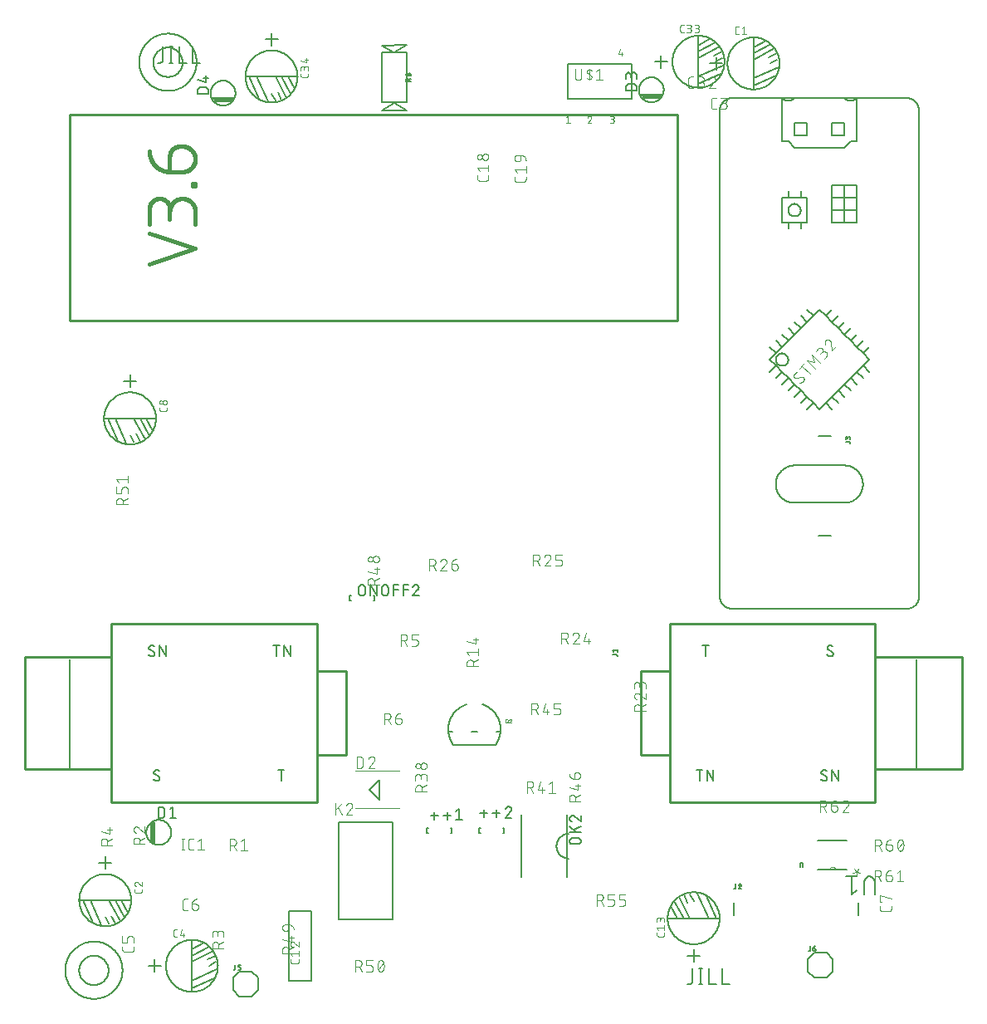
<source format=gbr>
G04 EAGLE Gerber X2 export*
%TF.Part,Single*%
%TF.FileFunction,Legend,Top,1*%
%TF.FilePolarity,Positive*%
%TF.GenerationSoftware,Autodesk,EAGLE,9.2.2*%
%TF.CreationDate,2019-04-19T13:44:04Z*%
G75*
%MOMM*%
%FSLAX34Y34*%
%LPD*%
%INSilkscreen Top*%
%AMOC8*
5,1,8,0,0,1.08239X$1,22.5*%
G01*
%ADD10C,0.152400*%
%ADD11C,0.406400*%
%ADD12C,0.127000*%
%ADD13C,0.101600*%
%ADD14C,0.203200*%
%ADD15C,0.254000*%
%ADD16C,0.000000*%
%ADD17C,0.076200*%
%ADD18C,0.050800*%


D10*
X105420Y979185D02*
X105420Y966542D01*
X105418Y966424D01*
X105412Y966306D01*
X105403Y966188D01*
X105389Y966071D01*
X105372Y965954D01*
X105351Y965837D01*
X105326Y965722D01*
X105297Y965607D01*
X105264Y965493D01*
X105228Y965381D01*
X105188Y965270D01*
X105145Y965160D01*
X105098Y965051D01*
X105048Y964944D01*
X104993Y964839D01*
X104936Y964736D01*
X104875Y964635D01*
X104811Y964535D01*
X104744Y964438D01*
X104674Y964343D01*
X104600Y964251D01*
X104524Y964160D01*
X104444Y964073D01*
X104362Y963988D01*
X104277Y963906D01*
X104190Y963826D01*
X104099Y963750D01*
X104007Y963676D01*
X103912Y963606D01*
X103815Y963539D01*
X103715Y963475D01*
X103614Y963414D01*
X103511Y963357D01*
X103406Y963302D01*
X103299Y963252D01*
X103190Y963205D01*
X103080Y963162D01*
X102969Y963122D01*
X102857Y963086D01*
X102743Y963053D01*
X102628Y963024D01*
X102513Y962999D01*
X102396Y962978D01*
X102279Y962961D01*
X102162Y962947D01*
X102044Y962938D01*
X101926Y962932D01*
X101808Y962930D01*
X101808Y962929D02*
X100001Y962929D01*
X113876Y962929D02*
X113876Y979185D01*
X112070Y962929D02*
X115683Y962929D01*
X115683Y979185D02*
X112070Y979185D01*
X122417Y979185D02*
X122417Y962929D01*
X129642Y962929D01*
X135964Y962929D02*
X135964Y979185D01*
X135964Y962929D02*
X143189Y962929D01*
X645640Y39903D02*
X645640Y27260D01*
X645638Y27142D01*
X645632Y27024D01*
X645623Y26906D01*
X645609Y26789D01*
X645592Y26672D01*
X645571Y26555D01*
X645546Y26440D01*
X645517Y26325D01*
X645484Y26211D01*
X645448Y26099D01*
X645408Y25988D01*
X645365Y25878D01*
X645318Y25769D01*
X645268Y25662D01*
X645213Y25557D01*
X645156Y25454D01*
X645095Y25353D01*
X645031Y25253D01*
X644964Y25156D01*
X644894Y25061D01*
X644820Y24969D01*
X644744Y24878D01*
X644664Y24791D01*
X644582Y24706D01*
X644497Y24624D01*
X644410Y24544D01*
X644319Y24468D01*
X644227Y24394D01*
X644132Y24324D01*
X644035Y24257D01*
X643935Y24193D01*
X643834Y24132D01*
X643731Y24075D01*
X643626Y24020D01*
X643519Y23970D01*
X643410Y23923D01*
X643300Y23880D01*
X643189Y23840D01*
X643077Y23804D01*
X642963Y23771D01*
X642848Y23742D01*
X642733Y23717D01*
X642616Y23696D01*
X642499Y23679D01*
X642382Y23665D01*
X642264Y23656D01*
X642146Y23650D01*
X642028Y23648D01*
X642028Y23647D02*
X640221Y23647D01*
X654096Y23647D02*
X654096Y39903D01*
X652290Y23647D02*
X655903Y23647D01*
X655903Y39903D02*
X652290Y39903D01*
X662637Y39903D02*
X662637Y23647D01*
X669862Y23647D01*
X676184Y23647D02*
X676184Y39903D01*
X676184Y23647D02*
X683409Y23647D01*
D11*
X138333Y773405D02*
X91597Y757827D01*
X91597Y788984D02*
X138333Y773405D01*
X138333Y798523D02*
X138333Y811505D01*
X138329Y811821D01*
X138318Y812137D01*
X138298Y812453D01*
X138271Y812768D01*
X138237Y813082D01*
X138195Y813395D01*
X138145Y813707D01*
X138087Y814018D01*
X138022Y814328D01*
X137950Y814635D01*
X137870Y814941D01*
X137783Y815245D01*
X137688Y815547D01*
X137586Y815846D01*
X137476Y816143D01*
X137360Y816436D01*
X137236Y816727D01*
X137106Y817015D01*
X136968Y817300D01*
X136823Y817581D01*
X136672Y817859D01*
X136514Y818132D01*
X136349Y818402D01*
X136178Y818668D01*
X136000Y818930D01*
X135816Y819187D01*
X135626Y819439D01*
X135430Y819687D01*
X135228Y819930D01*
X135020Y820168D01*
X134806Y820401D01*
X134586Y820629D01*
X134361Y820851D01*
X134131Y821067D01*
X133896Y821278D01*
X133655Y821484D01*
X133410Y821683D01*
X133160Y821876D01*
X132905Y822063D01*
X132645Y822244D01*
X132382Y822418D01*
X132114Y822586D01*
X131842Y822748D01*
X131566Y822902D01*
X131287Y823050D01*
X131004Y823192D01*
X130718Y823326D01*
X130428Y823453D01*
X130136Y823573D01*
X129841Y823686D01*
X129543Y823792D01*
X129242Y823890D01*
X128939Y823981D01*
X128635Y824065D01*
X128328Y824141D01*
X128019Y824210D01*
X127709Y824271D01*
X127397Y824325D01*
X127085Y824371D01*
X126771Y824409D01*
X126456Y824440D01*
X126141Y824463D01*
X125825Y824478D01*
X125509Y824486D01*
X125193Y824486D01*
X124877Y824478D01*
X124561Y824463D01*
X124246Y824440D01*
X123931Y824409D01*
X123617Y824371D01*
X123305Y824325D01*
X122993Y824271D01*
X122683Y824210D01*
X122374Y824141D01*
X122067Y824065D01*
X121763Y823981D01*
X121460Y823890D01*
X121159Y823792D01*
X120861Y823686D01*
X120566Y823573D01*
X120274Y823453D01*
X119984Y823326D01*
X119698Y823192D01*
X119415Y823050D01*
X119136Y822902D01*
X118860Y822748D01*
X118588Y822586D01*
X118320Y822418D01*
X118057Y822244D01*
X117797Y822063D01*
X117542Y821876D01*
X117292Y821683D01*
X117047Y821484D01*
X116806Y821278D01*
X116571Y821067D01*
X116341Y820851D01*
X116116Y820629D01*
X115896Y820401D01*
X115682Y820168D01*
X115474Y819930D01*
X115272Y819687D01*
X115076Y819439D01*
X114886Y819187D01*
X114702Y818930D01*
X114524Y818668D01*
X114353Y818402D01*
X114188Y818132D01*
X114030Y817859D01*
X113879Y817581D01*
X113734Y817300D01*
X113596Y817015D01*
X113466Y816727D01*
X113342Y816436D01*
X113226Y816143D01*
X113116Y815846D01*
X113014Y815547D01*
X112919Y815245D01*
X112832Y814941D01*
X112752Y814635D01*
X112680Y814328D01*
X112615Y814018D01*
X112557Y813707D01*
X112507Y813395D01*
X112465Y813082D01*
X112431Y812768D01*
X112404Y812453D01*
X112384Y812137D01*
X112373Y811821D01*
X112369Y811505D01*
X91597Y814102D02*
X91597Y798523D01*
X91597Y814102D02*
X91600Y814355D01*
X91609Y814608D01*
X91625Y814860D01*
X91646Y815112D01*
X91674Y815364D01*
X91708Y815614D01*
X91748Y815864D01*
X91793Y816113D01*
X91845Y816360D01*
X91903Y816606D01*
X91967Y816851D01*
X92037Y817094D01*
X92113Y817335D01*
X92195Y817575D01*
X92282Y817812D01*
X92376Y818047D01*
X92474Y818280D01*
X92579Y818510D01*
X92689Y818738D01*
X92805Y818963D01*
X92926Y819185D01*
X93052Y819404D01*
X93184Y819620D01*
X93321Y819833D01*
X93463Y820042D01*
X93610Y820248D01*
X93763Y820450D01*
X93920Y820648D01*
X94081Y820842D01*
X94248Y821033D01*
X94419Y821219D01*
X94594Y821401D01*
X94774Y821579D01*
X94959Y821752D01*
X95147Y821921D01*
X95339Y822085D01*
X95536Y822245D01*
X95736Y822399D01*
X95940Y822549D01*
X96147Y822693D01*
X96358Y822833D01*
X96573Y822967D01*
X96790Y823097D01*
X97011Y823220D01*
X97234Y823339D01*
X97460Y823452D01*
X97689Y823559D01*
X97921Y823661D01*
X98155Y823757D01*
X98391Y823847D01*
X98630Y823932D01*
X98870Y824010D01*
X99112Y824083D01*
X99356Y824150D01*
X99601Y824211D01*
X99848Y824266D01*
X100097Y824315D01*
X100346Y824358D01*
X100596Y824395D01*
X100847Y824426D01*
X101099Y824450D01*
X101351Y824469D01*
X101604Y824481D01*
X101857Y824487D01*
X102109Y824487D01*
X102362Y824481D01*
X102615Y824469D01*
X102867Y824450D01*
X103119Y824426D01*
X103370Y824395D01*
X103620Y824358D01*
X103869Y824315D01*
X104118Y824266D01*
X104365Y824211D01*
X104610Y824150D01*
X104854Y824083D01*
X105096Y824010D01*
X105336Y823932D01*
X105575Y823847D01*
X105811Y823757D01*
X106045Y823661D01*
X106277Y823559D01*
X106506Y823452D01*
X106732Y823339D01*
X106955Y823220D01*
X107176Y823097D01*
X107393Y822967D01*
X107608Y822833D01*
X107819Y822693D01*
X108026Y822549D01*
X108230Y822399D01*
X108430Y822245D01*
X108627Y822085D01*
X108819Y821921D01*
X109007Y821752D01*
X109192Y821579D01*
X109372Y821401D01*
X109547Y821219D01*
X109718Y821033D01*
X109885Y820842D01*
X110046Y820648D01*
X110203Y820450D01*
X110356Y820248D01*
X110503Y820042D01*
X110645Y819833D01*
X110782Y819620D01*
X110914Y819404D01*
X111040Y819185D01*
X111161Y818963D01*
X111277Y818738D01*
X111387Y818510D01*
X111492Y818280D01*
X111590Y818047D01*
X111684Y817812D01*
X111771Y817575D01*
X111853Y817335D01*
X111929Y817094D01*
X111999Y816851D01*
X112063Y816606D01*
X112121Y816360D01*
X112173Y816113D01*
X112218Y815864D01*
X112258Y815614D01*
X112292Y815364D01*
X112320Y815112D01*
X112341Y814860D01*
X112357Y814608D01*
X112366Y814355D01*
X112369Y814102D01*
X112369Y803716D01*
X135737Y836877D02*
X138333Y836877D01*
X135737Y836877D02*
X135737Y839473D01*
X138333Y839473D01*
X138333Y836877D01*
X112369Y851863D02*
X112369Y867442D01*
X112368Y867442D02*
X112371Y867693D01*
X112380Y867944D01*
X112395Y868194D01*
X112416Y868444D01*
X112444Y868694D01*
X112477Y868943D01*
X112516Y869191D01*
X112561Y869437D01*
X112613Y869683D01*
X112670Y869928D01*
X112733Y870170D01*
X112802Y870412D01*
X112876Y870651D01*
X112957Y870889D01*
X113043Y871125D01*
X113135Y871359D01*
X113232Y871590D01*
X113335Y871819D01*
X113444Y872045D01*
X113558Y872269D01*
X113677Y872489D01*
X113802Y872707D01*
X113931Y872922D01*
X114066Y873134D01*
X114206Y873342D01*
X114352Y873547D01*
X114502Y873748D01*
X114656Y873946D01*
X114816Y874139D01*
X114980Y874329D01*
X115149Y874515D01*
X115322Y874697D01*
X115499Y874874D01*
X115681Y875047D01*
X115867Y875216D01*
X116057Y875380D01*
X116250Y875540D01*
X116448Y875694D01*
X116649Y875844D01*
X116854Y875990D01*
X117062Y876130D01*
X117274Y876265D01*
X117489Y876394D01*
X117707Y876519D01*
X117927Y876638D01*
X118151Y876752D01*
X118377Y876861D01*
X118606Y876964D01*
X118838Y877061D01*
X119071Y877153D01*
X119307Y877239D01*
X119545Y877320D01*
X119784Y877394D01*
X120026Y877463D01*
X120268Y877526D01*
X120513Y877583D01*
X120759Y877635D01*
X121005Y877680D01*
X121253Y877719D01*
X121502Y877752D01*
X121752Y877780D01*
X122002Y877801D01*
X122252Y877816D01*
X122503Y877825D01*
X122754Y877828D01*
X122754Y877827D02*
X125351Y877827D01*
X125667Y877823D01*
X125983Y877812D01*
X126299Y877792D01*
X126614Y877765D01*
X126928Y877731D01*
X127241Y877689D01*
X127553Y877639D01*
X127864Y877581D01*
X128174Y877516D01*
X128481Y877444D01*
X128787Y877364D01*
X129091Y877277D01*
X129393Y877182D01*
X129692Y877080D01*
X129989Y876970D01*
X130282Y876854D01*
X130573Y876730D01*
X130861Y876600D01*
X131146Y876462D01*
X131427Y876317D01*
X131705Y876166D01*
X131978Y876008D01*
X132248Y875843D01*
X132514Y875672D01*
X132776Y875494D01*
X133033Y875310D01*
X133285Y875120D01*
X133533Y874924D01*
X133776Y874722D01*
X134014Y874514D01*
X134247Y874300D01*
X134475Y874080D01*
X134697Y873855D01*
X134913Y873625D01*
X135124Y873390D01*
X135330Y873149D01*
X135529Y872904D01*
X135722Y872654D01*
X135909Y872399D01*
X136090Y872139D01*
X136264Y871876D01*
X136432Y871608D01*
X136594Y871336D01*
X136748Y871060D01*
X136896Y870781D01*
X137038Y870498D01*
X137172Y870212D01*
X137299Y869922D01*
X137419Y869630D01*
X137532Y869335D01*
X137638Y869037D01*
X137736Y868736D01*
X137827Y868433D01*
X137911Y868129D01*
X137987Y867822D01*
X138056Y867513D01*
X138117Y867203D01*
X138171Y866891D01*
X138217Y866579D01*
X138255Y866265D01*
X138286Y865950D01*
X138309Y865635D01*
X138324Y865319D01*
X138332Y865003D01*
X138332Y864687D01*
X138324Y864371D01*
X138309Y864055D01*
X138286Y863740D01*
X138255Y863425D01*
X138217Y863111D01*
X138171Y862799D01*
X138117Y862487D01*
X138056Y862177D01*
X137987Y861868D01*
X137911Y861561D01*
X137827Y861257D01*
X137736Y860954D01*
X137638Y860653D01*
X137532Y860355D01*
X137419Y860060D01*
X137299Y859768D01*
X137172Y859478D01*
X137038Y859192D01*
X136896Y858909D01*
X136748Y858630D01*
X136594Y858354D01*
X136432Y858082D01*
X136264Y857814D01*
X136090Y857551D01*
X135909Y857291D01*
X135722Y857036D01*
X135529Y856786D01*
X135330Y856541D01*
X135124Y856300D01*
X134913Y856065D01*
X134697Y855835D01*
X134475Y855610D01*
X134247Y855390D01*
X134014Y855176D01*
X133776Y854968D01*
X133533Y854766D01*
X133285Y854570D01*
X133033Y854380D01*
X132776Y854196D01*
X132514Y854018D01*
X132248Y853847D01*
X131978Y853682D01*
X131705Y853524D01*
X131427Y853373D01*
X131146Y853228D01*
X130861Y853090D01*
X130573Y852960D01*
X130282Y852836D01*
X129989Y852720D01*
X129692Y852610D01*
X129393Y852508D01*
X129091Y852413D01*
X128787Y852326D01*
X128481Y852246D01*
X128174Y852174D01*
X127864Y852109D01*
X127553Y852051D01*
X127241Y852001D01*
X126928Y851959D01*
X126614Y851925D01*
X126299Y851898D01*
X125983Y851878D01*
X125667Y851867D01*
X125351Y851863D01*
X112369Y851863D01*
X111859Y851869D01*
X111350Y851888D01*
X110841Y851919D01*
X110333Y851963D01*
X109826Y852019D01*
X109321Y852088D01*
X108818Y852169D01*
X108317Y852262D01*
X107818Y852368D01*
X107322Y852486D01*
X106829Y852615D01*
X106339Y852757D01*
X105853Y852911D01*
X105371Y853077D01*
X104893Y853255D01*
X104420Y853444D01*
X103951Y853645D01*
X103488Y853857D01*
X103030Y854081D01*
X102577Y854316D01*
X102131Y854562D01*
X101690Y854818D01*
X101256Y855086D01*
X100829Y855364D01*
X100408Y855652D01*
X99995Y855951D01*
X99589Y856259D01*
X99191Y856578D01*
X98801Y856906D01*
X98419Y857244D01*
X98046Y857591D01*
X97681Y857947D01*
X97325Y858312D01*
X96978Y858685D01*
X96640Y859067D01*
X96312Y859457D01*
X95993Y859855D01*
X95685Y860261D01*
X95386Y860674D01*
X95098Y861095D01*
X94820Y861522D01*
X94552Y861956D01*
X94296Y862397D01*
X94050Y862843D01*
X93815Y863296D01*
X93591Y863754D01*
X93379Y864217D01*
X93178Y864686D01*
X92989Y865159D01*
X92811Y865637D01*
X92645Y866119D01*
X92491Y866605D01*
X92349Y867095D01*
X92220Y867588D01*
X92102Y868084D01*
X91996Y868583D01*
X91903Y869084D01*
X91822Y869587D01*
X91753Y870092D01*
X91697Y870599D01*
X91653Y871107D01*
X91622Y871616D01*
X91603Y872125D01*
X91597Y872635D01*
D12*
X681270Y962330D02*
X681278Y962980D01*
X681302Y963630D01*
X681342Y964279D01*
X681398Y964927D01*
X681469Y965574D01*
X681557Y966218D01*
X681660Y966860D01*
X681779Y967500D01*
X681914Y968136D01*
X682064Y968769D01*
X682230Y969398D01*
X682411Y970023D01*
X682608Y970643D01*
X682819Y971258D01*
X683046Y971867D01*
X683287Y972471D01*
X683543Y973069D01*
X683814Y973660D01*
X684100Y974245D01*
X684399Y974822D01*
X684713Y975392D01*
X685040Y975954D01*
X685381Y976507D01*
X685736Y977053D01*
X686104Y977589D01*
X686485Y978116D01*
X686879Y978634D01*
X687285Y979141D01*
X687704Y979639D01*
X688135Y980126D01*
X688577Y980603D01*
X689032Y981068D01*
X689497Y981523D01*
X689974Y981965D01*
X690461Y982396D01*
X690959Y982815D01*
X691466Y983221D01*
X691984Y983615D01*
X692511Y983996D01*
X693047Y984364D01*
X693593Y984719D01*
X694146Y985060D01*
X694708Y985387D01*
X695278Y985701D01*
X695855Y986000D01*
X696440Y986286D01*
X697031Y986557D01*
X697629Y986813D01*
X698233Y987054D01*
X698842Y987281D01*
X699457Y987492D01*
X700077Y987689D01*
X700702Y987870D01*
X701331Y988036D01*
X701964Y988186D01*
X702600Y988321D01*
X703240Y988440D01*
X703882Y988543D01*
X704526Y988631D01*
X705173Y988702D01*
X705821Y988758D01*
X706470Y988798D01*
X707120Y988822D01*
X707770Y988830D01*
X708420Y988822D01*
X709070Y988798D01*
X709719Y988758D01*
X710367Y988702D01*
X711014Y988631D01*
X711658Y988543D01*
X712300Y988440D01*
X712940Y988321D01*
X713576Y988186D01*
X714209Y988036D01*
X714838Y987870D01*
X715463Y987689D01*
X716083Y987492D01*
X716698Y987281D01*
X717307Y987054D01*
X717911Y986813D01*
X718509Y986557D01*
X719100Y986286D01*
X719685Y986000D01*
X720262Y985701D01*
X720832Y985387D01*
X721394Y985060D01*
X721947Y984719D01*
X722493Y984364D01*
X723029Y983996D01*
X723556Y983615D01*
X724074Y983221D01*
X724581Y982815D01*
X725079Y982396D01*
X725566Y981965D01*
X726043Y981523D01*
X726508Y981068D01*
X726963Y980603D01*
X727405Y980126D01*
X727836Y979639D01*
X728255Y979141D01*
X728661Y978634D01*
X729055Y978116D01*
X729436Y977589D01*
X729804Y977053D01*
X730159Y976507D01*
X730500Y975954D01*
X730827Y975392D01*
X731141Y974822D01*
X731440Y974245D01*
X731726Y973660D01*
X731997Y973069D01*
X732253Y972471D01*
X732494Y971867D01*
X732721Y971258D01*
X732932Y970643D01*
X733129Y970023D01*
X733310Y969398D01*
X733476Y968769D01*
X733626Y968136D01*
X733761Y967500D01*
X733880Y966860D01*
X733983Y966218D01*
X734071Y965574D01*
X734142Y964927D01*
X734198Y964279D01*
X734238Y963630D01*
X734262Y962980D01*
X734270Y962330D01*
X734262Y961680D01*
X734238Y961030D01*
X734198Y960381D01*
X734142Y959733D01*
X734071Y959086D01*
X733983Y958442D01*
X733880Y957800D01*
X733761Y957160D01*
X733626Y956524D01*
X733476Y955891D01*
X733310Y955262D01*
X733129Y954637D01*
X732932Y954017D01*
X732721Y953402D01*
X732494Y952793D01*
X732253Y952189D01*
X731997Y951591D01*
X731726Y951000D01*
X731440Y950415D01*
X731141Y949838D01*
X730827Y949268D01*
X730500Y948706D01*
X730159Y948153D01*
X729804Y947607D01*
X729436Y947071D01*
X729055Y946544D01*
X728661Y946026D01*
X728255Y945519D01*
X727836Y945021D01*
X727405Y944534D01*
X726963Y944057D01*
X726508Y943592D01*
X726043Y943137D01*
X725566Y942695D01*
X725079Y942264D01*
X724581Y941845D01*
X724074Y941439D01*
X723556Y941045D01*
X723029Y940664D01*
X722493Y940296D01*
X721947Y939941D01*
X721394Y939600D01*
X720832Y939273D01*
X720262Y938959D01*
X719685Y938660D01*
X719100Y938374D01*
X718509Y938103D01*
X717911Y937847D01*
X717307Y937606D01*
X716698Y937379D01*
X716083Y937168D01*
X715463Y936971D01*
X714838Y936790D01*
X714209Y936624D01*
X713576Y936474D01*
X712940Y936339D01*
X712300Y936220D01*
X711658Y936117D01*
X711014Y936029D01*
X710367Y935958D01*
X709719Y935902D01*
X709070Y935862D01*
X708420Y935838D01*
X707770Y935830D01*
X707120Y935838D01*
X706470Y935862D01*
X705821Y935902D01*
X705173Y935958D01*
X704526Y936029D01*
X703882Y936117D01*
X703240Y936220D01*
X702600Y936339D01*
X701964Y936474D01*
X701331Y936624D01*
X700702Y936790D01*
X700077Y936971D01*
X699457Y937168D01*
X698842Y937379D01*
X698233Y937606D01*
X697629Y937847D01*
X697031Y938103D01*
X696440Y938374D01*
X695855Y938660D01*
X695278Y938959D01*
X694708Y939273D01*
X694146Y939600D01*
X693593Y939941D01*
X693047Y940296D01*
X692511Y940664D01*
X691984Y941045D01*
X691466Y941439D01*
X690959Y941845D01*
X690461Y942264D01*
X689974Y942695D01*
X689497Y943137D01*
X689032Y943592D01*
X688577Y944057D01*
X688135Y944534D01*
X687704Y945021D01*
X687285Y945519D01*
X686879Y946026D01*
X686485Y946544D01*
X686104Y947071D01*
X685736Y947607D01*
X685381Y948153D01*
X685040Y948706D01*
X684713Y949268D01*
X684399Y949838D01*
X684100Y950415D01*
X683814Y951000D01*
X683543Y951591D01*
X683287Y952189D01*
X683046Y952793D01*
X682819Y953402D01*
X682608Y954017D01*
X682411Y954637D01*
X682230Y955262D01*
X682064Y955891D01*
X681914Y956524D01*
X681779Y957160D01*
X681660Y957800D01*
X681557Y958442D01*
X681469Y959086D01*
X681398Y959733D01*
X681342Y960381D01*
X681302Y961030D01*
X681278Y961680D01*
X681270Y962330D01*
X669670Y962330D02*
X663320Y962330D01*
X669670Y962330D02*
X676020Y962330D01*
X669670Y962330D02*
X669670Y968680D01*
X669670Y962330D02*
X669670Y955980D01*
X707770Y978840D02*
X707770Y989000D01*
X707770Y978840D02*
X707770Y972490D01*
X707770Y966140D01*
X707770Y947090D01*
X707770Y939470D01*
X707770Y935660D01*
X707770Y939470D02*
X730630Y949630D01*
X733170Y958520D02*
X707770Y947090D01*
X723645Y968680D02*
X731900Y972490D01*
X729360Y977570D02*
X707770Y966140D01*
X707770Y972490D02*
X725550Y982015D01*
X720470Y985825D02*
X707770Y978840D01*
X725270Y962330D02*
X731900Y966140D01*
D13*
X692727Y992048D02*
X690977Y992048D01*
X690896Y992050D01*
X690816Y992055D01*
X690735Y992065D01*
X690655Y992078D01*
X690576Y992094D01*
X690498Y992115D01*
X690421Y992139D01*
X690345Y992166D01*
X690270Y992197D01*
X690197Y992231D01*
X690125Y992269D01*
X690056Y992310D01*
X689988Y992354D01*
X689922Y992401D01*
X689859Y992452D01*
X689798Y992505D01*
X689740Y992561D01*
X689684Y992619D01*
X689631Y992680D01*
X689580Y992743D01*
X689533Y992809D01*
X689489Y992877D01*
X689448Y992946D01*
X689410Y993018D01*
X689376Y993091D01*
X689345Y993166D01*
X689318Y993242D01*
X689294Y993319D01*
X689273Y993397D01*
X689257Y993476D01*
X689244Y993556D01*
X689234Y993637D01*
X689229Y993717D01*
X689227Y993798D01*
X689228Y993798D02*
X689228Y998172D01*
X689227Y998172D02*
X689229Y998255D01*
X689235Y998338D01*
X689245Y998421D01*
X689259Y998503D01*
X689276Y998585D01*
X689298Y998665D01*
X689323Y998744D01*
X689352Y998822D01*
X689385Y998899D01*
X689422Y998974D01*
X689461Y999047D01*
X689505Y999118D01*
X689551Y999187D01*
X689601Y999254D01*
X689654Y999318D01*
X689710Y999380D01*
X689769Y999439D01*
X689831Y999495D01*
X689895Y999548D01*
X689962Y999597D01*
X690031Y999644D01*
X690102Y999688D01*
X690175Y999727D01*
X690250Y999764D01*
X690327Y999797D01*
X690405Y999826D01*
X690484Y999851D01*
X690564Y999873D01*
X690646Y999890D01*
X690728Y999904D01*
X690811Y999914D01*
X690894Y999920D01*
X690977Y999922D01*
X692727Y999922D01*
X695923Y998172D02*
X698111Y999922D01*
X698111Y992048D01*
X700298Y992048D02*
X695923Y992048D01*
X437487Y847943D02*
X437487Y845347D01*
X437485Y845248D01*
X437479Y845148D01*
X437470Y845049D01*
X437457Y844951D01*
X437440Y844853D01*
X437419Y844755D01*
X437394Y844659D01*
X437366Y844564D01*
X437334Y844470D01*
X437299Y844377D01*
X437260Y844285D01*
X437217Y844195D01*
X437172Y844107D01*
X437122Y844020D01*
X437070Y843936D01*
X437014Y843853D01*
X436956Y843773D01*
X436894Y843695D01*
X436829Y843620D01*
X436761Y843547D01*
X436691Y843477D01*
X436618Y843409D01*
X436543Y843344D01*
X436465Y843282D01*
X436385Y843224D01*
X436302Y843168D01*
X436218Y843116D01*
X436131Y843066D01*
X436043Y843021D01*
X435953Y842978D01*
X435861Y842939D01*
X435768Y842904D01*
X435674Y842872D01*
X435579Y842844D01*
X435483Y842819D01*
X435385Y842798D01*
X435287Y842781D01*
X435189Y842768D01*
X435090Y842759D01*
X434990Y842753D01*
X434891Y842751D01*
X434891Y842750D02*
X428400Y842750D01*
X428301Y842752D01*
X428201Y842758D01*
X428102Y842767D01*
X428004Y842780D01*
X427906Y842798D01*
X427808Y842818D01*
X427712Y842843D01*
X427616Y842871D01*
X427522Y842903D01*
X427429Y842938D01*
X427338Y842977D01*
X427248Y843020D01*
X427159Y843065D01*
X427073Y843115D01*
X426988Y843167D01*
X426906Y843223D01*
X426826Y843282D01*
X426748Y843343D01*
X426672Y843408D01*
X426599Y843476D01*
X426529Y843546D01*
X426461Y843619D01*
X426396Y843695D01*
X426335Y843773D01*
X426276Y843853D01*
X426220Y843935D01*
X426168Y844020D01*
X426119Y844106D01*
X426073Y844195D01*
X426030Y844285D01*
X425991Y844376D01*
X425956Y844469D01*
X425924Y844563D01*
X425896Y844659D01*
X425871Y844755D01*
X425851Y844853D01*
X425833Y844951D01*
X425820Y845049D01*
X425811Y845148D01*
X425805Y845247D01*
X425803Y845347D01*
X425803Y847943D01*
X428400Y852309D02*
X425803Y855554D01*
X437487Y855554D01*
X437487Y852309D02*
X437487Y858800D01*
X434242Y863738D02*
X434129Y863740D01*
X434016Y863746D01*
X433903Y863756D01*
X433790Y863770D01*
X433678Y863787D01*
X433567Y863809D01*
X433457Y863834D01*
X433347Y863864D01*
X433239Y863897D01*
X433132Y863934D01*
X433026Y863974D01*
X432922Y864019D01*
X432819Y864067D01*
X432718Y864118D01*
X432619Y864173D01*
X432522Y864231D01*
X432427Y864293D01*
X432334Y864358D01*
X432244Y864426D01*
X432156Y864497D01*
X432070Y864572D01*
X431987Y864649D01*
X431907Y864729D01*
X431830Y864812D01*
X431755Y864898D01*
X431684Y864986D01*
X431616Y865076D01*
X431551Y865169D01*
X431489Y865264D01*
X431431Y865361D01*
X431376Y865460D01*
X431325Y865561D01*
X431277Y865664D01*
X431232Y865768D01*
X431192Y865874D01*
X431155Y865981D01*
X431122Y866089D01*
X431092Y866199D01*
X431067Y866309D01*
X431045Y866420D01*
X431028Y866532D01*
X431014Y866645D01*
X431004Y866758D01*
X430998Y866871D01*
X430996Y866984D01*
X430998Y867097D01*
X431004Y867210D01*
X431014Y867323D01*
X431028Y867436D01*
X431045Y867548D01*
X431067Y867659D01*
X431092Y867769D01*
X431122Y867879D01*
X431155Y867987D01*
X431192Y868094D01*
X431232Y868200D01*
X431277Y868304D01*
X431325Y868407D01*
X431376Y868508D01*
X431431Y868607D01*
X431489Y868704D01*
X431551Y868799D01*
X431616Y868892D01*
X431684Y868982D01*
X431755Y869070D01*
X431830Y869156D01*
X431907Y869239D01*
X431987Y869319D01*
X432070Y869396D01*
X432156Y869471D01*
X432244Y869542D01*
X432334Y869610D01*
X432427Y869675D01*
X432522Y869737D01*
X432619Y869795D01*
X432718Y869850D01*
X432819Y869901D01*
X432922Y869949D01*
X433026Y869994D01*
X433132Y870034D01*
X433239Y870071D01*
X433347Y870104D01*
X433457Y870134D01*
X433567Y870159D01*
X433678Y870181D01*
X433790Y870198D01*
X433903Y870212D01*
X434016Y870222D01*
X434129Y870228D01*
X434242Y870230D01*
X434355Y870228D01*
X434468Y870222D01*
X434581Y870212D01*
X434694Y870198D01*
X434806Y870181D01*
X434917Y870159D01*
X435027Y870134D01*
X435137Y870104D01*
X435245Y870071D01*
X435352Y870034D01*
X435458Y869994D01*
X435562Y869949D01*
X435665Y869901D01*
X435766Y869850D01*
X435865Y869795D01*
X435962Y869737D01*
X436057Y869675D01*
X436150Y869610D01*
X436240Y869542D01*
X436328Y869471D01*
X436414Y869396D01*
X436497Y869319D01*
X436577Y869239D01*
X436654Y869156D01*
X436729Y869070D01*
X436800Y868982D01*
X436868Y868892D01*
X436933Y868799D01*
X436995Y868704D01*
X437053Y868607D01*
X437108Y868508D01*
X437159Y868407D01*
X437207Y868304D01*
X437252Y868200D01*
X437292Y868094D01*
X437329Y867987D01*
X437362Y867879D01*
X437392Y867769D01*
X437417Y867659D01*
X437439Y867548D01*
X437456Y867436D01*
X437470Y867323D01*
X437480Y867210D01*
X437486Y867097D01*
X437488Y866984D01*
X437486Y866871D01*
X437480Y866758D01*
X437470Y866645D01*
X437456Y866532D01*
X437439Y866420D01*
X437417Y866309D01*
X437392Y866199D01*
X437362Y866089D01*
X437329Y865981D01*
X437292Y865874D01*
X437252Y865768D01*
X437207Y865664D01*
X437159Y865561D01*
X437108Y865460D01*
X437053Y865361D01*
X436995Y865264D01*
X436933Y865169D01*
X436868Y865076D01*
X436800Y864986D01*
X436729Y864898D01*
X436654Y864812D01*
X436577Y864729D01*
X436497Y864649D01*
X436414Y864572D01*
X436328Y864497D01*
X436240Y864426D01*
X436150Y864358D01*
X436057Y864293D01*
X435962Y864231D01*
X435865Y864173D01*
X435766Y864118D01*
X435665Y864067D01*
X435562Y864019D01*
X435458Y863974D01*
X435352Y863934D01*
X435245Y863897D01*
X435137Y863864D01*
X435027Y863834D01*
X434917Y863809D01*
X434806Y863787D01*
X434694Y863770D01*
X434581Y863756D01*
X434468Y863746D01*
X434355Y863740D01*
X434242Y863738D01*
X428400Y864388D02*
X428299Y864390D01*
X428199Y864396D01*
X428099Y864406D01*
X427999Y864419D01*
X427900Y864437D01*
X427801Y864458D01*
X427704Y864483D01*
X427607Y864512D01*
X427512Y864545D01*
X427418Y864581D01*
X427326Y864621D01*
X427235Y864664D01*
X427146Y864711D01*
X427059Y864761D01*
X426973Y864815D01*
X426890Y864872D01*
X426810Y864932D01*
X426731Y864995D01*
X426655Y865062D01*
X426582Y865131D01*
X426512Y865203D01*
X426444Y865277D01*
X426379Y865354D01*
X426318Y865434D01*
X426259Y865516D01*
X426204Y865600D01*
X426152Y865686D01*
X426103Y865774D01*
X426058Y865864D01*
X426016Y865956D01*
X425978Y866049D01*
X425944Y866144D01*
X425913Y866239D01*
X425886Y866336D01*
X425863Y866434D01*
X425843Y866533D01*
X425828Y866633D01*
X425816Y866733D01*
X425808Y866833D01*
X425804Y866934D01*
X425804Y867034D01*
X425808Y867135D01*
X425816Y867235D01*
X425828Y867335D01*
X425843Y867435D01*
X425863Y867534D01*
X425886Y867632D01*
X425913Y867729D01*
X425944Y867824D01*
X425978Y867919D01*
X426016Y868012D01*
X426058Y868104D01*
X426103Y868194D01*
X426152Y868282D01*
X426204Y868368D01*
X426259Y868452D01*
X426318Y868534D01*
X426379Y868614D01*
X426444Y868691D01*
X426512Y868765D01*
X426582Y868837D01*
X426655Y868906D01*
X426731Y868973D01*
X426810Y869036D01*
X426890Y869096D01*
X426973Y869153D01*
X427059Y869207D01*
X427146Y869257D01*
X427235Y869304D01*
X427326Y869347D01*
X427418Y869387D01*
X427512Y869423D01*
X427607Y869456D01*
X427704Y869485D01*
X427801Y869510D01*
X427900Y869531D01*
X427999Y869549D01*
X428099Y869562D01*
X428199Y869572D01*
X428299Y869578D01*
X428400Y869580D01*
X428501Y869578D01*
X428601Y869572D01*
X428701Y869562D01*
X428801Y869549D01*
X428900Y869531D01*
X428999Y869510D01*
X429096Y869485D01*
X429193Y869456D01*
X429288Y869423D01*
X429382Y869387D01*
X429474Y869347D01*
X429565Y869304D01*
X429654Y869257D01*
X429741Y869207D01*
X429827Y869153D01*
X429910Y869096D01*
X429990Y869036D01*
X430069Y868973D01*
X430145Y868906D01*
X430218Y868837D01*
X430288Y868765D01*
X430356Y868691D01*
X430421Y868614D01*
X430482Y868534D01*
X430541Y868452D01*
X430596Y868368D01*
X430648Y868282D01*
X430697Y868194D01*
X430742Y868104D01*
X430784Y868012D01*
X430822Y867919D01*
X430856Y867824D01*
X430887Y867729D01*
X430914Y867632D01*
X430937Y867534D01*
X430957Y867435D01*
X430972Y867335D01*
X430984Y867235D01*
X430992Y867135D01*
X430996Y867034D01*
X430996Y866934D01*
X430992Y866833D01*
X430984Y866733D01*
X430972Y866633D01*
X430957Y866533D01*
X430937Y866434D01*
X430914Y866336D01*
X430887Y866239D01*
X430856Y866144D01*
X430822Y866049D01*
X430784Y865956D01*
X430742Y865864D01*
X430697Y865774D01*
X430648Y865686D01*
X430596Y865600D01*
X430541Y865516D01*
X430482Y865434D01*
X430421Y865354D01*
X430356Y865277D01*
X430288Y865203D01*
X430218Y865131D01*
X430145Y865062D01*
X430069Y864995D01*
X429990Y864932D01*
X429910Y864872D01*
X429827Y864815D01*
X429741Y864761D01*
X429654Y864711D01*
X429565Y864664D01*
X429474Y864621D01*
X429382Y864581D01*
X429288Y864545D01*
X429193Y864512D01*
X429096Y864483D01*
X428999Y864458D01*
X428900Y864437D01*
X428801Y864419D01*
X428701Y864406D01*
X428601Y864396D01*
X428501Y864390D01*
X428400Y864388D01*
X475629Y846505D02*
X475629Y843909D01*
X475628Y843909D02*
X475626Y843810D01*
X475620Y843710D01*
X475611Y843611D01*
X475598Y843513D01*
X475581Y843415D01*
X475560Y843317D01*
X475535Y843221D01*
X475507Y843126D01*
X475475Y843032D01*
X475440Y842939D01*
X475401Y842847D01*
X475358Y842757D01*
X475313Y842669D01*
X475263Y842582D01*
X475211Y842498D01*
X475155Y842415D01*
X475097Y842335D01*
X475035Y842257D01*
X474970Y842182D01*
X474902Y842109D01*
X474832Y842039D01*
X474759Y841971D01*
X474684Y841906D01*
X474606Y841844D01*
X474526Y841786D01*
X474443Y841730D01*
X474359Y841678D01*
X474272Y841628D01*
X474184Y841583D01*
X474094Y841540D01*
X474002Y841501D01*
X473909Y841466D01*
X473815Y841434D01*
X473720Y841406D01*
X473624Y841381D01*
X473526Y841360D01*
X473428Y841343D01*
X473330Y841330D01*
X473231Y841321D01*
X473131Y841315D01*
X473032Y841313D01*
X473032Y841312D02*
X466541Y841312D01*
X466442Y841314D01*
X466342Y841320D01*
X466243Y841329D01*
X466145Y841342D01*
X466047Y841360D01*
X465949Y841380D01*
X465853Y841405D01*
X465757Y841433D01*
X465663Y841465D01*
X465570Y841500D01*
X465479Y841539D01*
X465389Y841582D01*
X465300Y841627D01*
X465214Y841677D01*
X465129Y841729D01*
X465047Y841785D01*
X464967Y841844D01*
X464889Y841905D01*
X464813Y841970D01*
X464740Y842038D01*
X464670Y842108D01*
X464602Y842181D01*
X464537Y842257D01*
X464476Y842335D01*
X464417Y842415D01*
X464361Y842497D01*
X464309Y842582D01*
X464260Y842668D01*
X464214Y842757D01*
X464171Y842847D01*
X464132Y842938D01*
X464097Y843031D01*
X464065Y843125D01*
X464037Y843221D01*
X464012Y843317D01*
X463992Y843415D01*
X463974Y843513D01*
X463961Y843611D01*
X463952Y843710D01*
X463946Y843809D01*
X463944Y843909D01*
X463945Y843909D02*
X463945Y846505D01*
X466541Y850870D02*
X463945Y854116D01*
X475629Y854116D01*
X475629Y857361D02*
X475629Y850870D01*
X470436Y864897D02*
X470436Y868791D01*
X470435Y864897D02*
X470433Y864798D01*
X470427Y864698D01*
X470418Y864599D01*
X470405Y864501D01*
X470388Y864403D01*
X470367Y864305D01*
X470342Y864209D01*
X470314Y864114D01*
X470282Y864020D01*
X470247Y863927D01*
X470208Y863835D01*
X470165Y863745D01*
X470120Y863657D01*
X470070Y863570D01*
X470018Y863486D01*
X469962Y863403D01*
X469904Y863323D01*
X469842Y863245D01*
X469777Y863170D01*
X469709Y863097D01*
X469639Y863027D01*
X469566Y862959D01*
X469491Y862894D01*
X469413Y862832D01*
X469333Y862774D01*
X469250Y862718D01*
X469166Y862666D01*
X469079Y862616D01*
X468991Y862571D01*
X468901Y862528D01*
X468809Y862489D01*
X468716Y862454D01*
X468622Y862422D01*
X468527Y862394D01*
X468431Y862369D01*
X468333Y862348D01*
X468235Y862331D01*
X468137Y862318D01*
X468038Y862309D01*
X467938Y862303D01*
X467839Y862301D01*
X467839Y862300D02*
X467190Y862300D01*
X467077Y862302D01*
X466964Y862308D01*
X466851Y862318D01*
X466738Y862332D01*
X466626Y862349D01*
X466515Y862371D01*
X466405Y862396D01*
X466295Y862426D01*
X466187Y862459D01*
X466080Y862496D01*
X465974Y862536D01*
X465870Y862581D01*
X465767Y862629D01*
X465666Y862680D01*
X465567Y862735D01*
X465470Y862793D01*
X465375Y862855D01*
X465282Y862920D01*
X465192Y862988D01*
X465104Y863059D01*
X465018Y863134D01*
X464935Y863211D01*
X464855Y863291D01*
X464778Y863374D01*
X464703Y863460D01*
X464632Y863548D01*
X464564Y863638D01*
X464499Y863731D01*
X464437Y863826D01*
X464379Y863923D01*
X464324Y864022D01*
X464273Y864123D01*
X464225Y864226D01*
X464180Y864330D01*
X464140Y864436D01*
X464103Y864543D01*
X464070Y864651D01*
X464040Y864761D01*
X464015Y864871D01*
X463993Y864982D01*
X463976Y865094D01*
X463962Y865207D01*
X463952Y865320D01*
X463946Y865433D01*
X463944Y865546D01*
X463946Y865659D01*
X463952Y865772D01*
X463962Y865885D01*
X463976Y865998D01*
X463993Y866110D01*
X464015Y866221D01*
X464040Y866331D01*
X464070Y866441D01*
X464103Y866549D01*
X464140Y866656D01*
X464180Y866762D01*
X464225Y866866D01*
X464273Y866969D01*
X464324Y867070D01*
X464379Y867169D01*
X464437Y867266D01*
X464499Y867361D01*
X464564Y867454D01*
X464632Y867544D01*
X464703Y867632D01*
X464778Y867718D01*
X464855Y867801D01*
X464935Y867881D01*
X465018Y867958D01*
X465104Y868033D01*
X465192Y868104D01*
X465282Y868172D01*
X465375Y868237D01*
X465470Y868299D01*
X465567Y868357D01*
X465666Y868412D01*
X465767Y868463D01*
X465870Y868511D01*
X465974Y868556D01*
X466080Y868596D01*
X466187Y868633D01*
X466295Y868666D01*
X466405Y868696D01*
X466515Y868721D01*
X466626Y868743D01*
X466738Y868760D01*
X466851Y868774D01*
X466964Y868784D01*
X467077Y868790D01*
X467190Y868792D01*
X467190Y868791D02*
X470436Y868791D01*
X470579Y868789D01*
X470722Y868783D01*
X470865Y868773D01*
X471007Y868759D01*
X471149Y868742D01*
X471291Y868720D01*
X471432Y868695D01*
X471572Y868665D01*
X471711Y868632D01*
X471849Y868595D01*
X471986Y868554D01*
X472122Y868510D01*
X472257Y868461D01*
X472390Y868409D01*
X472522Y868354D01*
X472652Y868294D01*
X472781Y868231D01*
X472908Y868165D01*
X473033Y868095D01*
X473155Y868022D01*
X473276Y867945D01*
X473395Y867865D01*
X473511Y867782D01*
X473626Y867696D01*
X473737Y867607D01*
X473847Y867514D01*
X473953Y867419D01*
X474057Y867320D01*
X474158Y867219D01*
X474257Y867115D01*
X474352Y867009D01*
X474445Y866899D01*
X474534Y866788D01*
X474620Y866673D01*
X474703Y866557D01*
X474783Y866438D01*
X474860Y866317D01*
X474933Y866195D01*
X475003Y866070D01*
X475069Y865943D01*
X475132Y865814D01*
X475192Y865684D01*
X475247Y865552D01*
X475299Y865419D01*
X475348Y865284D01*
X475392Y865148D01*
X475433Y865011D01*
X475470Y864873D01*
X475503Y864734D01*
X475533Y864594D01*
X475558Y864453D01*
X475580Y864311D01*
X475597Y864169D01*
X475611Y864027D01*
X475621Y863884D01*
X475627Y863741D01*
X475629Y863598D01*
X667130Y915699D02*
X669726Y915699D01*
X667130Y915699D02*
X667031Y915701D01*
X666931Y915707D01*
X666832Y915716D01*
X666734Y915729D01*
X666636Y915746D01*
X666538Y915767D01*
X666442Y915792D01*
X666347Y915820D01*
X666253Y915852D01*
X666160Y915887D01*
X666068Y915926D01*
X665978Y915969D01*
X665890Y916014D01*
X665803Y916064D01*
X665719Y916116D01*
X665636Y916172D01*
X665556Y916230D01*
X665478Y916292D01*
X665403Y916357D01*
X665330Y916425D01*
X665260Y916495D01*
X665192Y916568D01*
X665127Y916643D01*
X665065Y916721D01*
X665007Y916801D01*
X664951Y916884D01*
X664899Y916968D01*
X664849Y917055D01*
X664804Y917143D01*
X664761Y917233D01*
X664722Y917325D01*
X664687Y917418D01*
X664655Y917512D01*
X664627Y917607D01*
X664602Y917703D01*
X664581Y917801D01*
X664564Y917899D01*
X664551Y917997D01*
X664542Y918096D01*
X664536Y918196D01*
X664534Y918295D01*
X664534Y924786D01*
X664536Y924885D01*
X664542Y924985D01*
X664551Y925084D01*
X664564Y925182D01*
X664581Y925280D01*
X664602Y925378D01*
X664627Y925474D01*
X664655Y925569D01*
X664687Y925663D01*
X664722Y925756D01*
X664761Y925848D01*
X664804Y925938D01*
X664849Y926026D01*
X664899Y926113D01*
X664951Y926197D01*
X665007Y926280D01*
X665065Y926360D01*
X665127Y926438D01*
X665192Y926513D01*
X665260Y926586D01*
X665330Y926656D01*
X665403Y926724D01*
X665478Y926789D01*
X665556Y926851D01*
X665636Y926909D01*
X665719Y926965D01*
X665803Y927017D01*
X665890Y927067D01*
X665978Y927112D01*
X666068Y927155D01*
X666160Y927194D01*
X666252Y927229D01*
X666347Y927261D01*
X666442Y927289D01*
X666538Y927314D01*
X666636Y927335D01*
X666734Y927352D01*
X666832Y927365D01*
X666931Y927374D01*
X667031Y927380D01*
X667130Y927382D01*
X667130Y927383D02*
X669726Y927383D01*
X674092Y915699D02*
X677337Y915699D01*
X677337Y915698D02*
X677450Y915700D01*
X677563Y915706D01*
X677676Y915716D01*
X677789Y915730D01*
X677901Y915747D01*
X678012Y915769D01*
X678122Y915794D01*
X678232Y915824D01*
X678340Y915857D01*
X678447Y915894D01*
X678553Y915934D01*
X678657Y915979D01*
X678760Y916027D01*
X678861Y916078D01*
X678960Y916133D01*
X679057Y916191D01*
X679152Y916253D01*
X679245Y916318D01*
X679335Y916386D01*
X679423Y916457D01*
X679509Y916532D01*
X679592Y916609D01*
X679672Y916689D01*
X679749Y916772D01*
X679824Y916858D01*
X679895Y916946D01*
X679963Y917036D01*
X680028Y917129D01*
X680090Y917224D01*
X680148Y917321D01*
X680203Y917420D01*
X680254Y917521D01*
X680302Y917624D01*
X680347Y917728D01*
X680387Y917834D01*
X680424Y917941D01*
X680457Y918049D01*
X680487Y918159D01*
X680512Y918269D01*
X680534Y918380D01*
X680551Y918492D01*
X680565Y918605D01*
X680575Y918718D01*
X680581Y918831D01*
X680583Y918944D01*
X680581Y919057D01*
X680575Y919170D01*
X680565Y919283D01*
X680551Y919396D01*
X680534Y919508D01*
X680512Y919619D01*
X680487Y919729D01*
X680457Y919839D01*
X680424Y919947D01*
X680387Y920054D01*
X680347Y920160D01*
X680302Y920264D01*
X680254Y920367D01*
X680203Y920468D01*
X680148Y920567D01*
X680090Y920664D01*
X680028Y920759D01*
X679963Y920852D01*
X679895Y920942D01*
X679824Y921030D01*
X679749Y921116D01*
X679672Y921199D01*
X679592Y921279D01*
X679509Y921356D01*
X679423Y921431D01*
X679335Y921502D01*
X679245Y921570D01*
X679152Y921635D01*
X679057Y921697D01*
X678960Y921755D01*
X678861Y921810D01*
X678760Y921861D01*
X678657Y921909D01*
X678553Y921954D01*
X678447Y921994D01*
X678340Y922031D01*
X678232Y922064D01*
X678122Y922094D01*
X678012Y922119D01*
X677901Y922141D01*
X677789Y922158D01*
X677676Y922172D01*
X677563Y922182D01*
X677450Y922188D01*
X677337Y922190D01*
X677986Y927383D02*
X674092Y927383D01*
X677986Y927382D02*
X678087Y927380D01*
X678187Y927374D01*
X678287Y927364D01*
X678387Y927351D01*
X678486Y927333D01*
X678585Y927312D01*
X678682Y927287D01*
X678779Y927258D01*
X678874Y927225D01*
X678968Y927189D01*
X679060Y927149D01*
X679151Y927106D01*
X679240Y927059D01*
X679327Y927009D01*
X679413Y926955D01*
X679496Y926898D01*
X679576Y926838D01*
X679655Y926775D01*
X679731Y926708D01*
X679804Y926639D01*
X679874Y926567D01*
X679942Y926493D01*
X680007Y926416D01*
X680068Y926336D01*
X680127Y926254D01*
X680182Y926170D01*
X680234Y926084D01*
X680283Y925996D01*
X680328Y925906D01*
X680370Y925814D01*
X680408Y925721D01*
X680442Y925626D01*
X680473Y925531D01*
X680500Y925434D01*
X680523Y925336D01*
X680543Y925237D01*
X680558Y925137D01*
X680570Y925037D01*
X680578Y924937D01*
X680582Y924836D01*
X680582Y924736D01*
X680578Y924635D01*
X680570Y924535D01*
X680558Y924435D01*
X680543Y924335D01*
X680523Y924236D01*
X680500Y924138D01*
X680473Y924041D01*
X680442Y923946D01*
X680408Y923851D01*
X680370Y923758D01*
X680328Y923666D01*
X680283Y923576D01*
X680234Y923488D01*
X680182Y923402D01*
X680127Y923318D01*
X680068Y923236D01*
X680007Y923156D01*
X679942Y923079D01*
X679874Y923005D01*
X679804Y922933D01*
X679731Y922864D01*
X679655Y922797D01*
X679576Y922734D01*
X679496Y922674D01*
X679413Y922617D01*
X679327Y922563D01*
X679240Y922513D01*
X679151Y922466D01*
X679060Y922423D01*
X678968Y922383D01*
X678874Y922347D01*
X678779Y922314D01*
X678682Y922285D01*
X678585Y922260D01*
X678486Y922239D01*
X678387Y922221D01*
X678287Y922208D01*
X678187Y922198D01*
X678087Y922192D01*
X677986Y922190D01*
X675390Y922190D01*
X646426Y936973D02*
X643830Y936973D01*
X643830Y936974D02*
X643731Y936976D01*
X643631Y936982D01*
X643532Y936991D01*
X643434Y937004D01*
X643336Y937021D01*
X643238Y937042D01*
X643142Y937067D01*
X643047Y937095D01*
X642953Y937127D01*
X642860Y937162D01*
X642768Y937201D01*
X642678Y937244D01*
X642590Y937289D01*
X642503Y937339D01*
X642419Y937391D01*
X642336Y937447D01*
X642256Y937505D01*
X642178Y937567D01*
X642103Y937632D01*
X642030Y937700D01*
X641960Y937770D01*
X641892Y937843D01*
X641827Y937918D01*
X641765Y937996D01*
X641707Y938076D01*
X641651Y938159D01*
X641599Y938243D01*
X641549Y938330D01*
X641504Y938418D01*
X641461Y938508D01*
X641422Y938600D01*
X641387Y938693D01*
X641355Y938787D01*
X641327Y938882D01*
X641302Y938978D01*
X641281Y939076D01*
X641264Y939174D01*
X641251Y939272D01*
X641242Y939371D01*
X641236Y939471D01*
X641234Y939570D01*
X641233Y939570D02*
X641233Y946061D01*
X641234Y946061D02*
X641236Y946160D01*
X641242Y946260D01*
X641251Y946359D01*
X641264Y946457D01*
X641281Y946555D01*
X641302Y946653D01*
X641327Y946749D01*
X641355Y946844D01*
X641387Y946938D01*
X641422Y947031D01*
X641461Y947123D01*
X641504Y947213D01*
X641549Y947301D01*
X641599Y947388D01*
X641651Y947472D01*
X641707Y947555D01*
X641765Y947635D01*
X641827Y947713D01*
X641892Y947788D01*
X641960Y947861D01*
X642030Y947931D01*
X642103Y947999D01*
X642178Y948064D01*
X642256Y948126D01*
X642336Y948184D01*
X642419Y948240D01*
X642503Y948292D01*
X642590Y948342D01*
X642678Y948387D01*
X642768Y948430D01*
X642860Y948469D01*
X642952Y948504D01*
X643047Y948536D01*
X643142Y948564D01*
X643238Y948589D01*
X643336Y948610D01*
X643434Y948627D01*
X643532Y948640D01*
X643631Y948649D01*
X643731Y948655D01*
X643830Y948657D01*
X646426Y948657D01*
X650792Y936973D02*
X654037Y936973D01*
X654150Y936975D01*
X654263Y936981D01*
X654376Y936991D01*
X654489Y937005D01*
X654601Y937022D01*
X654712Y937044D01*
X654822Y937069D01*
X654932Y937099D01*
X655040Y937132D01*
X655147Y937169D01*
X655253Y937209D01*
X655357Y937254D01*
X655460Y937302D01*
X655561Y937353D01*
X655660Y937408D01*
X655757Y937466D01*
X655852Y937528D01*
X655945Y937593D01*
X656035Y937661D01*
X656123Y937732D01*
X656209Y937807D01*
X656292Y937884D01*
X656372Y937964D01*
X656449Y938047D01*
X656524Y938133D01*
X656595Y938221D01*
X656663Y938311D01*
X656728Y938404D01*
X656790Y938499D01*
X656848Y938596D01*
X656903Y938695D01*
X656954Y938796D01*
X657002Y938899D01*
X657047Y939003D01*
X657087Y939109D01*
X657124Y939216D01*
X657157Y939324D01*
X657187Y939434D01*
X657212Y939544D01*
X657234Y939655D01*
X657251Y939767D01*
X657265Y939880D01*
X657275Y939993D01*
X657281Y940106D01*
X657283Y940219D01*
X657281Y940332D01*
X657275Y940445D01*
X657265Y940558D01*
X657251Y940671D01*
X657234Y940783D01*
X657212Y940894D01*
X657187Y941004D01*
X657157Y941114D01*
X657124Y941222D01*
X657087Y941329D01*
X657047Y941435D01*
X657002Y941539D01*
X656954Y941642D01*
X656903Y941743D01*
X656848Y941842D01*
X656790Y941939D01*
X656728Y942034D01*
X656663Y942127D01*
X656595Y942217D01*
X656524Y942305D01*
X656449Y942391D01*
X656372Y942474D01*
X656292Y942554D01*
X656209Y942631D01*
X656123Y942706D01*
X656035Y942777D01*
X655945Y942845D01*
X655852Y942910D01*
X655757Y942972D01*
X655660Y943030D01*
X655561Y943085D01*
X655460Y943136D01*
X655357Y943184D01*
X655253Y943229D01*
X655147Y943269D01*
X655040Y943306D01*
X654932Y943339D01*
X654822Y943369D01*
X654712Y943394D01*
X654601Y943416D01*
X654489Y943433D01*
X654376Y943447D01*
X654263Y943457D01*
X654150Y943463D01*
X654037Y943465D01*
X654686Y948657D02*
X650792Y948657D01*
X654686Y948657D02*
X654787Y948655D01*
X654887Y948649D01*
X654987Y948639D01*
X655087Y948626D01*
X655186Y948608D01*
X655285Y948587D01*
X655382Y948562D01*
X655479Y948533D01*
X655574Y948500D01*
X655668Y948464D01*
X655760Y948424D01*
X655851Y948381D01*
X655940Y948334D01*
X656027Y948284D01*
X656113Y948230D01*
X656196Y948173D01*
X656276Y948113D01*
X656355Y948050D01*
X656431Y947983D01*
X656504Y947914D01*
X656574Y947842D01*
X656642Y947768D01*
X656707Y947691D01*
X656768Y947611D01*
X656827Y947529D01*
X656882Y947445D01*
X656934Y947359D01*
X656983Y947271D01*
X657028Y947181D01*
X657070Y947089D01*
X657108Y946996D01*
X657142Y946901D01*
X657173Y946806D01*
X657200Y946709D01*
X657223Y946611D01*
X657243Y946512D01*
X657258Y946412D01*
X657270Y946312D01*
X657278Y946212D01*
X657282Y946111D01*
X657282Y946011D01*
X657278Y945910D01*
X657270Y945810D01*
X657258Y945710D01*
X657243Y945610D01*
X657223Y945511D01*
X657200Y945413D01*
X657173Y945316D01*
X657142Y945221D01*
X657108Y945126D01*
X657070Y945033D01*
X657028Y944941D01*
X656983Y944851D01*
X656934Y944763D01*
X656882Y944677D01*
X656827Y944593D01*
X656768Y944511D01*
X656707Y944431D01*
X656642Y944354D01*
X656574Y944280D01*
X656504Y944208D01*
X656431Y944139D01*
X656355Y944072D01*
X656276Y944009D01*
X656196Y943949D01*
X656113Y943892D01*
X656027Y943838D01*
X655940Y943788D01*
X655851Y943741D01*
X655760Y943698D01*
X655668Y943658D01*
X655574Y943622D01*
X655479Y943589D01*
X655382Y943560D01*
X655285Y943535D01*
X655186Y943514D01*
X655087Y943496D01*
X654987Y943483D01*
X654887Y943473D01*
X654787Y943467D01*
X654686Y943465D01*
X654686Y943464D02*
X652090Y943464D01*
X665792Y948657D02*
X665899Y948655D01*
X666005Y948649D01*
X666111Y948639D01*
X666217Y948626D01*
X666323Y948608D01*
X666427Y948587D01*
X666531Y948562D01*
X666634Y948533D01*
X666735Y948501D01*
X666835Y948464D01*
X666934Y948424D01*
X667032Y948381D01*
X667128Y948334D01*
X667222Y948283D01*
X667314Y948229D01*
X667404Y948172D01*
X667492Y948112D01*
X667577Y948048D01*
X667660Y947981D01*
X667741Y947911D01*
X667819Y947839D01*
X667895Y947763D01*
X667967Y947685D01*
X668037Y947604D01*
X668104Y947521D01*
X668168Y947436D01*
X668228Y947348D01*
X668285Y947258D01*
X668339Y947166D01*
X668390Y947072D01*
X668437Y946976D01*
X668480Y946878D01*
X668520Y946779D01*
X668557Y946679D01*
X668589Y946578D01*
X668618Y946475D01*
X668643Y946371D01*
X668664Y946267D01*
X668682Y946161D01*
X668695Y946055D01*
X668705Y945949D01*
X668711Y945843D01*
X668713Y945736D01*
X665792Y948658D02*
X665671Y948656D01*
X665550Y948650D01*
X665430Y948640D01*
X665309Y948627D01*
X665190Y948609D01*
X665070Y948588D01*
X664952Y948563D01*
X664835Y948534D01*
X664718Y948501D01*
X664603Y948465D01*
X664489Y948424D01*
X664376Y948381D01*
X664264Y948333D01*
X664155Y948282D01*
X664047Y948227D01*
X663940Y948169D01*
X663836Y948108D01*
X663734Y948043D01*
X663634Y947975D01*
X663536Y947904D01*
X663440Y947830D01*
X663347Y947753D01*
X663257Y947672D01*
X663169Y947589D01*
X663084Y947503D01*
X663001Y947414D01*
X662922Y947323D01*
X662845Y947229D01*
X662772Y947133D01*
X662702Y947035D01*
X662635Y946934D01*
X662571Y946831D01*
X662511Y946726D01*
X662454Y946619D01*
X662400Y946511D01*
X662350Y946401D01*
X662304Y946289D01*
X662261Y946176D01*
X662222Y946061D01*
X667739Y943464D02*
X667818Y943541D01*
X667894Y943622D01*
X667967Y943705D01*
X668037Y943790D01*
X668104Y943878D01*
X668168Y943968D01*
X668228Y944060D01*
X668285Y944155D01*
X668339Y944251D01*
X668390Y944349D01*
X668437Y944449D01*
X668481Y944551D01*
X668521Y944654D01*
X668557Y944758D01*
X668589Y944864D01*
X668618Y944970D01*
X668643Y945078D01*
X668665Y945186D01*
X668682Y945296D01*
X668696Y945405D01*
X668705Y945515D01*
X668711Y945626D01*
X668713Y945736D01*
X667739Y943464D02*
X662222Y936973D01*
X668713Y936973D01*
D12*
X625139Y964091D02*
X625147Y964741D01*
X625171Y965391D01*
X625211Y966040D01*
X625267Y966688D01*
X625338Y967335D01*
X625426Y967979D01*
X625529Y968621D01*
X625648Y969261D01*
X625783Y969897D01*
X625933Y970530D01*
X626099Y971159D01*
X626280Y971784D01*
X626477Y972404D01*
X626688Y973019D01*
X626915Y973628D01*
X627156Y974232D01*
X627412Y974830D01*
X627683Y975421D01*
X627969Y976006D01*
X628268Y976583D01*
X628582Y977153D01*
X628909Y977715D01*
X629250Y978268D01*
X629605Y978814D01*
X629973Y979350D01*
X630354Y979877D01*
X630748Y980395D01*
X631154Y980902D01*
X631573Y981400D01*
X632004Y981887D01*
X632446Y982364D01*
X632901Y982829D01*
X633366Y983284D01*
X633843Y983726D01*
X634330Y984157D01*
X634828Y984576D01*
X635335Y984982D01*
X635853Y985376D01*
X636380Y985757D01*
X636916Y986125D01*
X637462Y986480D01*
X638015Y986821D01*
X638577Y987148D01*
X639147Y987462D01*
X639724Y987761D01*
X640309Y988047D01*
X640900Y988318D01*
X641498Y988574D01*
X642102Y988815D01*
X642711Y989042D01*
X643326Y989253D01*
X643946Y989450D01*
X644571Y989631D01*
X645200Y989797D01*
X645833Y989947D01*
X646469Y990082D01*
X647109Y990201D01*
X647751Y990304D01*
X648395Y990392D01*
X649042Y990463D01*
X649690Y990519D01*
X650339Y990559D01*
X650989Y990583D01*
X651639Y990591D01*
X652289Y990583D01*
X652939Y990559D01*
X653588Y990519D01*
X654236Y990463D01*
X654883Y990392D01*
X655527Y990304D01*
X656169Y990201D01*
X656809Y990082D01*
X657445Y989947D01*
X658078Y989797D01*
X658707Y989631D01*
X659332Y989450D01*
X659952Y989253D01*
X660567Y989042D01*
X661176Y988815D01*
X661780Y988574D01*
X662378Y988318D01*
X662969Y988047D01*
X663554Y987761D01*
X664131Y987462D01*
X664701Y987148D01*
X665263Y986821D01*
X665816Y986480D01*
X666362Y986125D01*
X666898Y985757D01*
X667425Y985376D01*
X667943Y984982D01*
X668450Y984576D01*
X668948Y984157D01*
X669435Y983726D01*
X669912Y983284D01*
X670377Y982829D01*
X670832Y982364D01*
X671274Y981887D01*
X671705Y981400D01*
X672124Y980902D01*
X672530Y980395D01*
X672924Y979877D01*
X673305Y979350D01*
X673673Y978814D01*
X674028Y978268D01*
X674369Y977715D01*
X674696Y977153D01*
X675010Y976583D01*
X675309Y976006D01*
X675595Y975421D01*
X675866Y974830D01*
X676122Y974232D01*
X676363Y973628D01*
X676590Y973019D01*
X676801Y972404D01*
X676998Y971784D01*
X677179Y971159D01*
X677345Y970530D01*
X677495Y969897D01*
X677630Y969261D01*
X677749Y968621D01*
X677852Y967979D01*
X677940Y967335D01*
X678011Y966688D01*
X678067Y966040D01*
X678107Y965391D01*
X678131Y964741D01*
X678139Y964091D01*
X678131Y963441D01*
X678107Y962791D01*
X678067Y962142D01*
X678011Y961494D01*
X677940Y960847D01*
X677852Y960203D01*
X677749Y959561D01*
X677630Y958921D01*
X677495Y958285D01*
X677345Y957652D01*
X677179Y957023D01*
X676998Y956398D01*
X676801Y955778D01*
X676590Y955163D01*
X676363Y954554D01*
X676122Y953950D01*
X675866Y953352D01*
X675595Y952761D01*
X675309Y952176D01*
X675010Y951599D01*
X674696Y951029D01*
X674369Y950467D01*
X674028Y949914D01*
X673673Y949368D01*
X673305Y948832D01*
X672924Y948305D01*
X672530Y947787D01*
X672124Y947280D01*
X671705Y946782D01*
X671274Y946295D01*
X670832Y945818D01*
X670377Y945353D01*
X669912Y944898D01*
X669435Y944456D01*
X668948Y944025D01*
X668450Y943606D01*
X667943Y943200D01*
X667425Y942806D01*
X666898Y942425D01*
X666362Y942057D01*
X665816Y941702D01*
X665263Y941361D01*
X664701Y941034D01*
X664131Y940720D01*
X663554Y940421D01*
X662969Y940135D01*
X662378Y939864D01*
X661780Y939608D01*
X661176Y939367D01*
X660567Y939140D01*
X659952Y938929D01*
X659332Y938732D01*
X658707Y938551D01*
X658078Y938385D01*
X657445Y938235D01*
X656809Y938100D01*
X656169Y937981D01*
X655527Y937878D01*
X654883Y937790D01*
X654236Y937719D01*
X653588Y937663D01*
X652939Y937623D01*
X652289Y937599D01*
X651639Y937591D01*
X650989Y937599D01*
X650339Y937623D01*
X649690Y937663D01*
X649042Y937719D01*
X648395Y937790D01*
X647751Y937878D01*
X647109Y937981D01*
X646469Y938100D01*
X645833Y938235D01*
X645200Y938385D01*
X644571Y938551D01*
X643946Y938732D01*
X643326Y938929D01*
X642711Y939140D01*
X642102Y939367D01*
X641498Y939608D01*
X640900Y939864D01*
X640309Y940135D01*
X639724Y940421D01*
X639147Y940720D01*
X638577Y941034D01*
X638015Y941361D01*
X637462Y941702D01*
X636916Y942057D01*
X636380Y942425D01*
X635853Y942806D01*
X635335Y943200D01*
X634828Y943606D01*
X634330Y944025D01*
X633843Y944456D01*
X633366Y944898D01*
X632901Y945353D01*
X632446Y945818D01*
X632004Y946295D01*
X631573Y946782D01*
X631154Y947280D01*
X630748Y947787D01*
X630354Y948305D01*
X629973Y948832D01*
X629605Y949368D01*
X629250Y949914D01*
X628909Y950467D01*
X628582Y951029D01*
X628268Y951599D01*
X627969Y952176D01*
X627683Y952761D01*
X627412Y953352D01*
X627156Y953950D01*
X626915Y954554D01*
X626688Y955163D01*
X626477Y955778D01*
X626280Y956398D01*
X626099Y957023D01*
X625933Y957652D01*
X625783Y958285D01*
X625648Y958921D01*
X625529Y959561D01*
X625426Y960203D01*
X625338Y960847D01*
X625267Y961494D01*
X625211Y962142D01*
X625171Y962791D01*
X625147Y963441D01*
X625139Y964091D01*
X613539Y964091D02*
X607189Y964091D01*
X613539Y964091D02*
X619889Y964091D01*
X613539Y964091D02*
X613539Y970441D01*
X613539Y964091D02*
X613539Y957741D01*
X651639Y980601D02*
X651639Y990761D01*
X651639Y980601D02*
X651639Y974251D01*
X651639Y967901D01*
X651639Y948851D01*
X651639Y941231D01*
X651639Y937421D01*
X651639Y941231D02*
X674499Y951391D01*
X677039Y960281D02*
X651639Y948851D01*
X667514Y970441D02*
X675769Y974251D01*
X673229Y979331D02*
X651639Y967901D01*
X651639Y974251D02*
X669419Y983776D01*
X664339Y987586D02*
X651639Y980601D01*
X669139Y964091D02*
X675769Y967901D01*
D13*
X636596Y993809D02*
X634846Y993809D01*
X634846Y993808D02*
X634765Y993810D01*
X634685Y993815D01*
X634604Y993825D01*
X634524Y993838D01*
X634445Y993854D01*
X634367Y993875D01*
X634290Y993899D01*
X634214Y993926D01*
X634139Y993957D01*
X634066Y993991D01*
X633994Y994029D01*
X633925Y994070D01*
X633857Y994114D01*
X633791Y994161D01*
X633728Y994212D01*
X633667Y994265D01*
X633609Y994321D01*
X633553Y994379D01*
X633500Y994440D01*
X633449Y994503D01*
X633402Y994569D01*
X633358Y994637D01*
X633317Y994706D01*
X633279Y994778D01*
X633245Y994851D01*
X633214Y994926D01*
X633187Y995002D01*
X633163Y995079D01*
X633142Y995157D01*
X633126Y995236D01*
X633113Y995316D01*
X633103Y995397D01*
X633098Y995477D01*
X633096Y995558D01*
X633097Y995558D02*
X633097Y999933D01*
X633096Y999933D02*
X633098Y1000016D01*
X633104Y1000099D01*
X633114Y1000182D01*
X633128Y1000264D01*
X633145Y1000346D01*
X633167Y1000426D01*
X633192Y1000505D01*
X633221Y1000583D01*
X633254Y1000660D01*
X633291Y1000735D01*
X633330Y1000808D01*
X633374Y1000879D01*
X633420Y1000948D01*
X633470Y1001015D01*
X633523Y1001079D01*
X633579Y1001141D01*
X633638Y1001200D01*
X633700Y1001256D01*
X633764Y1001309D01*
X633831Y1001358D01*
X633900Y1001405D01*
X633971Y1001449D01*
X634044Y1001488D01*
X634119Y1001525D01*
X634196Y1001558D01*
X634274Y1001587D01*
X634353Y1001612D01*
X634433Y1001634D01*
X634515Y1001651D01*
X634597Y1001665D01*
X634680Y1001675D01*
X634763Y1001681D01*
X634846Y1001683D01*
X636596Y1001683D01*
X639792Y993809D02*
X641980Y993809D01*
X642073Y993811D01*
X642165Y993817D01*
X642258Y993827D01*
X642350Y993840D01*
X642441Y993858D01*
X642531Y993880D01*
X642620Y993905D01*
X642709Y993934D01*
X642795Y993967D01*
X642881Y994003D01*
X642965Y994043D01*
X643047Y994087D01*
X643127Y994134D01*
X643205Y994184D01*
X643280Y994238D01*
X643354Y994294D01*
X643425Y994354D01*
X643493Y994417D01*
X643559Y994483D01*
X643622Y994551D01*
X643682Y994622D01*
X643738Y994696D01*
X643792Y994771D01*
X643842Y994849D01*
X643889Y994929D01*
X643933Y995011D01*
X643973Y995095D01*
X644009Y995181D01*
X644042Y995267D01*
X644071Y995356D01*
X644096Y995445D01*
X644118Y995535D01*
X644136Y995626D01*
X644149Y995718D01*
X644159Y995811D01*
X644165Y995903D01*
X644167Y995996D01*
X644165Y996089D01*
X644159Y996181D01*
X644149Y996274D01*
X644136Y996366D01*
X644118Y996457D01*
X644096Y996547D01*
X644071Y996636D01*
X644042Y996725D01*
X644009Y996811D01*
X643973Y996897D01*
X643933Y996981D01*
X643889Y997063D01*
X643842Y997143D01*
X643792Y997221D01*
X643738Y997296D01*
X643682Y997370D01*
X643622Y997441D01*
X643559Y997509D01*
X643493Y997575D01*
X643425Y997638D01*
X643354Y997698D01*
X643280Y997754D01*
X643205Y997808D01*
X643127Y997858D01*
X643047Y997905D01*
X642965Y997949D01*
X642881Y997989D01*
X642795Y998025D01*
X642709Y998058D01*
X642620Y998087D01*
X642531Y998112D01*
X642441Y998134D01*
X642350Y998152D01*
X642258Y998165D01*
X642165Y998175D01*
X642073Y998181D01*
X641980Y998183D01*
X642417Y1001683D02*
X639792Y1001683D01*
X642417Y1001683D02*
X642499Y1001681D01*
X642581Y1001675D01*
X642662Y1001666D01*
X642743Y1001652D01*
X642824Y1001635D01*
X642903Y1001614D01*
X642981Y1001590D01*
X643058Y1001561D01*
X643134Y1001529D01*
X643208Y1001494D01*
X643280Y1001455D01*
X643351Y1001413D01*
X643419Y1001368D01*
X643485Y1001319D01*
X643549Y1001268D01*
X643610Y1001213D01*
X643669Y1001156D01*
X643725Y1001096D01*
X643778Y1001033D01*
X643828Y1000968D01*
X643875Y1000901D01*
X643919Y1000832D01*
X643959Y1000760D01*
X643996Y1000687D01*
X644030Y1000612D01*
X644060Y1000536D01*
X644086Y1000458D01*
X644109Y1000379D01*
X644128Y1000300D01*
X644143Y1000219D01*
X644155Y1000138D01*
X644163Y1000056D01*
X644167Y999974D01*
X644167Y999892D01*
X644163Y999810D01*
X644155Y999728D01*
X644143Y999647D01*
X644128Y999566D01*
X644109Y999487D01*
X644086Y999408D01*
X644060Y999330D01*
X644030Y999254D01*
X643996Y999179D01*
X643959Y999106D01*
X643919Y999034D01*
X643875Y998965D01*
X643828Y998898D01*
X643778Y998833D01*
X643725Y998770D01*
X643669Y998710D01*
X643610Y998653D01*
X643549Y998598D01*
X643485Y998547D01*
X643419Y998498D01*
X643351Y998453D01*
X643280Y998411D01*
X643208Y998372D01*
X643134Y998337D01*
X643058Y998305D01*
X642981Y998276D01*
X642903Y998252D01*
X642824Y998231D01*
X642743Y998214D01*
X642662Y998200D01*
X642581Y998191D01*
X642499Y998185D01*
X642417Y998183D01*
X640667Y998183D01*
X647793Y993809D02*
X649981Y993809D01*
X650074Y993811D01*
X650166Y993817D01*
X650259Y993827D01*
X650351Y993840D01*
X650442Y993858D01*
X650532Y993880D01*
X650621Y993905D01*
X650710Y993934D01*
X650796Y993967D01*
X650882Y994003D01*
X650966Y994043D01*
X651048Y994087D01*
X651128Y994134D01*
X651206Y994184D01*
X651281Y994238D01*
X651355Y994294D01*
X651426Y994354D01*
X651494Y994417D01*
X651560Y994483D01*
X651623Y994551D01*
X651683Y994622D01*
X651739Y994696D01*
X651793Y994771D01*
X651843Y994849D01*
X651890Y994929D01*
X651934Y995011D01*
X651974Y995095D01*
X652010Y995181D01*
X652043Y995267D01*
X652072Y995356D01*
X652097Y995445D01*
X652119Y995535D01*
X652137Y995626D01*
X652150Y995718D01*
X652160Y995811D01*
X652166Y995903D01*
X652168Y995996D01*
X652166Y996089D01*
X652160Y996181D01*
X652150Y996274D01*
X652137Y996366D01*
X652119Y996457D01*
X652097Y996547D01*
X652072Y996636D01*
X652043Y996725D01*
X652010Y996811D01*
X651974Y996897D01*
X651934Y996981D01*
X651890Y997063D01*
X651843Y997143D01*
X651793Y997221D01*
X651739Y997296D01*
X651683Y997370D01*
X651623Y997441D01*
X651560Y997509D01*
X651494Y997575D01*
X651426Y997638D01*
X651355Y997698D01*
X651281Y997754D01*
X651206Y997808D01*
X651128Y997858D01*
X651048Y997905D01*
X650966Y997949D01*
X650882Y997989D01*
X650796Y998025D01*
X650710Y998058D01*
X650621Y998087D01*
X650532Y998112D01*
X650442Y998134D01*
X650351Y998152D01*
X650259Y998165D01*
X650166Y998175D01*
X650074Y998181D01*
X649981Y998183D01*
X650418Y1001683D02*
X647793Y1001683D01*
X650418Y1001683D02*
X650500Y1001681D01*
X650582Y1001675D01*
X650663Y1001666D01*
X650744Y1001652D01*
X650825Y1001635D01*
X650904Y1001614D01*
X650982Y1001590D01*
X651059Y1001561D01*
X651135Y1001529D01*
X651209Y1001494D01*
X651281Y1001455D01*
X651352Y1001413D01*
X651420Y1001368D01*
X651486Y1001319D01*
X651550Y1001268D01*
X651611Y1001213D01*
X651670Y1001156D01*
X651726Y1001096D01*
X651779Y1001033D01*
X651829Y1000968D01*
X651876Y1000901D01*
X651920Y1000832D01*
X651960Y1000760D01*
X651997Y1000687D01*
X652031Y1000612D01*
X652061Y1000536D01*
X652087Y1000458D01*
X652110Y1000379D01*
X652129Y1000300D01*
X652144Y1000219D01*
X652156Y1000138D01*
X652164Y1000056D01*
X652168Y999974D01*
X652168Y999892D01*
X652164Y999810D01*
X652156Y999728D01*
X652144Y999647D01*
X652129Y999566D01*
X652110Y999487D01*
X652087Y999408D01*
X652061Y999330D01*
X652031Y999254D01*
X651997Y999179D01*
X651960Y999106D01*
X651920Y999034D01*
X651876Y998965D01*
X651829Y998898D01*
X651779Y998833D01*
X651726Y998770D01*
X651670Y998710D01*
X651611Y998653D01*
X651550Y998598D01*
X651486Y998547D01*
X651420Y998498D01*
X651352Y998453D01*
X651281Y998411D01*
X651209Y998372D01*
X651135Y998337D01*
X651059Y998305D01*
X650982Y998276D01*
X650904Y998252D01*
X650825Y998231D01*
X650744Y998214D01*
X650663Y998200D01*
X650582Y998191D01*
X650500Y998185D01*
X650418Y998183D01*
X648668Y998183D01*
D12*
X189694Y949020D02*
X189702Y949670D01*
X189726Y950320D01*
X189766Y950969D01*
X189822Y951617D01*
X189893Y952264D01*
X189981Y952908D01*
X190084Y953550D01*
X190203Y954190D01*
X190338Y954826D01*
X190488Y955459D01*
X190654Y956088D01*
X190835Y956713D01*
X191032Y957333D01*
X191243Y957948D01*
X191470Y958557D01*
X191711Y959161D01*
X191967Y959759D01*
X192238Y960350D01*
X192524Y960935D01*
X192823Y961512D01*
X193137Y962082D01*
X193464Y962644D01*
X193805Y963197D01*
X194160Y963743D01*
X194528Y964279D01*
X194909Y964806D01*
X195303Y965324D01*
X195709Y965831D01*
X196128Y966329D01*
X196559Y966816D01*
X197001Y967293D01*
X197456Y967758D01*
X197921Y968213D01*
X198398Y968655D01*
X198885Y969086D01*
X199383Y969505D01*
X199890Y969911D01*
X200408Y970305D01*
X200935Y970686D01*
X201471Y971054D01*
X202017Y971409D01*
X202570Y971750D01*
X203132Y972077D01*
X203702Y972391D01*
X204279Y972690D01*
X204864Y972976D01*
X205455Y973247D01*
X206053Y973503D01*
X206657Y973744D01*
X207266Y973971D01*
X207881Y974182D01*
X208501Y974379D01*
X209126Y974560D01*
X209755Y974726D01*
X210388Y974876D01*
X211024Y975011D01*
X211664Y975130D01*
X212306Y975233D01*
X212950Y975321D01*
X213597Y975392D01*
X214245Y975448D01*
X214894Y975488D01*
X215544Y975512D01*
X216194Y975520D01*
X216844Y975512D01*
X217494Y975488D01*
X218143Y975448D01*
X218791Y975392D01*
X219438Y975321D01*
X220082Y975233D01*
X220724Y975130D01*
X221364Y975011D01*
X222000Y974876D01*
X222633Y974726D01*
X223262Y974560D01*
X223887Y974379D01*
X224507Y974182D01*
X225122Y973971D01*
X225731Y973744D01*
X226335Y973503D01*
X226933Y973247D01*
X227524Y972976D01*
X228109Y972690D01*
X228686Y972391D01*
X229256Y972077D01*
X229818Y971750D01*
X230371Y971409D01*
X230917Y971054D01*
X231453Y970686D01*
X231980Y970305D01*
X232498Y969911D01*
X233005Y969505D01*
X233503Y969086D01*
X233990Y968655D01*
X234467Y968213D01*
X234932Y967758D01*
X235387Y967293D01*
X235829Y966816D01*
X236260Y966329D01*
X236679Y965831D01*
X237085Y965324D01*
X237479Y964806D01*
X237860Y964279D01*
X238228Y963743D01*
X238583Y963197D01*
X238924Y962644D01*
X239251Y962082D01*
X239565Y961512D01*
X239864Y960935D01*
X240150Y960350D01*
X240421Y959759D01*
X240677Y959161D01*
X240918Y958557D01*
X241145Y957948D01*
X241356Y957333D01*
X241553Y956713D01*
X241734Y956088D01*
X241900Y955459D01*
X242050Y954826D01*
X242185Y954190D01*
X242304Y953550D01*
X242407Y952908D01*
X242495Y952264D01*
X242566Y951617D01*
X242622Y950969D01*
X242662Y950320D01*
X242686Y949670D01*
X242694Y949020D01*
X242686Y948370D01*
X242662Y947720D01*
X242622Y947071D01*
X242566Y946423D01*
X242495Y945776D01*
X242407Y945132D01*
X242304Y944490D01*
X242185Y943850D01*
X242050Y943214D01*
X241900Y942581D01*
X241734Y941952D01*
X241553Y941327D01*
X241356Y940707D01*
X241145Y940092D01*
X240918Y939483D01*
X240677Y938879D01*
X240421Y938281D01*
X240150Y937690D01*
X239864Y937105D01*
X239565Y936528D01*
X239251Y935958D01*
X238924Y935396D01*
X238583Y934843D01*
X238228Y934297D01*
X237860Y933761D01*
X237479Y933234D01*
X237085Y932716D01*
X236679Y932209D01*
X236260Y931711D01*
X235829Y931224D01*
X235387Y930747D01*
X234932Y930282D01*
X234467Y929827D01*
X233990Y929385D01*
X233503Y928954D01*
X233005Y928535D01*
X232498Y928129D01*
X231980Y927735D01*
X231453Y927354D01*
X230917Y926986D01*
X230371Y926631D01*
X229818Y926290D01*
X229256Y925963D01*
X228686Y925649D01*
X228109Y925350D01*
X227524Y925064D01*
X226933Y924793D01*
X226335Y924537D01*
X225731Y924296D01*
X225122Y924069D01*
X224507Y923858D01*
X223887Y923661D01*
X223262Y923480D01*
X222633Y923314D01*
X222000Y923164D01*
X221364Y923029D01*
X220724Y922910D01*
X220082Y922807D01*
X219438Y922719D01*
X218791Y922648D01*
X218143Y922592D01*
X217494Y922552D01*
X216844Y922528D01*
X216194Y922520D01*
X215544Y922528D01*
X214894Y922552D01*
X214245Y922592D01*
X213597Y922648D01*
X212950Y922719D01*
X212306Y922807D01*
X211664Y922910D01*
X211024Y923029D01*
X210388Y923164D01*
X209755Y923314D01*
X209126Y923480D01*
X208501Y923661D01*
X207881Y923858D01*
X207266Y924069D01*
X206657Y924296D01*
X206053Y924537D01*
X205455Y924793D01*
X204864Y925064D01*
X204279Y925350D01*
X203702Y925649D01*
X203132Y925963D01*
X202570Y926290D01*
X202017Y926631D01*
X201471Y926986D01*
X200935Y927354D01*
X200408Y927735D01*
X199890Y928129D01*
X199383Y928535D01*
X198885Y928954D01*
X198398Y929385D01*
X197921Y929827D01*
X197456Y930282D01*
X197001Y930747D01*
X196559Y931224D01*
X196128Y931711D01*
X195709Y932209D01*
X195303Y932716D01*
X194909Y933234D01*
X194528Y933761D01*
X194160Y934297D01*
X193805Y934843D01*
X193464Y935396D01*
X193137Y935958D01*
X192823Y936528D01*
X192524Y937105D01*
X192238Y937690D01*
X191967Y938281D01*
X191711Y938879D01*
X191470Y939483D01*
X191243Y940092D01*
X191032Y940707D01*
X190835Y941327D01*
X190654Y941952D01*
X190488Y942581D01*
X190338Y943214D01*
X190203Y943850D01*
X190084Y944490D01*
X189981Y945132D01*
X189893Y945776D01*
X189822Y946423D01*
X189766Y947071D01*
X189726Y947720D01*
X189702Y948370D01*
X189694Y949020D01*
X216194Y987120D02*
X216194Y993470D01*
X216194Y987120D02*
X216194Y980770D01*
X216194Y987120D02*
X222544Y987120D01*
X216194Y987120D02*
X209844Y987120D01*
X232704Y949020D02*
X242864Y949020D01*
X232704Y949020D02*
X226354Y949020D01*
X220004Y949020D01*
X200954Y949020D01*
X193334Y949020D01*
X189524Y949020D01*
X193334Y949020D02*
X203494Y926160D01*
X212384Y923620D02*
X200954Y949020D01*
X222544Y933145D02*
X226354Y924890D01*
X231434Y927430D02*
X220004Y949020D01*
X226354Y949020D02*
X235879Y931240D01*
X239689Y936320D02*
X232704Y949020D01*
X216194Y931520D02*
X220004Y924890D01*
D13*
X253786Y950240D02*
X253786Y951990D01*
X253787Y950240D02*
X253785Y950159D01*
X253780Y950079D01*
X253770Y949998D01*
X253757Y949918D01*
X253741Y949839D01*
X253720Y949761D01*
X253696Y949684D01*
X253669Y949608D01*
X253638Y949533D01*
X253604Y949460D01*
X253566Y949388D01*
X253525Y949319D01*
X253481Y949251D01*
X253434Y949185D01*
X253383Y949122D01*
X253330Y949061D01*
X253274Y949003D01*
X253216Y948947D01*
X253155Y948894D01*
X253092Y948843D01*
X253026Y948796D01*
X252958Y948752D01*
X252889Y948711D01*
X252817Y948673D01*
X252744Y948639D01*
X252669Y948608D01*
X252593Y948581D01*
X252516Y948557D01*
X252438Y948536D01*
X252359Y948520D01*
X252279Y948507D01*
X252198Y948497D01*
X252118Y948492D01*
X252037Y948490D01*
X247662Y948490D01*
X247579Y948492D01*
X247496Y948498D01*
X247413Y948508D01*
X247331Y948522D01*
X247249Y948539D01*
X247169Y948561D01*
X247090Y948586D01*
X247012Y948615D01*
X246935Y948648D01*
X246860Y948685D01*
X246787Y948724D01*
X246716Y948768D01*
X246647Y948814D01*
X246580Y948864D01*
X246516Y948917D01*
X246454Y948973D01*
X246395Y949032D01*
X246339Y949094D01*
X246286Y949158D01*
X246237Y949225D01*
X246190Y949294D01*
X246146Y949365D01*
X246107Y949438D01*
X246070Y949513D01*
X246037Y949590D01*
X246008Y949668D01*
X245983Y949747D01*
X245961Y949827D01*
X245944Y949909D01*
X245930Y949991D01*
X245920Y950074D01*
X245914Y950157D01*
X245912Y950240D01*
X245912Y951990D01*
X253786Y955186D02*
X253786Y957373D01*
X253784Y957466D01*
X253778Y957558D01*
X253768Y957651D01*
X253755Y957743D01*
X253737Y957834D01*
X253715Y957924D01*
X253690Y958013D01*
X253661Y958102D01*
X253628Y958188D01*
X253592Y958274D01*
X253552Y958358D01*
X253508Y958440D01*
X253461Y958520D01*
X253411Y958598D01*
X253357Y958673D01*
X253301Y958747D01*
X253241Y958818D01*
X253178Y958886D01*
X253112Y958952D01*
X253044Y959015D01*
X252973Y959075D01*
X252899Y959131D01*
X252824Y959185D01*
X252746Y959235D01*
X252666Y959282D01*
X252584Y959326D01*
X252500Y959366D01*
X252414Y959402D01*
X252328Y959435D01*
X252239Y959464D01*
X252150Y959489D01*
X252060Y959511D01*
X251969Y959529D01*
X251877Y959542D01*
X251784Y959552D01*
X251692Y959558D01*
X251599Y959560D01*
X251506Y959558D01*
X251414Y959552D01*
X251321Y959542D01*
X251229Y959529D01*
X251138Y959511D01*
X251048Y959489D01*
X250959Y959464D01*
X250870Y959435D01*
X250784Y959402D01*
X250698Y959366D01*
X250614Y959326D01*
X250532Y959282D01*
X250452Y959235D01*
X250374Y959185D01*
X250299Y959131D01*
X250225Y959075D01*
X250154Y959015D01*
X250086Y958952D01*
X250020Y958886D01*
X249957Y958818D01*
X249897Y958747D01*
X249841Y958673D01*
X249787Y958598D01*
X249737Y958520D01*
X249690Y958440D01*
X249646Y958358D01*
X249606Y958274D01*
X249570Y958188D01*
X249537Y958102D01*
X249508Y958013D01*
X249483Y957924D01*
X249461Y957834D01*
X249443Y957743D01*
X249430Y957651D01*
X249420Y957558D01*
X249414Y957466D01*
X249412Y957373D01*
X245912Y957811D02*
X245912Y955186D01*
X245912Y957811D02*
X245914Y957893D01*
X245920Y957975D01*
X245929Y958056D01*
X245943Y958137D01*
X245960Y958218D01*
X245981Y958297D01*
X246005Y958375D01*
X246034Y958452D01*
X246066Y958528D01*
X246101Y958602D01*
X246140Y958674D01*
X246182Y958745D01*
X246227Y958813D01*
X246276Y958879D01*
X246327Y958943D01*
X246382Y959004D01*
X246439Y959063D01*
X246499Y959119D01*
X246562Y959172D01*
X246627Y959222D01*
X246694Y959269D01*
X246763Y959313D01*
X246835Y959353D01*
X246908Y959390D01*
X246983Y959424D01*
X247059Y959454D01*
X247137Y959480D01*
X247216Y959503D01*
X247295Y959522D01*
X247376Y959537D01*
X247457Y959549D01*
X247539Y959557D01*
X247621Y959561D01*
X247703Y959561D01*
X247785Y959557D01*
X247867Y959549D01*
X247948Y959537D01*
X248029Y959522D01*
X248108Y959503D01*
X248187Y959480D01*
X248265Y959454D01*
X248341Y959424D01*
X248416Y959390D01*
X248489Y959353D01*
X248561Y959313D01*
X248630Y959269D01*
X248697Y959222D01*
X248762Y959172D01*
X248825Y959119D01*
X248885Y959063D01*
X248942Y959004D01*
X248997Y958943D01*
X249048Y958879D01*
X249097Y958813D01*
X249142Y958745D01*
X249184Y958674D01*
X249223Y958602D01*
X249258Y958528D01*
X249290Y958452D01*
X249319Y958375D01*
X249343Y958297D01*
X249364Y958218D01*
X249381Y958137D01*
X249395Y958056D01*
X249404Y957975D01*
X249410Y957893D01*
X249412Y957811D01*
X249412Y956061D01*
X252037Y963187D02*
X245912Y964937D01*
X252037Y963187D02*
X252037Y967562D01*
X250287Y966249D02*
X253786Y966249D01*
X848424Y103184D02*
X848424Y100588D01*
X848422Y100489D01*
X848416Y100389D01*
X848407Y100290D01*
X848394Y100192D01*
X848377Y100094D01*
X848356Y99996D01*
X848331Y99900D01*
X848303Y99805D01*
X848271Y99711D01*
X848236Y99618D01*
X848197Y99526D01*
X848154Y99436D01*
X848109Y99348D01*
X848059Y99261D01*
X848007Y99177D01*
X847951Y99094D01*
X847893Y99014D01*
X847831Y98936D01*
X847766Y98861D01*
X847698Y98788D01*
X847628Y98718D01*
X847555Y98650D01*
X847480Y98585D01*
X847402Y98523D01*
X847322Y98465D01*
X847239Y98409D01*
X847155Y98357D01*
X847068Y98307D01*
X846980Y98262D01*
X846890Y98219D01*
X846798Y98180D01*
X846705Y98145D01*
X846611Y98113D01*
X846516Y98085D01*
X846420Y98060D01*
X846322Y98039D01*
X846224Y98022D01*
X846126Y98009D01*
X846027Y98000D01*
X845927Y97994D01*
X845828Y97992D01*
X845828Y97991D02*
X839337Y97991D01*
X839238Y97993D01*
X839138Y97999D01*
X839039Y98008D01*
X838941Y98021D01*
X838843Y98039D01*
X838745Y98059D01*
X838649Y98084D01*
X838553Y98112D01*
X838459Y98144D01*
X838366Y98179D01*
X838275Y98218D01*
X838185Y98261D01*
X838096Y98306D01*
X838010Y98356D01*
X837925Y98408D01*
X837843Y98464D01*
X837763Y98523D01*
X837685Y98584D01*
X837609Y98649D01*
X837536Y98717D01*
X837466Y98787D01*
X837398Y98860D01*
X837333Y98936D01*
X837272Y99014D01*
X837213Y99094D01*
X837157Y99176D01*
X837105Y99261D01*
X837056Y99347D01*
X837010Y99436D01*
X836967Y99526D01*
X836928Y99617D01*
X836893Y99710D01*
X836861Y99804D01*
X836833Y99900D01*
X836808Y99996D01*
X836788Y100094D01*
X836770Y100192D01*
X836757Y100290D01*
X836748Y100389D01*
X836742Y100488D01*
X836740Y100588D01*
X836740Y103184D01*
X836740Y107550D02*
X838039Y107550D01*
X836740Y107550D02*
X836740Y114041D01*
X848424Y110795D01*
X346672Y240916D02*
X301460Y240916D01*
X301460Y202816D02*
X346672Y202816D01*
D14*
X325996Y231866D02*
X315766Y221866D01*
X325996Y211866D01*
X325996Y231866D01*
D13*
X302984Y243964D02*
X302984Y255648D01*
X306229Y255648D01*
X306342Y255646D01*
X306455Y255640D01*
X306568Y255630D01*
X306681Y255616D01*
X306793Y255599D01*
X306904Y255577D01*
X307014Y255552D01*
X307124Y255522D01*
X307232Y255489D01*
X307339Y255452D01*
X307445Y255412D01*
X307549Y255367D01*
X307652Y255319D01*
X307753Y255268D01*
X307852Y255213D01*
X307949Y255155D01*
X308044Y255093D01*
X308137Y255028D01*
X308227Y254960D01*
X308315Y254889D01*
X308401Y254814D01*
X308484Y254737D01*
X308564Y254657D01*
X308641Y254574D01*
X308716Y254488D01*
X308787Y254400D01*
X308855Y254310D01*
X308920Y254217D01*
X308982Y254122D01*
X309040Y254025D01*
X309095Y253926D01*
X309146Y253825D01*
X309194Y253722D01*
X309239Y253618D01*
X309279Y253512D01*
X309316Y253405D01*
X309349Y253297D01*
X309379Y253187D01*
X309404Y253077D01*
X309426Y252966D01*
X309443Y252854D01*
X309457Y252741D01*
X309467Y252628D01*
X309473Y252515D01*
X309475Y252402D01*
X309475Y247209D01*
X309476Y247209D02*
X309474Y247096D01*
X309468Y246983D01*
X309458Y246870D01*
X309444Y246757D01*
X309427Y246645D01*
X309405Y246534D01*
X309380Y246424D01*
X309350Y246314D01*
X309317Y246206D01*
X309280Y246099D01*
X309240Y245993D01*
X309195Y245889D01*
X309147Y245786D01*
X309096Y245685D01*
X309041Y245586D01*
X308983Y245489D01*
X308921Y245394D01*
X308856Y245301D01*
X308788Y245211D01*
X308717Y245123D01*
X308642Y245037D01*
X308565Y244954D01*
X308485Y244874D01*
X308402Y244797D01*
X308316Y244722D01*
X308228Y244651D01*
X308138Y244583D01*
X308045Y244518D01*
X307950Y244456D01*
X307853Y244398D01*
X307754Y244343D01*
X307653Y244292D01*
X307550Y244244D01*
X307446Y244199D01*
X307340Y244159D01*
X307233Y244122D01*
X307125Y244089D01*
X307015Y244059D01*
X306905Y244034D01*
X306794Y244012D01*
X306682Y243995D01*
X306569Y243981D01*
X306456Y243971D01*
X306343Y243965D01*
X306230Y243963D01*
X306229Y243964D02*
X302984Y243964D01*
X318365Y255648D02*
X318472Y255646D01*
X318578Y255640D01*
X318684Y255630D01*
X318790Y255617D01*
X318896Y255599D01*
X319000Y255578D01*
X319104Y255553D01*
X319207Y255524D01*
X319308Y255492D01*
X319408Y255455D01*
X319507Y255415D01*
X319605Y255372D01*
X319701Y255325D01*
X319795Y255274D01*
X319887Y255220D01*
X319977Y255163D01*
X320065Y255103D01*
X320150Y255039D01*
X320233Y254972D01*
X320314Y254902D01*
X320392Y254830D01*
X320468Y254754D01*
X320540Y254676D01*
X320610Y254595D01*
X320677Y254512D01*
X320741Y254427D01*
X320801Y254339D01*
X320858Y254249D01*
X320912Y254157D01*
X320963Y254063D01*
X321010Y253967D01*
X321053Y253869D01*
X321093Y253770D01*
X321130Y253670D01*
X321162Y253569D01*
X321191Y253466D01*
X321216Y253362D01*
X321237Y253258D01*
X321255Y253152D01*
X321268Y253046D01*
X321278Y252940D01*
X321284Y252834D01*
X321286Y252727D01*
X318365Y255648D02*
X318244Y255646D01*
X318123Y255640D01*
X318003Y255630D01*
X317882Y255617D01*
X317763Y255599D01*
X317643Y255578D01*
X317525Y255553D01*
X317408Y255524D01*
X317291Y255491D01*
X317176Y255455D01*
X317062Y255414D01*
X316949Y255371D01*
X316837Y255323D01*
X316728Y255272D01*
X316620Y255217D01*
X316513Y255159D01*
X316409Y255098D01*
X316307Y255033D01*
X316207Y254965D01*
X316109Y254894D01*
X316013Y254820D01*
X315920Y254743D01*
X315830Y254662D01*
X315742Y254579D01*
X315657Y254493D01*
X315574Y254404D01*
X315495Y254313D01*
X315418Y254219D01*
X315345Y254123D01*
X315275Y254025D01*
X315208Y253924D01*
X315144Y253821D01*
X315084Y253716D01*
X315027Y253609D01*
X314973Y253501D01*
X314923Y253391D01*
X314877Y253279D01*
X314834Y253166D01*
X314795Y253051D01*
X320313Y250455D02*
X320392Y250532D01*
X320468Y250613D01*
X320541Y250696D01*
X320611Y250781D01*
X320678Y250869D01*
X320742Y250959D01*
X320802Y251051D01*
X320859Y251146D01*
X320913Y251242D01*
X320964Y251340D01*
X321011Y251440D01*
X321055Y251542D01*
X321095Y251645D01*
X321131Y251749D01*
X321163Y251855D01*
X321192Y251961D01*
X321217Y252069D01*
X321239Y252177D01*
X321256Y252287D01*
X321270Y252396D01*
X321279Y252506D01*
X321285Y252617D01*
X321287Y252727D01*
X320312Y250455D02*
X314795Y243964D01*
X321286Y243964D01*
D10*
X590856Y935496D02*
X590860Y935808D01*
X590871Y936119D01*
X590890Y936430D01*
X590917Y936741D01*
X590952Y937051D01*
X590993Y937359D01*
X591043Y937667D01*
X591100Y937974D01*
X591165Y938279D01*
X591237Y938582D01*
X591316Y938883D01*
X591403Y939183D01*
X591497Y939480D01*
X591598Y939775D01*
X591707Y940067D01*
X591823Y940356D01*
X591946Y940643D01*
X592075Y940926D01*
X592212Y941206D01*
X592356Y941483D01*
X592506Y941756D01*
X592663Y942025D01*
X592826Y942290D01*
X592996Y942552D01*
X593173Y942809D01*
X593355Y943061D01*
X593544Y943309D01*
X593739Y943553D01*
X593939Y943791D01*
X594146Y944025D01*
X594358Y944253D01*
X594576Y944476D01*
X594799Y944694D01*
X595027Y944906D01*
X595261Y945113D01*
X595499Y945313D01*
X595743Y945508D01*
X595991Y945697D01*
X596243Y945879D01*
X596500Y946056D01*
X596762Y946226D01*
X597027Y946389D01*
X597296Y946546D01*
X597569Y946696D01*
X597846Y946840D01*
X598126Y946977D01*
X598409Y947106D01*
X598696Y947229D01*
X598985Y947345D01*
X599277Y947454D01*
X599572Y947555D01*
X599869Y947649D01*
X600169Y947736D01*
X600470Y947815D01*
X600773Y947887D01*
X601078Y947952D01*
X601385Y948009D01*
X601693Y948059D01*
X602001Y948100D01*
X602311Y948135D01*
X602622Y948162D01*
X602933Y948181D01*
X603244Y948192D01*
X603556Y948196D01*
X603868Y948192D01*
X604179Y948181D01*
X604490Y948162D01*
X604801Y948135D01*
X605111Y948100D01*
X605419Y948059D01*
X605727Y948009D01*
X606034Y947952D01*
X606339Y947887D01*
X606642Y947815D01*
X606943Y947736D01*
X607243Y947649D01*
X607540Y947555D01*
X607835Y947454D01*
X608127Y947345D01*
X608416Y947229D01*
X608703Y947106D01*
X608986Y946977D01*
X609266Y946840D01*
X609543Y946696D01*
X609816Y946546D01*
X610085Y946389D01*
X610350Y946226D01*
X610612Y946056D01*
X610869Y945879D01*
X611121Y945697D01*
X611369Y945508D01*
X611613Y945313D01*
X611851Y945113D01*
X612085Y944906D01*
X612313Y944694D01*
X612536Y944476D01*
X612754Y944253D01*
X612966Y944025D01*
X613173Y943791D01*
X613373Y943553D01*
X613568Y943309D01*
X613757Y943061D01*
X613939Y942809D01*
X614116Y942552D01*
X614286Y942290D01*
X614449Y942025D01*
X614606Y941756D01*
X614756Y941483D01*
X614900Y941206D01*
X615037Y940926D01*
X615166Y940643D01*
X615289Y940356D01*
X615405Y940067D01*
X615514Y939775D01*
X615615Y939480D01*
X615709Y939183D01*
X615796Y938883D01*
X615875Y938582D01*
X615947Y938279D01*
X616012Y937974D01*
X616069Y937667D01*
X616119Y937359D01*
X616160Y937051D01*
X616195Y936741D01*
X616222Y936430D01*
X616241Y936119D01*
X616252Y935808D01*
X616256Y935496D01*
X616252Y935184D01*
X616241Y934873D01*
X616222Y934562D01*
X616195Y934251D01*
X616160Y933941D01*
X616119Y933633D01*
X616069Y933325D01*
X616012Y933018D01*
X615947Y932713D01*
X615875Y932410D01*
X615796Y932109D01*
X615709Y931809D01*
X615615Y931512D01*
X615514Y931217D01*
X615405Y930925D01*
X615289Y930636D01*
X615166Y930349D01*
X615037Y930066D01*
X614900Y929786D01*
X614756Y929509D01*
X614606Y929236D01*
X614449Y928967D01*
X614286Y928702D01*
X614116Y928440D01*
X613939Y928183D01*
X613757Y927931D01*
X613568Y927683D01*
X613373Y927439D01*
X613173Y927201D01*
X612966Y926967D01*
X612754Y926739D01*
X612536Y926516D01*
X612313Y926298D01*
X612085Y926086D01*
X611851Y925879D01*
X611613Y925679D01*
X611369Y925484D01*
X611121Y925295D01*
X610869Y925113D01*
X610612Y924936D01*
X610350Y924766D01*
X610085Y924603D01*
X609816Y924446D01*
X609543Y924296D01*
X609266Y924152D01*
X608986Y924015D01*
X608703Y923886D01*
X608416Y923763D01*
X608127Y923647D01*
X607835Y923538D01*
X607540Y923437D01*
X607243Y923343D01*
X606943Y923256D01*
X606642Y923177D01*
X606339Y923105D01*
X606034Y923040D01*
X605727Y922983D01*
X605419Y922933D01*
X605111Y922892D01*
X604801Y922857D01*
X604490Y922830D01*
X604179Y922811D01*
X603868Y922800D01*
X603556Y922796D01*
X603244Y922800D01*
X602933Y922811D01*
X602622Y922830D01*
X602311Y922857D01*
X602001Y922892D01*
X601693Y922933D01*
X601385Y922983D01*
X601078Y923040D01*
X600773Y923105D01*
X600470Y923177D01*
X600169Y923256D01*
X599869Y923343D01*
X599572Y923437D01*
X599277Y923538D01*
X598985Y923647D01*
X598696Y923763D01*
X598409Y923886D01*
X598126Y924015D01*
X597846Y924152D01*
X597569Y924296D01*
X597296Y924446D01*
X597027Y924603D01*
X596762Y924766D01*
X596500Y924936D01*
X596243Y925113D01*
X595991Y925295D01*
X595743Y925484D01*
X595499Y925679D01*
X595261Y925879D01*
X595027Y926086D01*
X594799Y926298D01*
X594576Y926516D01*
X594358Y926739D01*
X594146Y926967D01*
X593939Y927201D01*
X593739Y927439D01*
X593544Y927683D01*
X593355Y927931D01*
X593173Y928183D01*
X592996Y928440D01*
X592826Y928702D01*
X592663Y928967D01*
X592506Y929236D01*
X592356Y929509D01*
X592212Y929786D01*
X592075Y930066D01*
X591946Y930349D01*
X591823Y930636D01*
X591707Y930925D01*
X591598Y931217D01*
X591497Y931512D01*
X591403Y931809D01*
X591316Y932109D01*
X591237Y932410D01*
X591165Y932713D01*
X591100Y933018D01*
X591043Y933325D01*
X590993Y933633D01*
X590952Y933941D01*
X590917Y934251D01*
X590890Y934562D01*
X590871Y934873D01*
X590860Y935184D01*
X590856Y935496D01*
D15*
X594158Y927876D02*
X612954Y927876D01*
X614224Y930162D02*
X592888Y930162D01*
D10*
X588824Y934988D02*
X577648Y934988D01*
X577648Y938092D01*
X577649Y938092D02*
X577651Y938200D01*
X577657Y938309D01*
X577666Y938416D01*
X577679Y938524D01*
X577696Y938631D01*
X577717Y938737D01*
X577741Y938843D01*
X577769Y938948D01*
X577801Y939051D01*
X577836Y939154D01*
X577875Y939255D01*
X577917Y939355D01*
X577963Y939453D01*
X578012Y939549D01*
X578065Y939644D01*
X578121Y939737D01*
X578180Y939828D01*
X578242Y939916D01*
X578307Y940003D01*
X578375Y940087D01*
X578446Y940169D01*
X578520Y940248D01*
X578597Y940325D01*
X578676Y940399D01*
X578758Y940470D01*
X578842Y940538D01*
X578929Y940603D01*
X579017Y940665D01*
X579108Y940724D01*
X579201Y940780D01*
X579296Y940833D01*
X579392Y940882D01*
X579491Y940928D01*
X579590Y940970D01*
X579691Y941009D01*
X579794Y941044D01*
X579897Y941076D01*
X580002Y941104D01*
X580108Y941128D01*
X580214Y941149D01*
X580321Y941166D01*
X580429Y941179D01*
X580537Y941188D01*
X580645Y941194D01*
X580753Y941196D01*
X585720Y941196D01*
X585831Y941194D01*
X585941Y941188D01*
X586052Y941178D01*
X586162Y941164D01*
X586271Y941147D01*
X586380Y941125D01*
X586488Y941100D01*
X586594Y941070D01*
X586700Y941037D01*
X586805Y941000D01*
X586908Y940960D01*
X587009Y940915D01*
X587109Y940868D01*
X587208Y940816D01*
X587304Y940761D01*
X587398Y940703D01*
X587490Y940642D01*
X587580Y940577D01*
X587668Y940509D01*
X587753Y940438D01*
X587835Y940364D01*
X587915Y940287D01*
X587992Y940207D01*
X588066Y940125D01*
X588137Y940040D01*
X588205Y939952D01*
X588270Y939862D01*
X588331Y939770D01*
X588389Y939676D01*
X588444Y939580D01*
X588496Y939481D01*
X588543Y939381D01*
X588588Y939280D01*
X588628Y939177D01*
X588665Y939072D01*
X588698Y938966D01*
X588728Y938860D01*
X588753Y938752D01*
X588775Y938643D01*
X588792Y938534D01*
X588806Y938424D01*
X588816Y938313D01*
X588822Y938203D01*
X588824Y938092D01*
X588824Y934988D01*
X588824Y946799D02*
X588824Y949903D01*
X588822Y950014D01*
X588816Y950124D01*
X588806Y950235D01*
X588792Y950345D01*
X588775Y950454D01*
X588753Y950563D01*
X588728Y950671D01*
X588698Y950777D01*
X588665Y950883D01*
X588628Y950988D01*
X588588Y951091D01*
X588543Y951192D01*
X588496Y951292D01*
X588444Y951391D01*
X588389Y951487D01*
X588331Y951581D01*
X588270Y951673D01*
X588205Y951763D01*
X588137Y951851D01*
X588066Y951936D01*
X587992Y952018D01*
X587915Y952098D01*
X587835Y952175D01*
X587753Y952249D01*
X587668Y952320D01*
X587580Y952388D01*
X587490Y952453D01*
X587398Y952514D01*
X587304Y952572D01*
X587208Y952627D01*
X587109Y952679D01*
X587009Y952726D01*
X586908Y952771D01*
X586805Y952811D01*
X586700Y952848D01*
X586594Y952881D01*
X586488Y952911D01*
X586380Y952936D01*
X586271Y952958D01*
X586162Y952975D01*
X586052Y952989D01*
X585941Y952999D01*
X585831Y953005D01*
X585720Y953007D01*
X585609Y953005D01*
X585499Y952999D01*
X585388Y952989D01*
X585278Y952975D01*
X585169Y952958D01*
X585060Y952936D01*
X584952Y952911D01*
X584846Y952881D01*
X584740Y952848D01*
X584635Y952811D01*
X584532Y952771D01*
X584431Y952726D01*
X584331Y952679D01*
X584232Y952627D01*
X584136Y952572D01*
X584042Y952514D01*
X583950Y952453D01*
X583860Y952388D01*
X583772Y952320D01*
X583687Y952249D01*
X583605Y952175D01*
X583525Y952098D01*
X583448Y952018D01*
X583374Y951936D01*
X583303Y951851D01*
X583235Y951763D01*
X583170Y951673D01*
X583109Y951581D01*
X583051Y951487D01*
X582996Y951391D01*
X582944Y951292D01*
X582897Y951192D01*
X582852Y951091D01*
X582812Y950988D01*
X582775Y950883D01*
X582742Y950777D01*
X582712Y950671D01*
X582687Y950563D01*
X582665Y950454D01*
X582648Y950345D01*
X582634Y950235D01*
X582624Y950124D01*
X582618Y950014D01*
X582616Y949903D01*
X577648Y950524D02*
X577648Y946799D01*
X577648Y950524D02*
X577650Y950623D01*
X577656Y950721D01*
X577666Y950820D01*
X577679Y950917D01*
X577697Y951015D01*
X577718Y951111D01*
X577744Y951207D01*
X577773Y951301D01*
X577805Y951394D01*
X577842Y951486D01*
X577882Y951576D01*
X577926Y951665D01*
X577973Y951752D01*
X578023Y951837D01*
X578077Y951919D01*
X578134Y952000D01*
X578194Y952078D01*
X578258Y952154D01*
X578324Y952227D01*
X578393Y952298D01*
X578465Y952366D01*
X578540Y952430D01*
X578617Y952492D01*
X578696Y952551D01*
X578778Y952606D01*
X578862Y952659D01*
X578947Y952707D01*
X579035Y952753D01*
X579125Y952795D01*
X579216Y952833D01*
X579308Y952867D01*
X579402Y952898D01*
X579497Y952925D01*
X579593Y952949D01*
X579690Y952968D01*
X579787Y952984D01*
X579885Y952996D01*
X579984Y953004D01*
X580083Y953008D01*
X580181Y953008D01*
X580280Y953004D01*
X580379Y952996D01*
X580477Y952984D01*
X580574Y952968D01*
X580671Y952949D01*
X580767Y952925D01*
X580862Y952898D01*
X580956Y952867D01*
X581048Y952833D01*
X581139Y952795D01*
X581229Y952753D01*
X581317Y952707D01*
X581402Y952659D01*
X581486Y952606D01*
X581568Y952551D01*
X581647Y952492D01*
X581724Y952430D01*
X581799Y952366D01*
X581871Y952298D01*
X581940Y952227D01*
X582006Y952154D01*
X582070Y952078D01*
X582130Y952000D01*
X582187Y951919D01*
X582241Y951837D01*
X582291Y951752D01*
X582338Y951665D01*
X582382Y951576D01*
X582422Y951486D01*
X582459Y951394D01*
X582491Y951301D01*
X582520Y951207D01*
X582546Y951111D01*
X582567Y951015D01*
X582585Y950917D01*
X582598Y950820D01*
X582608Y950721D01*
X582614Y950623D01*
X582616Y950524D01*
X582616Y948040D01*
X153992Y932107D02*
X153996Y932419D01*
X154007Y932730D01*
X154026Y933041D01*
X154053Y933352D01*
X154088Y933662D01*
X154129Y933970D01*
X154179Y934278D01*
X154236Y934585D01*
X154301Y934890D01*
X154373Y935193D01*
X154452Y935494D01*
X154539Y935794D01*
X154633Y936091D01*
X154734Y936386D01*
X154843Y936678D01*
X154959Y936967D01*
X155082Y937254D01*
X155211Y937537D01*
X155348Y937817D01*
X155492Y938094D01*
X155642Y938367D01*
X155799Y938636D01*
X155962Y938901D01*
X156132Y939163D01*
X156309Y939420D01*
X156491Y939672D01*
X156680Y939920D01*
X156875Y940164D01*
X157075Y940402D01*
X157282Y940636D01*
X157494Y940864D01*
X157712Y941087D01*
X157935Y941305D01*
X158163Y941517D01*
X158397Y941724D01*
X158635Y941924D01*
X158879Y942119D01*
X159127Y942308D01*
X159379Y942490D01*
X159636Y942667D01*
X159898Y942837D01*
X160163Y943000D01*
X160432Y943157D01*
X160705Y943307D01*
X160982Y943451D01*
X161262Y943588D01*
X161545Y943717D01*
X161832Y943840D01*
X162121Y943956D01*
X162413Y944065D01*
X162708Y944166D01*
X163005Y944260D01*
X163305Y944347D01*
X163606Y944426D01*
X163909Y944498D01*
X164214Y944563D01*
X164521Y944620D01*
X164829Y944670D01*
X165137Y944711D01*
X165447Y944746D01*
X165758Y944773D01*
X166069Y944792D01*
X166380Y944803D01*
X166692Y944807D01*
X167004Y944803D01*
X167315Y944792D01*
X167626Y944773D01*
X167937Y944746D01*
X168247Y944711D01*
X168555Y944670D01*
X168863Y944620D01*
X169170Y944563D01*
X169475Y944498D01*
X169778Y944426D01*
X170079Y944347D01*
X170379Y944260D01*
X170676Y944166D01*
X170971Y944065D01*
X171263Y943956D01*
X171552Y943840D01*
X171839Y943717D01*
X172122Y943588D01*
X172402Y943451D01*
X172679Y943307D01*
X172952Y943157D01*
X173221Y943000D01*
X173486Y942837D01*
X173748Y942667D01*
X174005Y942490D01*
X174257Y942308D01*
X174505Y942119D01*
X174749Y941924D01*
X174987Y941724D01*
X175221Y941517D01*
X175449Y941305D01*
X175672Y941087D01*
X175890Y940864D01*
X176102Y940636D01*
X176309Y940402D01*
X176509Y940164D01*
X176704Y939920D01*
X176893Y939672D01*
X177075Y939420D01*
X177252Y939163D01*
X177422Y938901D01*
X177585Y938636D01*
X177742Y938367D01*
X177892Y938094D01*
X178036Y937817D01*
X178173Y937537D01*
X178302Y937254D01*
X178425Y936967D01*
X178541Y936678D01*
X178650Y936386D01*
X178751Y936091D01*
X178845Y935794D01*
X178932Y935494D01*
X179011Y935193D01*
X179083Y934890D01*
X179148Y934585D01*
X179205Y934278D01*
X179255Y933970D01*
X179296Y933662D01*
X179331Y933352D01*
X179358Y933041D01*
X179377Y932730D01*
X179388Y932419D01*
X179392Y932107D01*
X179388Y931795D01*
X179377Y931484D01*
X179358Y931173D01*
X179331Y930862D01*
X179296Y930552D01*
X179255Y930244D01*
X179205Y929936D01*
X179148Y929629D01*
X179083Y929324D01*
X179011Y929021D01*
X178932Y928720D01*
X178845Y928420D01*
X178751Y928123D01*
X178650Y927828D01*
X178541Y927536D01*
X178425Y927247D01*
X178302Y926960D01*
X178173Y926677D01*
X178036Y926397D01*
X177892Y926120D01*
X177742Y925847D01*
X177585Y925578D01*
X177422Y925313D01*
X177252Y925051D01*
X177075Y924794D01*
X176893Y924542D01*
X176704Y924294D01*
X176509Y924050D01*
X176309Y923812D01*
X176102Y923578D01*
X175890Y923350D01*
X175672Y923127D01*
X175449Y922909D01*
X175221Y922697D01*
X174987Y922490D01*
X174749Y922290D01*
X174505Y922095D01*
X174257Y921906D01*
X174005Y921724D01*
X173748Y921547D01*
X173486Y921377D01*
X173221Y921214D01*
X172952Y921057D01*
X172679Y920907D01*
X172402Y920763D01*
X172122Y920626D01*
X171839Y920497D01*
X171552Y920374D01*
X171263Y920258D01*
X170971Y920149D01*
X170676Y920048D01*
X170379Y919954D01*
X170079Y919867D01*
X169778Y919788D01*
X169475Y919716D01*
X169170Y919651D01*
X168863Y919594D01*
X168555Y919544D01*
X168247Y919503D01*
X167937Y919468D01*
X167626Y919441D01*
X167315Y919422D01*
X167004Y919411D01*
X166692Y919407D01*
X166380Y919411D01*
X166069Y919422D01*
X165758Y919441D01*
X165447Y919468D01*
X165137Y919503D01*
X164829Y919544D01*
X164521Y919594D01*
X164214Y919651D01*
X163909Y919716D01*
X163606Y919788D01*
X163305Y919867D01*
X163005Y919954D01*
X162708Y920048D01*
X162413Y920149D01*
X162121Y920258D01*
X161832Y920374D01*
X161545Y920497D01*
X161262Y920626D01*
X160982Y920763D01*
X160705Y920907D01*
X160432Y921057D01*
X160163Y921214D01*
X159898Y921377D01*
X159636Y921547D01*
X159379Y921724D01*
X159127Y921906D01*
X158879Y922095D01*
X158635Y922290D01*
X158397Y922490D01*
X158163Y922697D01*
X157935Y922909D01*
X157712Y923127D01*
X157494Y923350D01*
X157282Y923578D01*
X157075Y923812D01*
X156875Y924050D01*
X156680Y924294D01*
X156491Y924542D01*
X156309Y924794D01*
X156132Y925051D01*
X155962Y925313D01*
X155799Y925578D01*
X155642Y925847D01*
X155492Y926120D01*
X155348Y926397D01*
X155211Y926677D01*
X155082Y926960D01*
X154959Y927247D01*
X154843Y927536D01*
X154734Y927828D01*
X154633Y928123D01*
X154539Y928420D01*
X154452Y928720D01*
X154373Y929021D01*
X154301Y929324D01*
X154236Y929629D01*
X154179Y929936D01*
X154129Y930244D01*
X154088Y930552D01*
X154053Y930862D01*
X154026Y931173D01*
X154007Y931484D01*
X153996Y931795D01*
X153992Y932107D01*
D15*
X157294Y924487D02*
X176090Y924487D01*
X177360Y926773D02*
X156024Y926773D01*
D10*
X151960Y931599D02*
X140784Y931599D01*
X140784Y934704D01*
X140786Y934812D01*
X140792Y934921D01*
X140801Y935028D01*
X140814Y935136D01*
X140831Y935243D01*
X140852Y935349D01*
X140876Y935455D01*
X140904Y935560D01*
X140936Y935663D01*
X140971Y935766D01*
X141010Y935867D01*
X141052Y935967D01*
X141098Y936065D01*
X141147Y936161D01*
X141200Y936256D01*
X141256Y936349D01*
X141315Y936440D01*
X141377Y936528D01*
X141442Y936615D01*
X141510Y936699D01*
X141581Y936781D01*
X141655Y936860D01*
X141732Y936937D01*
X141811Y937011D01*
X141893Y937082D01*
X141977Y937150D01*
X142064Y937215D01*
X142152Y937277D01*
X142243Y937336D01*
X142336Y937392D01*
X142431Y937445D01*
X142527Y937494D01*
X142626Y937540D01*
X142725Y937582D01*
X142826Y937621D01*
X142929Y937656D01*
X143032Y937688D01*
X143137Y937716D01*
X143243Y937740D01*
X143349Y937761D01*
X143456Y937778D01*
X143564Y937791D01*
X143672Y937800D01*
X143780Y937806D01*
X143888Y937808D01*
X148855Y937808D01*
X148966Y937806D01*
X149076Y937800D01*
X149187Y937790D01*
X149297Y937776D01*
X149406Y937759D01*
X149515Y937737D01*
X149623Y937712D01*
X149729Y937682D01*
X149835Y937649D01*
X149940Y937612D01*
X150043Y937572D01*
X150144Y937527D01*
X150244Y937480D01*
X150343Y937428D01*
X150439Y937373D01*
X150533Y937315D01*
X150625Y937254D01*
X150715Y937189D01*
X150803Y937121D01*
X150888Y937050D01*
X150970Y936976D01*
X151050Y936899D01*
X151127Y936819D01*
X151201Y936737D01*
X151272Y936652D01*
X151340Y936564D01*
X151405Y936474D01*
X151466Y936382D01*
X151524Y936288D01*
X151579Y936192D01*
X151631Y936093D01*
X151678Y935993D01*
X151723Y935892D01*
X151763Y935789D01*
X151800Y935684D01*
X151833Y935578D01*
X151863Y935472D01*
X151888Y935364D01*
X151910Y935255D01*
X151927Y935146D01*
X151941Y935036D01*
X151951Y934925D01*
X151957Y934815D01*
X151959Y934704D01*
X151960Y934704D02*
X151960Y931599D01*
X149476Y943410D02*
X140784Y945894D01*
X149476Y943410D02*
X149476Y949619D01*
X146993Y947757D02*
X151960Y947757D01*
X5790Y37818D02*
X5799Y38535D01*
X5825Y39251D01*
X5869Y39967D01*
X5931Y40681D01*
X6010Y41394D01*
X6106Y42104D01*
X6220Y42812D01*
X6351Y43517D01*
X6500Y44218D01*
X6665Y44915D01*
X6848Y45609D01*
X7048Y46297D01*
X7264Y46981D01*
X7497Y47659D01*
X7747Y48331D01*
X8013Y48996D01*
X8296Y49655D01*
X8594Y50307D01*
X8909Y50951D01*
X9239Y51587D01*
X9585Y52216D01*
X9946Y52835D01*
X10322Y53445D01*
X10713Y54046D01*
X11118Y54637D01*
X11538Y55218D01*
X11972Y55789D01*
X12420Y56349D01*
X12882Y56897D01*
X13357Y57434D01*
X13845Y57959D01*
X14345Y58473D01*
X14859Y58973D01*
X15384Y59461D01*
X15921Y59936D01*
X16469Y60398D01*
X17029Y60846D01*
X17600Y61280D01*
X18181Y61700D01*
X18772Y62105D01*
X19373Y62496D01*
X19983Y62872D01*
X20602Y63233D01*
X21231Y63579D01*
X21867Y63909D01*
X22511Y64224D01*
X23163Y64522D01*
X23822Y64805D01*
X24487Y65071D01*
X25159Y65321D01*
X25837Y65554D01*
X26521Y65770D01*
X27209Y65970D01*
X27903Y66153D01*
X28600Y66318D01*
X29301Y66467D01*
X30006Y66598D01*
X30714Y66712D01*
X31424Y66808D01*
X32137Y66887D01*
X32851Y66949D01*
X33567Y66993D01*
X34283Y67019D01*
X35000Y67028D01*
X35717Y67019D01*
X36433Y66993D01*
X37149Y66949D01*
X37863Y66887D01*
X38576Y66808D01*
X39286Y66712D01*
X39994Y66598D01*
X40699Y66467D01*
X41400Y66318D01*
X42097Y66153D01*
X42791Y65970D01*
X43479Y65770D01*
X44163Y65554D01*
X44841Y65321D01*
X45513Y65071D01*
X46178Y64805D01*
X46837Y64522D01*
X47489Y64224D01*
X48133Y63909D01*
X48769Y63579D01*
X49398Y63233D01*
X50017Y62872D01*
X50627Y62496D01*
X51228Y62105D01*
X51819Y61700D01*
X52400Y61280D01*
X52971Y60846D01*
X53531Y60398D01*
X54079Y59936D01*
X54616Y59461D01*
X55141Y58973D01*
X55655Y58473D01*
X56155Y57959D01*
X56643Y57434D01*
X57118Y56897D01*
X57580Y56349D01*
X58028Y55789D01*
X58462Y55218D01*
X58882Y54637D01*
X59287Y54046D01*
X59678Y53445D01*
X60054Y52835D01*
X60415Y52216D01*
X60761Y51587D01*
X61091Y50951D01*
X61406Y50307D01*
X61704Y49655D01*
X61987Y48996D01*
X62253Y48331D01*
X62503Y47659D01*
X62736Y46981D01*
X62952Y46297D01*
X63152Y45609D01*
X63335Y44915D01*
X63500Y44218D01*
X63649Y43517D01*
X63780Y42812D01*
X63894Y42104D01*
X63990Y41394D01*
X64069Y40681D01*
X64131Y39967D01*
X64175Y39251D01*
X64201Y38535D01*
X64210Y37818D01*
X64201Y37101D01*
X64175Y36385D01*
X64131Y35669D01*
X64069Y34955D01*
X63990Y34242D01*
X63894Y33532D01*
X63780Y32824D01*
X63649Y32119D01*
X63500Y31418D01*
X63335Y30721D01*
X63152Y30027D01*
X62952Y29339D01*
X62736Y28655D01*
X62503Y27977D01*
X62253Y27305D01*
X61987Y26640D01*
X61704Y25981D01*
X61406Y25329D01*
X61091Y24685D01*
X60761Y24049D01*
X60415Y23420D01*
X60054Y22801D01*
X59678Y22191D01*
X59287Y21590D01*
X58882Y20999D01*
X58462Y20418D01*
X58028Y19847D01*
X57580Y19287D01*
X57118Y18739D01*
X56643Y18202D01*
X56155Y17677D01*
X55655Y17163D01*
X55141Y16663D01*
X54616Y16175D01*
X54079Y15700D01*
X53531Y15238D01*
X52971Y14790D01*
X52400Y14356D01*
X51819Y13936D01*
X51228Y13531D01*
X50627Y13140D01*
X50017Y12764D01*
X49398Y12403D01*
X48769Y12057D01*
X48133Y11727D01*
X47489Y11412D01*
X46837Y11114D01*
X46178Y10831D01*
X45513Y10565D01*
X44841Y10315D01*
X44163Y10082D01*
X43479Y9866D01*
X42791Y9666D01*
X42097Y9483D01*
X41400Y9318D01*
X40699Y9169D01*
X39994Y9038D01*
X39286Y8924D01*
X38576Y8828D01*
X37863Y8749D01*
X37149Y8687D01*
X36433Y8643D01*
X35717Y8617D01*
X35000Y8608D01*
X34283Y8617D01*
X33567Y8643D01*
X32851Y8687D01*
X32137Y8749D01*
X31424Y8828D01*
X30714Y8924D01*
X30006Y9038D01*
X29301Y9169D01*
X28600Y9318D01*
X27903Y9483D01*
X27209Y9666D01*
X26521Y9866D01*
X25837Y10082D01*
X25159Y10315D01*
X24487Y10565D01*
X23822Y10831D01*
X23163Y11114D01*
X22511Y11412D01*
X21867Y11727D01*
X21231Y12057D01*
X20602Y12403D01*
X19983Y12764D01*
X19373Y13140D01*
X18772Y13531D01*
X18181Y13936D01*
X17600Y14356D01*
X17029Y14790D01*
X16469Y15238D01*
X15921Y15700D01*
X15384Y16175D01*
X14859Y16663D01*
X14345Y17163D01*
X13845Y17677D01*
X13357Y18202D01*
X12882Y18739D01*
X12420Y19287D01*
X11972Y19847D01*
X11538Y20418D01*
X11118Y20999D01*
X10713Y21590D01*
X10322Y22191D01*
X9946Y22801D01*
X9585Y23420D01*
X9239Y24049D01*
X8909Y24685D01*
X8594Y25329D01*
X8296Y25981D01*
X8013Y26640D01*
X7747Y27305D01*
X7497Y27977D01*
X7264Y28655D01*
X7048Y29339D01*
X6848Y30027D01*
X6665Y30721D01*
X6500Y31418D01*
X6351Y32119D01*
X6220Y32824D01*
X6106Y33532D01*
X6010Y34242D01*
X5931Y34955D01*
X5869Y35669D01*
X5825Y36385D01*
X5799Y37101D01*
X5790Y37818D01*
D14*
X20000Y37818D02*
X20005Y38186D01*
X20018Y38554D01*
X20041Y38921D01*
X20072Y39288D01*
X20113Y39654D01*
X20162Y40019D01*
X20221Y40382D01*
X20288Y40744D01*
X20364Y41105D01*
X20450Y41463D01*
X20543Y41819D01*
X20646Y42172D01*
X20757Y42523D01*
X20877Y42871D01*
X21005Y43216D01*
X21142Y43558D01*
X21287Y43897D01*
X21440Y44231D01*
X21602Y44562D01*
X21771Y44889D01*
X21949Y45211D01*
X22134Y45530D01*
X22327Y45843D01*
X22528Y46152D01*
X22736Y46455D01*
X22952Y46753D01*
X23175Y47046D01*
X23405Y47334D01*
X23642Y47616D01*
X23886Y47891D01*
X24136Y48161D01*
X24393Y48425D01*
X24657Y48682D01*
X24927Y48932D01*
X25202Y49176D01*
X25484Y49413D01*
X25772Y49643D01*
X26065Y49866D01*
X26363Y50082D01*
X26666Y50290D01*
X26975Y50491D01*
X27288Y50684D01*
X27607Y50869D01*
X27929Y51047D01*
X28256Y51216D01*
X28587Y51378D01*
X28921Y51531D01*
X29260Y51676D01*
X29602Y51813D01*
X29947Y51941D01*
X30295Y52061D01*
X30646Y52172D01*
X30999Y52275D01*
X31355Y52368D01*
X31713Y52454D01*
X32074Y52530D01*
X32436Y52597D01*
X32799Y52656D01*
X33164Y52705D01*
X33530Y52746D01*
X33897Y52777D01*
X34264Y52800D01*
X34632Y52813D01*
X35000Y52818D01*
X35368Y52813D01*
X35736Y52800D01*
X36103Y52777D01*
X36470Y52746D01*
X36836Y52705D01*
X37201Y52656D01*
X37564Y52597D01*
X37926Y52530D01*
X38287Y52454D01*
X38645Y52368D01*
X39001Y52275D01*
X39354Y52172D01*
X39705Y52061D01*
X40053Y51941D01*
X40398Y51813D01*
X40740Y51676D01*
X41079Y51531D01*
X41413Y51378D01*
X41744Y51216D01*
X42071Y51047D01*
X42393Y50869D01*
X42712Y50684D01*
X43025Y50491D01*
X43334Y50290D01*
X43637Y50082D01*
X43935Y49866D01*
X44228Y49643D01*
X44516Y49413D01*
X44798Y49176D01*
X45073Y48932D01*
X45343Y48682D01*
X45607Y48425D01*
X45864Y48161D01*
X46114Y47891D01*
X46358Y47616D01*
X46595Y47334D01*
X46825Y47046D01*
X47048Y46753D01*
X47264Y46455D01*
X47472Y46152D01*
X47673Y45843D01*
X47866Y45530D01*
X48051Y45211D01*
X48229Y44889D01*
X48398Y44562D01*
X48560Y44231D01*
X48713Y43897D01*
X48858Y43558D01*
X48995Y43216D01*
X49123Y42871D01*
X49243Y42523D01*
X49354Y42172D01*
X49457Y41819D01*
X49550Y41463D01*
X49636Y41105D01*
X49712Y40744D01*
X49779Y40382D01*
X49838Y40019D01*
X49887Y39654D01*
X49928Y39288D01*
X49959Y38921D01*
X49982Y38554D01*
X49995Y38186D01*
X50000Y37818D01*
X49995Y37450D01*
X49982Y37082D01*
X49959Y36715D01*
X49928Y36348D01*
X49887Y35982D01*
X49838Y35617D01*
X49779Y35254D01*
X49712Y34892D01*
X49636Y34531D01*
X49550Y34173D01*
X49457Y33817D01*
X49354Y33464D01*
X49243Y33113D01*
X49123Y32765D01*
X48995Y32420D01*
X48858Y32078D01*
X48713Y31739D01*
X48560Y31405D01*
X48398Y31074D01*
X48229Y30747D01*
X48051Y30425D01*
X47866Y30106D01*
X47673Y29793D01*
X47472Y29484D01*
X47264Y29181D01*
X47048Y28883D01*
X46825Y28590D01*
X46595Y28302D01*
X46358Y28020D01*
X46114Y27745D01*
X45864Y27475D01*
X45607Y27211D01*
X45343Y26954D01*
X45073Y26704D01*
X44798Y26460D01*
X44516Y26223D01*
X44228Y25993D01*
X43935Y25770D01*
X43637Y25554D01*
X43334Y25346D01*
X43025Y25145D01*
X42712Y24952D01*
X42393Y24767D01*
X42071Y24589D01*
X41744Y24420D01*
X41413Y24258D01*
X41079Y24105D01*
X40740Y23960D01*
X40398Y23823D01*
X40053Y23695D01*
X39705Y23575D01*
X39354Y23464D01*
X39001Y23361D01*
X38645Y23268D01*
X38287Y23182D01*
X37926Y23106D01*
X37564Y23039D01*
X37201Y22980D01*
X36836Y22931D01*
X36470Y22890D01*
X36103Y22859D01*
X35736Y22836D01*
X35368Y22823D01*
X35000Y22818D01*
X34632Y22823D01*
X34264Y22836D01*
X33897Y22859D01*
X33530Y22890D01*
X33164Y22931D01*
X32799Y22980D01*
X32436Y23039D01*
X32074Y23106D01*
X31713Y23182D01*
X31355Y23268D01*
X30999Y23361D01*
X30646Y23464D01*
X30295Y23575D01*
X29947Y23695D01*
X29602Y23823D01*
X29260Y23960D01*
X28921Y24105D01*
X28587Y24258D01*
X28256Y24420D01*
X27929Y24589D01*
X27607Y24767D01*
X27288Y24952D01*
X26975Y25145D01*
X26666Y25346D01*
X26363Y25554D01*
X26065Y25770D01*
X25772Y25993D01*
X25484Y26223D01*
X25202Y26460D01*
X24927Y26704D01*
X24657Y26954D01*
X24393Y27211D01*
X24136Y27475D01*
X23886Y27745D01*
X23642Y28020D01*
X23405Y28302D01*
X23175Y28590D01*
X22952Y28883D01*
X22736Y29181D01*
X22528Y29484D01*
X22327Y29793D01*
X22134Y30106D01*
X21949Y30425D01*
X21771Y30747D01*
X21602Y31074D01*
X21440Y31405D01*
X21287Y31739D01*
X21142Y32078D01*
X21005Y32420D01*
X20877Y32765D01*
X20757Y33113D01*
X20646Y33464D01*
X20543Y33817D01*
X20450Y34173D01*
X20364Y34531D01*
X20288Y34892D01*
X20221Y35254D01*
X20162Y35617D01*
X20113Y35982D01*
X20072Y36348D01*
X20041Y36715D01*
X20018Y37082D01*
X20005Y37450D01*
X20000Y37818D01*
D15*
X53000Y209000D02*
X262500Y209000D01*
X262500Y257500D01*
X262500Y342500D01*
X262500Y391000D01*
X53000Y391000D01*
X53000Y357000D01*
X53000Y243000D01*
X53000Y209000D01*
X53000Y243000D02*
X-35500Y243000D01*
X-35500Y357000D01*
X53000Y357000D01*
X262500Y342500D02*
X292500Y342500D01*
X292500Y257500D01*
X262500Y257500D01*
D12*
X10700Y245000D02*
X10700Y355000D01*
D10*
X225984Y242088D02*
X225984Y230912D01*
X222879Y242088D02*
X229088Y242088D01*
X102088Y233396D02*
X102086Y233298D01*
X102080Y233201D01*
X102071Y233104D01*
X102057Y233007D01*
X102040Y232911D01*
X102019Y232816D01*
X101995Y232722D01*
X101966Y232628D01*
X101934Y232536D01*
X101899Y232445D01*
X101860Y232356D01*
X101817Y232268D01*
X101771Y232182D01*
X101722Y232098D01*
X101669Y232016D01*
X101614Y231936D01*
X101555Y231858D01*
X101493Y231783D01*
X101428Y231710D01*
X101360Y231640D01*
X101290Y231572D01*
X101217Y231507D01*
X101142Y231445D01*
X101064Y231386D01*
X100984Y231331D01*
X100902Y231278D01*
X100818Y231229D01*
X100732Y231183D01*
X100644Y231140D01*
X100555Y231101D01*
X100464Y231066D01*
X100372Y231034D01*
X100278Y231005D01*
X100184Y230981D01*
X100089Y230960D01*
X99993Y230943D01*
X99896Y230929D01*
X99799Y230920D01*
X99701Y230914D01*
X99604Y230912D01*
X99605Y230912D02*
X99462Y230914D01*
X99319Y230920D01*
X99177Y230929D01*
X99035Y230943D01*
X98893Y230961D01*
X98752Y230982D01*
X98611Y231007D01*
X98471Y231036D01*
X98332Y231069D01*
X98194Y231105D01*
X98057Y231146D01*
X97921Y231190D01*
X97786Y231237D01*
X97653Y231289D01*
X97521Y231344D01*
X97391Y231402D01*
X97262Y231464D01*
X97135Y231530D01*
X97010Y231599D01*
X96887Y231671D01*
X96766Y231747D01*
X96647Y231825D01*
X96530Y231908D01*
X96415Y231993D01*
X96303Y232081D01*
X96193Y232173D01*
X96086Y232267D01*
X95981Y232364D01*
X95879Y232464D01*
X96189Y239604D02*
X96191Y239702D01*
X96197Y239799D01*
X96206Y239896D01*
X96220Y239993D01*
X96237Y240089D01*
X96258Y240184D01*
X96282Y240278D01*
X96311Y240372D01*
X96343Y240464D01*
X96378Y240555D01*
X96417Y240644D01*
X96460Y240732D01*
X96506Y240818D01*
X96555Y240902D01*
X96608Y240984D01*
X96663Y241064D01*
X96722Y241142D01*
X96784Y241217D01*
X96849Y241290D01*
X96917Y241360D01*
X96987Y241428D01*
X97060Y241493D01*
X97135Y241555D01*
X97213Y241614D01*
X97293Y241669D01*
X97375Y241722D01*
X97459Y241771D01*
X97545Y241817D01*
X97633Y241860D01*
X97722Y241899D01*
X97813Y241934D01*
X97905Y241966D01*
X97999Y241995D01*
X98093Y242019D01*
X98188Y242040D01*
X98284Y242057D01*
X98381Y242071D01*
X98478Y242080D01*
X98575Y242086D01*
X98673Y242088D01*
X98803Y242086D01*
X98933Y242081D01*
X99063Y242072D01*
X99193Y242059D01*
X99322Y242043D01*
X99451Y242023D01*
X99579Y241999D01*
X99707Y241972D01*
X99833Y241941D01*
X99959Y241907D01*
X100084Y241869D01*
X100207Y241828D01*
X100330Y241783D01*
X100451Y241735D01*
X100571Y241684D01*
X100689Y241629D01*
X100805Y241571D01*
X100920Y241510D01*
X101034Y241445D01*
X101145Y241378D01*
X101254Y241307D01*
X101362Y241233D01*
X101467Y241157D01*
X97432Y237431D02*
X97349Y237482D01*
X97268Y237536D01*
X97190Y237593D01*
X97114Y237653D01*
X97040Y237716D01*
X96969Y237782D01*
X96900Y237850D01*
X96834Y237921D01*
X96770Y237994D01*
X96710Y238070D01*
X96653Y238148D01*
X96598Y238229D01*
X96547Y238311D01*
X96499Y238395D01*
X96454Y238481D01*
X96412Y238569D01*
X96374Y238658D01*
X96340Y238748D01*
X96308Y238840D01*
X96281Y238933D01*
X96257Y239027D01*
X96236Y239122D01*
X96220Y239218D01*
X96207Y239314D01*
X96197Y239410D01*
X96192Y239507D01*
X96190Y239604D01*
X100846Y235569D02*
X100929Y235518D01*
X101010Y235464D01*
X101088Y235407D01*
X101164Y235347D01*
X101238Y235284D01*
X101309Y235218D01*
X101378Y235150D01*
X101444Y235079D01*
X101508Y235006D01*
X101568Y234930D01*
X101625Y234852D01*
X101680Y234771D01*
X101731Y234689D01*
X101779Y234605D01*
X101824Y234519D01*
X101866Y234431D01*
X101904Y234342D01*
X101938Y234252D01*
X101970Y234160D01*
X101997Y234067D01*
X102021Y233973D01*
X102042Y233878D01*
X102058Y233782D01*
X102071Y233686D01*
X102081Y233590D01*
X102086Y233493D01*
X102088Y233396D01*
X100846Y235569D02*
X97431Y237431D01*
X221285Y357912D02*
X221285Y369088D01*
X224389Y369088D02*
X218180Y369088D01*
X229229Y369088D02*
X229229Y357912D01*
X235438Y357912D02*
X229229Y369088D01*
X235438Y369088D02*
X235438Y357912D01*
X97008Y360396D02*
X97006Y360298D01*
X97000Y360201D01*
X96991Y360104D01*
X96977Y360007D01*
X96960Y359911D01*
X96939Y359816D01*
X96915Y359722D01*
X96886Y359628D01*
X96854Y359536D01*
X96819Y359445D01*
X96780Y359356D01*
X96737Y359268D01*
X96691Y359182D01*
X96642Y359098D01*
X96589Y359016D01*
X96534Y358936D01*
X96475Y358858D01*
X96413Y358783D01*
X96348Y358710D01*
X96280Y358640D01*
X96210Y358572D01*
X96137Y358507D01*
X96062Y358445D01*
X95984Y358386D01*
X95904Y358331D01*
X95822Y358278D01*
X95738Y358229D01*
X95652Y358183D01*
X95564Y358140D01*
X95475Y358101D01*
X95384Y358066D01*
X95292Y358034D01*
X95198Y358005D01*
X95104Y357981D01*
X95009Y357960D01*
X94913Y357943D01*
X94816Y357929D01*
X94719Y357920D01*
X94621Y357914D01*
X94524Y357912D01*
X94525Y357912D02*
X94382Y357914D01*
X94239Y357920D01*
X94097Y357929D01*
X93955Y357943D01*
X93813Y357961D01*
X93672Y357982D01*
X93531Y358007D01*
X93391Y358036D01*
X93252Y358069D01*
X93114Y358105D01*
X92977Y358146D01*
X92841Y358190D01*
X92706Y358237D01*
X92573Y358289D01*
X92441Y358344D01*
X92311Y358402D01*
X92182Y358464D01*
X92055Y358530D01*
X91930Y358599D01*
X91807Y358671D01*
X91686Y358747D01*
X91567Y358825D01*
X91450Y358908D01*
X91335Y358993D01*
X91223Y359081D01*
X91113Y359173D01*
X91006Y359267D01*
X90901Y359364D01*
X90799Y359464D01*
X91109Y366604D02*
X91111Y366702D01*
X91117Y366799D01*
X91126Y366896D01*
X91140Y366993D01*
X91157Y367089D01*
X91178Y367184D01*
X91202Y367278D01*
X91231Y367372D01*
X91263Y367464D01*
X91298Y367555D01*
X91337Y367644D01*
X91380Y367732D01*
X91426Y367818D01*
X91475Y367902D01*
X91528Y367984D01*
X91583Y368064D01*
X91642Y368142D01*
X91704Y368217D01*
X91769Y368290D01*
X91837Y368360D01*
X91907Y368428D01*
X91980Y368493D01*
X92055Y368555D01*
X92133Y368614D01*
X92213Y368669D01*
X92295Y368722D01*
X92379Y368771D01*
X92465Y368817D01*
X92553Y368860D01*
X92642Y368899D01*
X92733Y368934D01*
X92825Y368966D01*
X92919Y368995D01*
X93013Y369019D01*
X93108Y369040D01*
X93204Y369057D01*
X93301Y369071D01*
X93398Y369080D01*
X93495Y369086D01*
X93593Y369088D01*
X93723Y369086D01*
X93853Y369081D01*
X93983Y369072D01*
X94113Y369059D01*
X94242Y369043D01*
X94371Y369023D01*
X94499Y368999D01*
X94627Y368972D01*
X94753Y368941D01*
X94879Y368907D01*
X95004Y368869D01*
X95127Y368828D01*
X95250Y368783D01*
X95371Y368735D01*
X95491Y368684D01*
X95609Y368629D01*
X95725Y368571D01*
X95840Y368510D01*
X95954Y368445D01*
X96065Y368378D01*
X96174Y368307D01*
X96282Y368233D01*
X96387Y368157D01*
X92352Y364431D02*
X92269Y364482D01*
X92188Y364536D01*
X92110Y364593D01*
X92034Y364653D01*
X91960Y364716D01*
X91889Y364782D01*
X91820Y364850D01*
X91754Y364921D01*
X91690Y364994D01*
X91630Y365070D01*
X91573Y365148D01*
X91518Y365229D01*
X91467Y365311D01*
X91419Y365395D01*
X91374Y365481D01*
X91332Y365569D01*
X91294Y365658D01*
X91260Y365748D01*
X91228Y365840D01*
X91201Y365933D01*
X91177Y366027D01*
X91156Y366122D01*
X91140Y366218D01*
X91127Y366314D01*
X91117Y366410D01*
X91112Y366507D01*
X91110Y366604D01*
X95766Y362569D02*
X95849Y362518D01*
X95930Y362464D01*
X96008Y362407D01*
X96084Y362347D01*
X96158Y362284D01*
X96229Y362218D01*
X96298Y362150D01*
X96364Y362079D01*
X96428Y362006D01*
X96488Y361930D01*
X96545Y361852D01*
X96600Y361771D01*
X96651Y361689D01*
X96699Y361605D01*
X96744Y361519D01*
X96786Y361431D01*
X96824Y361342D01*
X96858Y361252D01*
X96890Y361160D01*
X96917Y361067D01*
X96941Y360973D01*
X96962Y360878D01*
X96978Y360782D01*
X96991Y360686D01*
X97001Y360590D01*
X97006Y360493D01*
X97008Y360396D01*
X95766Y362569D02*
X92351Y364431D01*
X102229Y369088D02*
X102229Y357912D01*
X108438Y357912D02*
X102229Y369088D01*
X108438Y369088D02*
X108438Y357912D01*
D14*
X339941Y188372D02*
X339941Y89372D01*
X284941Y89372D01*
X284941Y188372D01*
X339941Y188372D01*
D13*
X281199Y196530D02*
X281199Y208214D01*
X287690Y208214D02*
X281199Y201074D01*
X283795Y203670D02*
X287690Y196530D01*
X298570Y205293D02*
X298568Y205400D01*
X298562Y205506D01*
X298552Y205612D01*
X298539Y205718D01*
X298521Y205824D01*
X298500Y205928D01*
X298475Y206032D01*
X298446Y206135D01*
X298414Y206236D01*
X298377Y206336D01*
X298337Y206435D01*
X298294Y206533D01*
X298247Y206629D01*
X298196Y206723D01*
X298142Y206815D01*
X298085Y206905D01*
X298025Y206993D01*
X297961Y207078D01*
X297894Y207161D01*
X297824Y207242D01*
X297752Y207320D01*
X297676Y207396D01*
X297598Y207468D01*
X297517Y207538D01*
X297434Y207605D01*
X297349Y207669D01*
X297261Y207729D01*
X297171Y207786D01*
X297079Y207840D01*
X296985Y207891D01*
X296889Y207938D01*
X296791Y207981D01*
X296692Y208021D01*
X296592Y208058D01*
X296491Y208090D01*
X296388Y208119D01*
X296284Y208144D01*
X296180Y208165D01*
X296074Y208183D01*
X295968Y208196D01*
X295862Y208206D01*
X295756Y208212D01*
X295649Y208214D01*
X295528Y208212D01*
X295407Y208206D01*
X295287Y208196D01*
X295166Y208183D01*
X295047Y208165D01*
X294927Y208144D01*
X294809Y208119D01*
X294692Y208090D01*
X294575Y208057D01*
X294460Y208021D01*
X294346Y207980D01*
X294233Y207937D01*
X294121Y207889D01*
X294012Y207838D01*
X293904Y207783D01*
X293797Y207725D01*
X293693Y207664D01*
X293591Y207599D01*
X293491Y207531D01*
X293393Y207460D01*
X293297Y207386D01*
X293204Y207309D01*
X293114Y207228D01*
X293026Y207145D01*
X292941Y207059D01*
X292858Y206970D01*
X292779Y206879D01*
X292702Y206785D01*
X292629Y206689D01*
X292559Y206591D01*
X292492Y206490D01*
X292428Y206387D01*
X292368Y206282D01*
X292311Y206175D01*
X292257Y206067D01*
X292207Y205957D01*
X292161Y205845D01*
X292118Y205732D01*
X292079Y205617D01*
X297596Y203021D02*
X297675Y203098D01*
X297751Y203179D01*
X297824Y203262D01*
X297894Y203347D01*
X297961Y203435D01*
X298025Y203525D01*
X298085Y203617D01*
X298142Y203712D01*
X298196Y203808D01*
X298247Y203906D01*
X298294Y204006D01*
X298338Y204108D01*
X298378Y204211D01*
X298414Y204315D01*
X298446Y204421D01*
X298475Y204527D01*
X298500Y204635D01*
X298522Y204743D01*
X298539Y204853D01*
X298553Y204962D01*
X298562Y205072D01*
X298568Y205183D01*
X298570Y205293D01*
X297596Y203021D02*
X292079Y196530D01*
X298570Y196530D01*
D10*
X471049Y196194D02*
X471049Y132594D01*
X517349Y132594D02*
X517349Y196194D01*
D12*
X519599Y177094D02*
X519290Y177090D01*
X518981Y177079D01*
X518672Y177060D01*
X518364Y177034D01*
X518056Y177000D01*
X517750Y176959D01*
X517444Y176910D01*
X517140Y176854D01*
X516838Y176790D01*
X516537Y176719D01*
X516237Y176641D01*
X515940Y176556D01*
X515645Y176463D01*
X515352Y176363D01*
X515062Y176256D01*
X514775Y176142D01*
X514490Y176021D01*
X514208Y175893D01*
X513930Y175759D01*
X513655Y175617D01*
X513383Y175469D01*
X513116Y175314D01*
X512852Y175153D01*
X512592Y174986D01*
X512336Y174812D01*
X512084Y174632D01*
X511837Y174446D01*
X511595Y174254D01*
X511357Y174056D01*
X511124Y173853D01*
X510896Y173643D01*
X510674Y173429D01*
X510456Y173209D01*
X510244Y172983D01*
X510038Y172753D01*
X509837Y172518D01*
X509642Y172278D01*
X509453Y172033D01*
X509270Y171784D01*
X509093Y171530D01*
X508923Y171272D01*
X508758Y171010D01*
X508600Y170744D01*
X508449Y170474D01*
X508304Y170201D01*
X508166Y169924D01*
X508035Y169644D01*
X507911Y169361D01*
X507793Y169075D01*
X507683Y168786D01*
X507579Y168495D01*
X507483Y168201D01*
X507394Y167905D01*
X507312Y167606D01*
X507237Y167306D01*
X507170Y167004D01*
X507110Y166701D01*
X507058Y166396D01*
X507013Y166090D01*
X506975Y165783D01*
X506945Y165475D01*
X506923Y165167D01*
X506907Y164858D01*
X506900Y164549D01*
X506900Y164239D01*
X506907Y163930D01*
X506923Y163621D01*
X506945Y163313D01*
X506975Y163005D01*
X507013Y162698D01*
X507058Y162392D01*
X507110Y162087D01*
X507170Y161784D01*
X507237Y161482D01*
X507312Y161182D01*
X507394Y160883D01*
X507483Y160587D01*
X507579Y160293D01*
X507683Y160002D01*
X507793Y159713D01*
X507911Y159427D01*
X508035Y159144D01*
X508166Y158864D01*
X508304Y158587D01*
X508449Y158314D01*
X508600Y158044D01*
X508758Y157778D01*
X508923Y157516D01*
X509093Y157258D01*
X509270Y157004D01*
X509453Y156755D01*
X509642Y156510D01*
X509837Y156270D01*
X510038Y156035D01*
X510244Y155805D01*
X510456Y155579D01*
X510674Y155359D01*
X510896Y155145D01*
X511124Y154935D01*
X511357Y154732D01*
X511595Y154534D01*
X511837Y154342D01*
X512084Y154156D01*
X512336Y153976D01*
X512592Y153802D01*
X512852Y153635D01*
X513116Y153474D01*
X513383Y153319D01*
X513655Y153171D01*
X513930Y153029D01*
X514208Y152895D01*
X514490Y152767D01*
X514775Y152646D01*
X515062Y152532D01*
X515352Y152425D01*
X515645Y152325D01*
X515940Y152232D01*
X516237Y152147D01*
X516537Y152069D01*
X516838Y151998D01*
X517140Y151934D01*
X517444Y151878D01*
X517750Y151829D01*
X518056Y151788D01*
X518364Y151754D01*
X518672Y151728D01*
X518981Y151709D01*
X519290Y151698D01*
X519599Y151694D01*
X523409Y166299D02*
X528489Y166299D01*
X523409Y166299D02*
X523298Y166301D01*
X523188Y166307D01*
X523077Y166316D01*
X522967Y166330D01*
X522858Y166347D01*
X522749Y166368D01*
X522641Y166393D01*
X522534Y166422D01*
X522428Y166454D01*
X522323Y166490D01*
X522220Y166530D01*
X522118Y166573D01*
X522017Y166620D01*
X521918Y166671D01*
X521822Y166724D01*
X521727Y166781D01*
X521634Y166842D01*
X521543Y166905D01*
X521454Y166972D01*
X521368Y167042D01*
X521285Y167115D01*
X521203Y167190D01*
X521125Y167268D01*
X521050Y167350D01*
X520977Y167433D01*
X520907Y167519D01*
X520840Y167608D01*
X520777Y167699D01*
X520716Y167792D01*
X520659Y167887D01*
X520606Y167983D01*
X520555Y168082D01*
X520508Y168183D01*
X520465Y168285D01*
X520425Y168388D01*
X520389Y168493D01*
X520357Y168599D01*
X520328Y168706D01*
X520303Y168814D01*
X520282Y168923D01*
X520265Y169032D01*
X520251Y169142D01*
X520242Y169253D01*
X520236Y169363D01*
X520234Y169474D01*
X520236Y169585D01*
X520242Y169695D01*
X520251Y169806D01*
X520265Y169916D01*
X520282Y170025D01*
X520303Y170134D01*
X520328Y170242D01*
X520357Y170349D01*
X520389Y170455D01*
X520425Y170560D01*
X520465Y170663D01*
X520508Y170765D01*
X520555Y170866D01*
X520606Y170965D01*
X520659Y171062D01*
X520716Y171156D01*
X520777Y171249D01*
X520840Y171340D01*
X520907Y171429D01*
X520977Y171515D01*
X521050Y171598D01*
X521125Y171680D01*
X521203Y171758D01*
X521285Y171833D01*
X521368Y171906D01*
X521454Y171976D01*
X521543Y172043D01*
X521634Y172106D01*
X521727Y172167D01*
X521822Y172224D01*
X521918Y172277D01*
X522017Y172328D01*
X522118Y172375D01*
X522220Y172418D01*
X522323Y172458D01*
X522428Y172494D01*
X522534Y172526D01*
X522641Y172555D01*
X522749Y172580D01*
X522858Y172601D01*
X522967Y172618D01*
X523077Y172632D01*
X523188Y172641D01*
X523298Y172647D01*
X523409Y172649D01*
X528489Y172649D01*
X528600Y172647D01*
X528710Y172641D01*
X528821Y172632D01*
X528931Y172618D01*
X529040Y172601D01*
X529149Y172580D01*
X529257Y172555D01*
X529364Y172526D01*
X529470Y172494D01*
X529575Y172458D01*
X529678Y172418D01*
X529780Y172375D01*
X529881Y172328D01*
X529980Y172277D01*
X530077Y172224D01*
X530171Y172167D01*
X530264Y172106D01*
X530355Y172043D01*
X530444Y171976D01*
X530530Y171906D01*
X530613Y171833D01*
X530695Y171758D01*
X530773Y171680D01*
X530848Y171598D01*
X530921Y171515D01*
X530991Y171429D01*
X531058Y171340D01*
X531121Y171249D01*
X531182Y171156D01*
X531239Y171061D01*
X531292Y170965D01*
X531343Y170866D01*
X531390Y170765D01*
X531433Y170663D01*
X531473Y170560D01*
X531509Y170455D01*
X531541Y170349D01*
X531570Y170242D01*
X531595Y170134D01*
X531616Y170025D01*
X531633Y169916D01*
X531647Y169806D01*
X531656Y169695D01*
X531662Y169585D01*
X531664Y169474D01*
X531662Y169363D01*
X531656Y169253D01*
X531647Y169142D01*
X531633Y169032D01*
X531616Y168923D01*
X531595Y168814D01*
X531570Y168706D01*
X531541Y168599D01*
X531509Y168493D01*
X531473Y168388D01*
X531433Y168285D01*
X531390Y168183D01*
X531343Y168082D01*
X531292Y167983D01*
X531239Y167886D01*
X531182Y167792D01*
X531121Y167699D01*
X531058Y167608D01*
X530991Y167519D01*
X530921Y167433D01*
X530848Y167350D01*
X530773Y167268D01*
X530695Y167190D01*
X530613Y167115D01*
X530530Y167042D01*
X530444Y166972D01*
X530355Y166905D01*
X530264Y166842D01*
X530171Y166781D01*
X530077Y166724D01*
X529980Y166671D01*
X529881Y166620D01*
X529780Y166573D01*
X529678Y166530D01*
X529575Y166490D01*
X529470Y166454D01*
X529364Y166422D01*
X529257Y166393D01*
X529149Y166368D01*
X529040Y166347D01*
X528931Y166330D01*
X528821Y166316D01*
X528710Y166307D01*
X528600Y166301D01*
X528489Y166299D01*
X531664Y178300D02*
X520234Y178300D01*
X520234Y184650D02*
X527219Y178300D01*
X524679Y180840D02*
X531664Y184650D01*
X523092Y195509D02*
X522988Y195507D01*
X522883Y195501D01*
X522779Y195492D01*
X522676Y195479D01*
X522573Y195461D01*
X522471Y195441D01*
X522369Y195416D01*
X522269Y195388D01*
X522169Y195356D01*
X522071Y195320D01*
X521974Y195281D01*
X521879Y195239D01*
X521785Y195193D01*
X521693Y195143D01*
X521603Y195091D01*
X521515Y195035D01*
X521429Y194975D01*
X521345Y194913D01*
X521264Y194848D01*
X521185Y194780D01*
X521108Y194708D01*
X521035Y194635D01*
X520963Y194558D01*
X520895Y194479D01*
X520830Y194398D01*
X520768Y194314D01*
X520708Y194228D01*
X520652Y194140D01*
X520600Y194050D01*
X520550Y193958D01*
X520504Y193864D01*
X520462Y193769D01*
X520423Y193672D01*
X520387Y193574D01*
X520355Y193474D01*
X520327Y193374D01*
X520302Y193272D01*
X520282Y193170D01*
X520264Y193067D01*
X520251Y192964D01*
X520242Y192860D01*
X520236Y192755D01*
X520234Y192651D01*
X520235Y192651D02*
X520237Y192533D01*
X520243Y192414D01*
X520252Y192296D01*
X520265Y192179D01*
X520283Y192062D01*
X520303Y191945D01*
X520328Y191829D01*
X520356Y191714D01*
X520389Y191601D01*
X520424Y191488D01*
X520464Y191376D01*
X520506Y191266D01*
X520553Y191157D01*
X520603Y191049D01*
X520656Y190944D01*
X520713Y190840D01*
X520773Y190738D01*
X520836Y190638D01*
X520903Y190540D01*
X520972Y190444D01*
X521045Y190351D01*
X521121Y190260D01*
X521199Y190171D01*
X521281Y190085D01*
X521365Y190002D01*
X521451Y189921D01*
X521541Y189844D01*
X521632Y189769D01*
X521726Y189697D01*
X521823Y189628D01*
X521921Y189563D01*
X522022Y189500D01*
X522125Y189441D01*
X522229Y189385D01*
X522335Y189333D01*
X522443Y189284D01*
X522552Y189239D01*
X522663Y189197D01*
X522775Y189159D01*
X525314Y194557D02*
X525239Y194633D01*
X525160Y194708D01*
X525079Y194779D01*
X524995Y194848D01*
X524909Y194913D01*
X524821Y194975D01*
X524731Y195035D01*
X524639Y195091D01*
X524544Y195144D01*
X524448Y195193D01*
X524350Y195239D01*
X524251Y195282D01*
X524150Y195321D01*
X524048Y195356D01*
X523945Y195388D01*
X523841Y195416D01*
X523736Y195441D01*
X523629Y195462D01*
X523523Y195479D01*
X523416Y195492D01*
X523308Y195501D01*
X523200Y195507D01*
X523092Y195509D01*
X525314Y194556D02*
X531664Y189159D01*
X531664Y195509D01*
D10*
X295800Y415040D02*
X295800Y420120D01*
X321200Y420120D02*
X321200Y415040D01*
X321200Y420120D02*
X319930Y420120D01*
X319930Y415040D02*
X321200Y415040D01*
X297070Y415040D02*
X295800Y415040D01*
X295800Y420120D02*
X297070Y420120D01*
D12*
X305190Y422742D02*
X305190Y427822D01*
X305192Y427933D01*
X305198Y428043D01*
X305207Y428154D01*
X305221Y428264D01*
X305238Y428373D01*
X305259Y428482D01*
X305284Y428590D01*
X305313Y428697D01*
X305345Y428803D01*
X305381Y428908D01*
X305421Y429011D01*
X305464Y429113D01*
X305511Y429214D01*
X305562Y429313D01*
X305615Y429410D01*
X305672Y429504D01*
X305733Y429597D01*
X305796Y429688D01*
X305863Y429777D01*
X305933Y429863D01*
X306006Y429946D01*
X306081Y430028D01*
X306159Y430106D01*
X306241Y430181D01*
X306324Y430254D01*
X306410Y430324D01*
X306499Y430391D01*
X306590Y430454D01*
X306683Y430515D01*
X306778Y430572D01*
X306874Y430625D01*
X306973Y430676D01*
X307074Y430723D01*
X307176Y430766D01*
X307279Y430806D01*
X307384Y430842D01*
X307490Y430874D01*
X307597Y430903D01*
X307705Y430928D01*
X307814Y430949D01*
X307923Y430966D01*
X308033Y430980D01*
X308144Y430989D01*
X308254Y430995D01*
X308365Y430997D01*
X308476Y430995D01*
X308586Y430989D01*
X308697Y430980D01*
X308807Y430966D01*
X308916Y430949D01*
X309025Y430928D01*
X309133Y430903D01*
X309240Y430874D01*
X309346Y430842D01*
X309451Y430806D01*
X309554Y430766D01*
X309656Y430723D01*
X309757Y430676D01*
X309856Y430625D01*
X309953Y430572D01*
X310047Y430515D01*
X310140Y430454D01*
X310231Y430391D01*
X310320Y430324D01*
X310406Y430254D01*
X310489Y430181D01*
X310571Y430106D01*
X310649Y430028D01*
X310724Y429946D01*
X310797Y429863D01*
X310867Y429777D01*
X310934Y429688D01*
X310997Y429597D01*
X311058Y429504D01*
X311115Y429410D01*
X311168Y429313D01*
X311219Y429214D01*
X311266Y429113D01*
X311309Y429011D01*
X311349Y428908D01*
X311385Y428803D01*
X311417Y428697D01*
X311446Y428590D01*
X311471Y428482D01*
X311492Y428373D01*
X311509Y428264D01*
X311523Y428154D01*
X311532Y428043D01*
X311538Y427933D01*
X311540Y427822D01*
X311540Y422742D01*
X311538Y422631D01*
X311532Y422521D01*
X311523Y422410D01*
X311509Y422300D01*
X311492Y422191D01*
X311471Y422082D01*
X311446Y421974D01*
X311417Y421867D01*
X311385Y421761D01*
X311349Y421656D01*
X311309Y421553D01*
X311266Y421451D01*
X311219Y421350D01*
X311168Y421251D01*
X311115Y421154D01*
X311058Y421060D01*
X310997Y420967D01*
X310934Y420876D01*
X310867Y420787D01*
X310797Y420701D01*
X310724Y420618D01*
X310649Y420536D01*
X310571Y420458D01*
X310489Y420383D01*
X310406Y420310D01*
X310320Y420240D01*
X310231Y420173D01*
X310140Y420110D01*
X310047Y420049D01*
X309952Y419992D01*
X309856Y419939D01*
X309757Y419888D01*
X309656Y419841D01*
X309554Y419798D01*
X309451Y419758D01*
X309346Y419722D01*
X309240Y419690D01*
X309133Y419661D01*
X309025Y419636D01*
X308916Y419615D01*
X308807Y419598D01*
X308697Y419584D01*
X308586Y419575D01*
X308476Y419569D01*
X308365Y419567D01*
X308254Y419569D01*
X308144Y419575D01*
X308033Y419584D01*
X307923Y419598D01*
X307814Y419615D01*
X307705Y419636D01*
X307597Y419661D01*
X307490Y419690D01*
X307384Y419722D01*
X307279Y419758D01*
X307176Y419798D01*
X307074Y419841D01*
X306973Y419888D01*
X306874Y419939D01*
X306778Y419992D01*
X306683Y420049D01*
X306590Y420110D01*
X306499Y420173D01*
X306410Y420240D01*
X306324Y420310D01*
X306241Y420383D01*
X306159Y420458D01*
X306081Y420536D01*
X306006Y420618D01*
X305933Y420701D01*
X305863Y420787D01*
X305796Y420876D01*
X305733Y420967D01*
X305672Y421060D01*
X305615Y421155D01*
X305562Y421251D01*
X305511Y421350D01*
X305464Y421451D01*
X305421Y421553D01*
X305381Y421656D01*
X305345Y421761D01*
X305313Y421867D01*
X305284Y421974D01*
X305259Y422082D01*
X305238Y422191D01*
X305221Y422300D01*
X305207Y422410D01*
X305198Y422521D01*
X305192Y422631D01*
X305190Y422742D01*
X317001Y419567D02*
X317001Y430997D01*
X323351Y419567D01*
X323351Y430997D01*
X328812Y427822D02*
X328812Y422742D01*
X328812Y427822D02*
X328814Y427933D01*
X328820Y428043D01*
X328829Y428154D01*
X328843Y428264D01*
X328860Y428373D01*
X328881Y428482D01*
X328906Y428590D01*
X328935Y428697D01*
X328967Y428803D01*
X329003Y428908D01*
X329043Y429011D01*
X329086Y429113D01*
X329133Y429214D01*
X329184Y429313D01*
X329237Y429410D01*
X329294Y429504D01*
X329355Y429597D01*
X329418Y429688D01*
X329485Y429777D01*
X329555Y429863D01*
X329628Y429946D01*
X329703Y430028D01*
X329781Y430106D01*
X329863Y430181D01*
X329946Y430254D01*
X330032Y430324D01*
X330121Y430391D01*
X330212Y430454D01*
X330305Y430515D01*
X330400Y430572D01*
X330496Y430625D01*
X330595Y430676D01*
X330696Y430723D01*
X330798Y430766D01*
X330901Y430806D01*
X331006Y430842D01*
X331112Y430874D01*
X331219Y430903D01*
X331327Y430928D01*
X331436Y430949D01*
X331545Y430966D01*
X331655Y430980D01*
X331766Y430989D01*
X331876Y430995D01*
X331987Y430997D01*
X332098Y430995D01*
X332208Y430989D01*
X332319Y430980D01*
X332429Y430966D01*
X332538Y430949D01*
X332647Y430928D01*
X332755Y430903D01*
X332862Y430874D01*
X332968Y430842D01*
X333073Y430806D01*
X333176Y430766D01*
X333278Y430723D01*
X333379Y430676D01*
X333478Y430625D01*
X333575Y430572D01*
X333669Y430515D01*
X333762Y430454D01*
X333853Y430391D01*
X333942Y430324D01*
X334028Y430254D01*
X334111Y430181D01*
X334193Y430106D01*
X334271Y430028D01*
X334346Y429946D01*
X334419Y429863D01*
X334489Y429777D01*
X334556Y429688D01*
X334619Y429597D01*
X334680Y429504D01*
X334737Y429410D01*
X334790Y429313D01*
X334841Y429214D01*
X334888Y429113D01*
X334931Y429011D01*
X334971Y428908D01*
X335007Y428803D01*
X335039Y428697D01*
X335068Y428590D01*
X335093Y428482D01*
X335114Y428373D01*
X335131Y428264D01*
X335145Y428154D01*
X335154Y428043D01*
X335160Y427933D01*
X335162Y427822D01*
X335162Y422742D01*
X335160Y422631D01*
X335154Y422521D01*
X335145Y422410D01*
X335131Y422300D01*
X335114Y422191D01*
X335093Y422082D01*
X335068Y421974D01*
X335039Y421867D01*
X335007Y421761D01*
X334971Y421656D01*
X334931Y421553D01*
X334888Y421451D01*
X334841Y421350D01*
X334790Y421251D01*
X334737Y421154D01*
X334680Y421060D01*
X334619Y420967D01*
X334556Y420876D01*
X334489Y420787D01*
X334419Y420701D01*
X334346Y420618D01*
X334271Y420536D01*
X334193Y420458D01*
X334111Y420383D01*
X334028Y420310D01*
X333942Y420240D01*
X333853Y420173D01*
X333762Y420110D01*
X333669Y420049D01*
X333574Y419992D01*
X333478Y419939D01*
X333379Y419888D01*
X333278Y419841D01*
X333176Y419798D01*
X333073Y419758D01*
X332968Y419722D01*
X332862Y419690D01*
X332755Y419661D01*
X332647Y419636D01*
X332538Y419615D01*
X332429Y419598D01*
X332319Y419584D01*
X332208Y419575D01*
X332098Y419569D01*
X331987Y419567D01*
X331876Y419569D01*
X331766Y419575D01*
X331655Y419584D01*
X331545Y419598D01*
X331436Y419615D01*
X331327Y419636D01*
X331219Y419661D01*
X331112Y419690D01*
X331006Y419722D01*
X330901Y419758D01*
X330798Y419798D01*
X330696Y419841D01*
X330595Y419888D01*
X330496Y419939D01*
X330400Y419992D01*
X330305Y420049D01*
X330212Y420110D01*
X330121Y420173D01*
X330032Y420240D01*
X329946Y420310D01*
X329863Y420383D01*
X329781Y420458D01*
X329703Y420536D01*
X329628Y420618D01*
X329555Y420701D01*
X329485Y420787D01*
X329418Y420876D01*
X329355Y420967D01*
X329294Y421060D01*
X329237Y421155D01*
X329184Y421251D01*
X329133Y421350D01*
X329086Y421451D01*
X329043Y421553D01*
X329003Y421656D01*
X328967Y421761D01*
X328935Y421867D01*
X328906Y421974D01*
X328881Y422082D01*
X328860Y422191D01*
X328843Y422300D01*
X328829Y422410D01*
X328820Y422521D01*
X328814Y422631D01*
X328812Y422742D01*
X340648Y419567D02*
X340648Y430997D01*
X345728Y430997D01*
X345728Y425917D02*
X340648Y425917D01*
X350554Y430997D02*
X350554Y419567D01*
X350554Y430997D02*
X355634Y430997D01*
X355634Y425917D02*
X350554Y425917D01*
X363546Y430998D02*
X363650Y430996D01*
X363755Y430990D01*
X363859Y430981D01*
X363962Y430968D01*
X364065Y430950D01*
X364167Y430930D01*
X364269Y430905D01*
X364369Y430877D01*
X364469Y430845D01*
X364567Y430809D01*
X364664Y430770D01*
X364759Y430728D01*
X364853Y430682D01*
X364945Y430632D01*
X365035Y430580D01*
X365123Y430524D01*
X365209Y430464D01*
X365293Y430402D01*
X365374Y430337D01*
X365453Y430269D01*
X365530Y430197D01*
X365603Y430124D01*
X365675Y430047D01*
X365743Y429968D01*
X365808Y429887D01*
X365870Y429803D01*
X365930Y429717D01*
X365986Y429629D01*
X366038Y429539D01*
X366088Y429447D01*
X366134Y429353D01*
X366176Y429258D01*
X366215Y429161D01*
X366251Y429063D01*
X366283Y428963D01*
X366311Y428863D01*
X366336Y428761D01*
X366356Y428659D01*
X366374Y428556D01*
X366387Y428453D01*
X366396Y428349D01*
X366402Y428244D01*
X366404Y428140D01*
X363546Y430997D02*
X363428Y430995D01*
X363309Y430989D01*
X363191Y430980D01*
X363074Y430967D01*
X362957Y430949D01*
X362840Y430929D01*
X362724Y430904D01*
X362609Y430876D01*
X362496Y430843D01*
X362383Y430808D01*
X362271Y430768D01*
X362161Y430726D01*
X362052Y430679D01*
X361944Y430629D01*
X361839Y430576D01*
X361735Y430519D01*
X361633Y430459D01*
X361533Y430396D01*
X361435Y430329D01*
X361339Y430260D01*
X361246Y430187D01*
X361155Y430111D01*
X361066Y430033D01*
X360980Y429951D01*
X360897Y429867D01*
X360816Y429781D01*
X360739Y429691D01*
X360664Y429600D01*
X360592Y429506D01*
X360523Y429409D01*
X360458Y429311D01*
X360395Y429210D01*
X360336Y429107D01*
X360280Y429003D01*
X360228Y428897D01*
X360179Y428789D01*
X360134Y428680D01*
X360092Y428569D01*
X360054Y428457D01*
X365452Y425918D02*
X365528Y425993D01*
X365603Y426072D01*
X365674Y426153D01*
X365743Y426237D01*
X365808Y426323D01*
X365870Y426411D01*
X365930Y426501D01*
X365986Y426593D01*
X366039Y426688D01*
X366088Y426784D01*
X366134Y426882D01*
X366177Y426981D01*
X366216Y427082D01*
X366251Y427184D01*
X366283Y427287D01*
X366311Y427391D01*
X366336Y427496D01*
X366357Y427603D01*
X366374Y427709D01*
X366387Y427816D01*
X366396Y427924D01*
X366402Y428032D01*
X366404Y428140D01*
X365451Y425917D02*
X360054Y419567D01*
X366404Y419567D01*
D15*
X622500Y391000D02*
X832000Y391000D01*
X622500Y391000D02*
X622500Y342500D01*
X622500Y257500D01*
X622500Y209000D01*
X832000Y209000D01*
X832000Y243000D01*
X832000Y357000D01*
X832000Y391000D01*
X832000Y357000D02*
X920500Y357000D01*
X920500Y243000D01*
X832000Y243000D01*
X622500Y257500D02*
X592500Y257500D01*
X592500Y342500D01*
X622500Y342500D01*
D12*
X874300Y355000D02*
X874300Y245000D01*
D10*
X659016Y357912D02*
X659016Y369088D01*
X655912Y369088D02*
X662121Y369088D01*
X786637Y357912D02*
X786734Y357914D01*
X786832Y357920D01*
X786929Y357929D01*
X787026Y357943D01*
X787122Y357960D01*
X787217Y357981D01*
X787311Y358005D01*
X787405Y358034D01*
X787497Y358066D01*
X787588Y358101D01*
X787677Y358140D01*
X787765Y358183D01*
X787851Y358229D01*
X787935Y358278D01*
X788017Y358331D01*
X788097Y358386D01*
X788175Y358445D01*
X788250Y358507D01*
X788323Y358572D01*
X788393Y358640D01*
X788461Y358710D01*
X788526Y358783D01*
X788588Y358858D01*
X788647Y358936D01*
X788702Y359016D01*
X788755Y359098D01*
X788804Y359182D01*
X788850Y359268D01*
X788893Y359356D01*
X788932Y359445D01*
X788967Y359536D01*
X788999Y359628D01*
X789028Y359722D01*
X789052Y359816D01*
X789073Y359911D01*
X789090Y360007D01*
X789104Y360104D01*
X789113Y360201D01*
X789119Y360298D01*
X789121Y360396D01*
X786637Y357912D02*
X786494Y357914D01*
X786351Y357920D01*
X786209Y357929D01*
X786067Y357943D01*
X785925Y357961D01*
X785784Y357982D01*
X785643Y358007D01*
X785503Y358036D01*
X785364Y358069D01*
X785226Y358105D01*
X785089Y358146D01*
X784953Y358190D01*
X784818Y358237D01*
X784685Y358289D01*
X784553Y358344D01*
X784423Y358402D01*
X784294Y358464D01*
X784167Y358530D01*
X784042Y358599D01*
X783919Y358671D01*
X783798Y358747D01*
X783679Y358825D01*
X783562Y358908D01*
X783447Y358993D01*
X783335Y359081D01*
X783225Y359173D01*
X783118Y359267D01*
X783013Y359364D01*
X782911Y359464D01*
X783222Y366604D02*
X783224Y366702D01*
X783230Y366799D01*
X783239Y366896D01*
X783253Y366993D01*
X783270Y367089D01*
X783291Y367184D01*
X783315Y367278D01*
X783344Y367372D01*
X783376Y367464D01*
X783411Y367555D01*
X783450Y367644D01*
X783493Y367732D01*
X783539Y367818D01*
X783588Y367902D01*
X783641Y367984D01*
X783696Y368064D01*
X783755Y368142D01*
X783817Y368217D01*
X783882Y368290D01*
X783950Y368360D01*
X784020Y368428D01*
X784093Y368493D01*
X784168Y368555D01*
X784246Y368614D01*
X784326Y368669D01*
X784408Y368722D01*
X784492Y368771D01*
X784578Y368817D01*
X784666Y368860D01*
X784755Y368899D01*
X784846Y368934D01*
X784938Y368966D01*
X785032Y368995D01*
X785126Y369019D01*
X785221Y369040D01*
X785317Y369057D01*
X785414Y369071D01*
X785511Y369080D01*
X785608Y369086D01*
X785706Y369088D01*
X785836Y369086D01*
X785966Y369081D01*
X786096Y369072D01*
X786226Y369059D01*
X786355Y369043D01*
X786484Y369023D01*
X786612Y368999D01*
X786740Y368972D01*
X786866Y368941D01*
X786992Y368907D01*
X787117Y368869D01*
X787240Y368828D01*
X787363Y368783D01*
X787484Y368735D01*
X787604Y368684D01*
X787722Y368629D01*
X787838Y368571D01*
X787953Y368510D01*
X788067Y368445D01*
X788178Y368378D01*
X788287Y368307D01*
X788395Y368233D01*
X788500Y368157D01*
X784465Y364431D02*
X784382Y364482D01*
X784301Y364536D01*
X784223Y364593D01*
X784147Y364653D01*
X784073Y364716D01*
X784002Y364782D01*
X783933Y364850D01*
X783867Y364921D01*
X783803Y364994D01*
X783743Y365070D01*
X783686Y365148D01*
X783631Y365229D01*
X783580Y365311D01*
X783532Y365395D01*
X783487Y365481D01*
X783445Y365569D01*
X783407Y365658D01*
X783373Y365748D01*
X783341Y365840D01*
X783314Y365933D01*
X783290Y366027D01*
X783269Y366122D01*
X783253Y366218D01*
X783240Y366314D01*
X783230Y366410D01*
X783225Y366507D01*
X783223Y366604D01*
X787878Y362569D02*
X787961Y362518D01*
X788042Y362464D01*
X788120Y362407D01*
X788196Y362347D01*
X788270Y362284D01*
X788341Y362218D01*
X788410Y362150D01*
X788476Y362079D01*
X788540Y362006D01*
X788600Y361930D01*
X788657Y361852D01*
X788712Y361771D01*
X788763Y361689D01*
X788811Y361605D01*
X788856Y361519D01*
X788898Y361431D01*
X788936Y361342D01*
X788970Y361252D01*
X789002Y361160D01*
X789029Y361067D01*
X789053Y360973D01*
X789074Y360878D01*
X789090Y360782D01*
X789103Y360686D01*
X789113Y360590D01*
X789118Y360493D01*
X789120Y360396D01*
X787879Y362569D02*
X784464Y364431D01*
X652666Y242088D02*
X652666Y230912D01*
X649562Y242088D02*
X655771Y242088D01*
X660611Y242088D02*
X660611Y230912D01*
X666820Y230912D02*
X660611Y242088D01*
X666820Y242088D02*
X666820Y230912D01*
X780287Y230912D02*
X780384Y230914D01*
X780482Y230920D01*
X780579Y230929D01*
X780676Y230943D01*
X780772Y230960D01*
X780867Y230981D01*
X780961Y231005D01*
X781055Y231034D01*
X781147Y231066D01*
X781238Y231101D01*
X781327Y231140D01*
X781415Y231183D01*
X781501Y231229D01*
X781585Y231278D01*
X781667Y231331D01*
X781747Y231386D01*
X781825Y231445D01*
X781900Y231507D01*
X781973Y231572D01*
X782043Y231640D01*
X782111Y231710D01*
X782176Y231783D01*
X782238Y231858D01*
X782297Y231936D01*
X782352Y232016D01*
X782405Y232098D01*
X782454Y232182D01*
X782500Y232268D01*
X782543Y232356D01*
X782582Y232445D01*
X782617Y232536D01*
X782649Y232628D01*
X782678Y232722D01*
X782702Y232816D01*
X782723Y232911D01*
X782740Y233007D01*
X782754Y233104D01*
X782763Y233201D01*
X782769Y233298D01*
X782771Y233396D01*
X780287Y230912D02*
X780144Y230914D01*
X780001Y230920D01*
X779859Y230929D01*
X779717Y230943D01*
X779575Y230961D01*
X779434Y230982D01*
X779293Y231007D01*
X779153Y231036D01*
X779014Y231069D01*
X778876Y231105D01*
X778739Y231146D01*
X778603Y231190D01*
X778468Y231237D01*
X778335Y231289D01*
X778203Y231344D01*
X778073Y231402D01*
X777944Y231464D01*
X777817Y231530D01*
X777692Y231599D01*
X777569Y231671D01*
X777448Y231747D01*
X777329Y231825D01*
X777212Y231908D01*
X777097Y231993D01*
X776985Y232081D01*
X776875Y232173D01*
X776768Y232267D01*
X776663Y232364D01*
X776561Y232464D01*
X776872Y239604D02*
X776874Y239702D01*
X776880Y239799D01*
X776889Y239896D01*
X776903Y239993D01*
X776920Y240089D01*
X776941Y240184D01*
X776965Y240278D01*
X776994Y240372D01*
X777026Y240464D01*
X777061Y240555D01*
X777100Y240644D01*
X777143Y240732D01*
X777189Y240818D01*
X777238Y240902D01*
X777291Y240984D01*
X777346Y241064D01*
X777405Y241142D01*
X777467Y241217D01*
X777532Y241290D01*
X777600Y241360D01*
X777670Y241428D01*
X777743Y241493D01*
X777818Y241555D01*
X777896Y241614D01*
X777976Y241669D01*
X778058Y241722D01*
X778142Y241771D01*
X778228Y241817D01*
X778316Y241860D01*
X778405Y241899D01*
X778496Y241934D01*
X778588Y241966D01*
X778682Y241995D01*
X778776Y242019D01*
X778871Y242040D01*
X778967Y242057D01*
X779064Y242071D01*
X779161Y242080D01*
X779258Y242086D01*
X779356Y242088D01*
X779486Y242086D01*
X779616Y242081D01*
X779746Y242072D01*
X779876Y242059D01*
X780005Y242043D01*
X780134Y242023D01*
X780262Y241999D01*
X780390Y241972D01*
X780516Y241941D01*
X780642Y241907D01*
X780767Y241869D01*
X780890Y241828D01*
X781013Y241783D01*
X781134Y241735D01*
X781254Y241684D01*
X781372Y241629D01*
X781488Y241571D01*
X781603Y241510D01*
X781717Y241445D01*
X781828Y241378D01*
X781937Y241307D01*
X782045Y241233D01*
X782150Y241157D01*
X778115Y237431D02*
X778032Y237482D01*
X777951Y237536D01*
X777873Y237593D01*
X777797Y237653D01*
X777723Y237716D01*
X777652Y237782D01*
X777583Y237850D01*
X777517Y237921D01*
X777453Y237994D01*
X777393Y238070D01*
X777336Y238148D01*
X777281Y238229D01*
X777230Y238311D01*
X777182Y238395D01*
X777137Y238481D01*
X777095Y238569D01*
X777057Y238658D01*
X777023Y238748D01*
X776991Y238840D01*
X776964Y238933D01*
X776940Y239027D01*
X776919Y239122D01*
X776903Y239218D01*
X776890Y239314D01*
X776880Y239410D01*
X776875Y239507D01*
X776873Y239604D01*
X781528Y235569D02*
X781611Y235518D01*
X781692Y235464D01*
X781770Y235407D01*
X781846Y235347D01*
X781920Y235284D01*
X781991Y235218D01*
X782060Y235150D01*
X782126Y235079D01*
X782190Y235006D01*
X782250Y234930D01*
X782307Y234852D01*
X782362Y234771D01*
X782413Y234689D01*
X782461Y234605D01*
X782506Y234519D01*
X782548Y234431D01*
X782586Y234342D01*
X782620Y234252D01*
X782652Y234160D01*
X782679Y234067D01*
X782703Y233973D01*
X782724Y233878D01*
X782740Y233782D01*
X782753Y233686D01*
X782763Y233590D01*
X782768Y233493D01*
X782770Y233396D01*
X781529Y235569D02*
X778114Y237431D01*
X787992Y242088D02*
X787992Y230912D01*
X794201Y230912D02*
X787992Y242088D01*
X794201Y242088D02*
X794201Y230912D01*
D13*
X427122Y347820D02*
X415438Y347820D01*
X415438Y351066D01*
X415437Y351066D02*
X415439Y351179D01*
X415445Y351292D01*
X415455Y351405D01*
X415469Y351518D01*
X415486Y351630D01*
X415508Y351741D01*
X415533Y351851D01*
X415563Y351961D01*
X415596Y352069D01*
X415633Y352176D01*
X415673Y352282D01*
X415718Y352386D01*
X415766Y352489D01*
X415817Y352590D01*
X415872Y352689D01*
X415930Y352786D01*
X415992Y352881D01*
X416057Y352974D01*
X416125Y353064D01*
X416196Y353152D01*
X416271Y353238D01*
X416348Y353321D01*
X416428Y353401D01*
X416511Y353478D01*
X416597Y353553D01*
X416685Y353624D01*
X416775Y353692D01*
X416868Y353757D01*
X416963Y353819D01*
X417060Y353877D01*
X417159Y353932D01*
X417260Y353983D01*
X417363Y354031D01*
X417467Y354076D01*
X417573Y354116D01*
X417680Y354153D01*
X417788Y354186D01*
X417898Y354216D01*
X418008Y354241D01*
X418119Y354263D01*
X418231Y354280D01*
X418344Y354294D01*
X418457Y354304D01*
X418570Y354310D01*
X418683Y354312D01*
X418796Y354310D01*
X418909Y354304D01*
X419022Y354294D01*
X419135Y354280D01*
X419247Y354263D01*
X419358Y354241D01*
X419468Y354216D01*
X419578Y354186D01*
X419686Y354153D01*
X419793Y354116D01*
X419899Y354076D01*
X420003Y354031D01*
X420106Y353983D01*
X420207Y353932D01*
X420306Y353877D01*
X420403Y353819D01*
X420498Y353757D01*
X420591Y353692D01*
X420681Y353624D01*
X420769Y353553D01*
X420855Y353478D01*
X420938Y353401D01*
X421018Y353321D01*
X421095Y353238D01*
X421170Y353152D01*
X421241Y353064D01*
X421309Y352974D01*
X421374Y352881D01*
X421436Y352786D01*
X421494Y352689D01*
X421549Y352590D01*
X421600Y352489D01*
X421648Y352386D01*
X421693Y352282D01*
X421733Y352176D01*
X421770Y352069D01*
X421803Y351961D01*
X421833Y351851D01*
X421858Y351741D01*
X421880Y351630D01*
X421897Y351518D01*
X421911Y351405D01*
X421921Y351292D01*
X421927Y351179D01*
X421929Y351066D01*
X421929Y347820D01*
X421929Y351715D02*
X427122Y354311D01*
X418034Y359176D02*
X415438Y362422D01*
X427122Y362422D01*
X427122Y365667D02*
X427122Y359176D01*
X424525Y370606D02*
X415438Y373203D01*
X424525Y370606D02*
X424525Y377097D01*
X421929Y375150D02*
X427122Y375150D01*
X586150Y302268D02*
X597834Y302268D01*
X586150Y302268D02*
X586150Y305514D01*
X586152Y305627D01*
X586158Y305740D01*
X586168Y305853D01*
X586182Y305966D01*
X586199Y306078D01*
X586221Y306189D01*
X586246Y306299D01*
X586276Y306409D01*
X586309Y306517D01*
X586346Y306624D01*
X586386Y306730D01*
X586431Y306834D01*
X586479Y306937D01*
X586530Y307038D01*
X586585Y307137D01*
X586643Y307234D01*
X586705Y307329D01*
X586770Y307422D01*
X586838Y307512D01*
X586909Y307600D01*
X586984Y307686D01*
X587061Y307769D01*
X587141Y307849D01*
X587224Y307926D01*
X587310Y308001D01*
X587398Y308072D01*
X587488Y308140D01*
X587581Y308205D01*
X587676Y308267D01*
X587773Y308325D01*
X587872Y308380D01*
X587973Y308431D01*
X588076Y308479D01*
X588180Y308524D01*
X588286Y308564D01*
X588393Y308601D01*
X588501Y308634D01*
X588611Y308664D01*
X588721Y308689D01*
X588832Y308711D01*
X588944Y308728D01*
X589057Y308742D01*
X589170Y308752D01*
X589283Y308758D01*
X589396Y308760D01*
X589509Y308758D01*
X589622Y308752D01*
X589735Y308742D01*
X589848Y308728D01*
X589960Y308711D01*
X590071Y308689D01*
X590181Y308664D01*
X590291Y308634D01*
X590399Y308601D01*
X590506Y308564D01*
X590612Y308524D01*
X590716Y308479D01*
X590819Y308431D01*
X590920Y308380D01*
X591019Y308325D01*
X591116Y308267D01*
X591211Y308205D01*
X591304Y308140D01*
X591394Y308072D01*
X591482Y308001D01*
X591568Y307926D01*
X591651Y307849D01*
X591731Y307769D01*
X591808Y307686D01*
X591883Y307600D01*
X591954Y307512D01*
X592022Y307422D01*
X592087Y307329D01*
X592149Y307234D01*
X592207Y307137D01*
X592262Y307038D01*
X592313Y306937D01*
X592361Y306834D01*
X592406Y306730D01*
X592446Y306624D01*
X592483Y306517D01*
X592516Y306409D01*
X592546Y306299D01*
X592571Y306189D01*
X592593Y306078D01*
X592610Y305966D01*
X592624Y305853D01*
X592634Y305740D01*
X592640Y305627D01*
X592642Y305514D01*
X592641Y305514D02*
X592641Y302268D01*
X592641Y306163D02*
X597834Y308759D01*
X589071Y320116D02*
X588964Y320114D01*
X588858Y320108D01*
X588752Y320098D01*
X588646Y320085D01*
X588540Y320067D01*
X588436Y320046D01*
X588332Y320021D01*
X588229Y319992D01*
X588128Y319960D01*
X588028Y319923D01*
X587929Y319883D01*
X587831Y319840D01*
X587735Y319793D01*
X587641Y319742D01*
X587549Y319688D01*
X587459Y319631D01*
X587371Y319571D01*
X587286Y319507D01*
X587203Y319440D01*
X587122Y319370D01*
X587044Y319298D01*
X586968Y319222D01*
X586896Y319144D01*
X586826Y319063D01*
X586759Y318980D01*
X586695Y318895D01*
X586635Y318807D01*
X586578Y318717D01*
X586524Y318625D01*
X586473Y318531D01*
X586426Y318435D01*
X586383Y318337D01*
X586343Y318238D01*
X586306Y318138D01*
X586274Y318037D01*
X586245Y317934D01*
X586220Y317830D01*
X586199Y317726D01*
X586181Y317620D01*
X586168Y317514D01*
X586158Y317408D01*
X586152Y317302D01*
X586150Y317195D01*
X586152Y317074D01*
X586158Y316953D01*
X586168Y316833D01*
X586181Y316712D01*
X586199Y316593D01*
X586220Y316473D01*
X586245Y316355D01*
X586274Y316238D01*
X586307Y316121D01*
X586343Y316006D01*
X586384Y315892D01*
X586427Y315779D01*
X586475Y315667D01*
X586526Y315558D01*
X586581Y315450D01*
X586639Y315343D01*
X586700Y315239D01*
X586765Y315137D01*
X586833Y315037D01*
X586904Y314939D01*
X586978Y314843D01*
X587055Y314750D01*
X587136Y314660D01*
X587219Y314572D01*
X587305Y314487D01*
X587394Y314404D01*
X587485Y314325D01*
X587579Y314248D01*
X587675Y314175D01*
X587773Y314105D01*
X587874Y314038D01*
X587977Y313974D01*
X588082Y313914D01*
X588189Y313856D01*
X588297Y313803D01*
X588407Y313753D01*
X588519Y313707D01*
X588632Y313664D01*
X588747Y313625D01*
X591343Y319141D02*
X591265Y319220D01*
X591185Y319296D01*
X591102Y319369D01*
X591016Y319439D01*
X590929Y319506D01*
X590838Y319570D01*
X590746Y319630D01*
X590652Y319688D01*
X590555Y319742D01*
X590457Y319792D01*
X590357Y319839D01*
X590256Y319883D01*
X590153Y319923D01*
X590048Y319959D01*
X589943Y319991D01*
X589836Y320020D01*
X589729Y320045D01*
X589620Y320067D01*
X589511Y320084D01*
X589402Y320098D01*
X589292Y320107D01*
X589181Y320113D01*
X589071Y320115D01*
X591343Y319142D02*
X597834Y313625D01*
X597834Y320116D01*
X597834Y325055D02*
X597834Y328300D01*
X597835Y328300D02*
X597833Y328413D01*
X597827Y328526D01*
X597817Y328639D01*
X597803Y328752D01*
X597786Y328864D01*
X597764Y328975D01*
X597739Y329085D01*
X597709Y329195D01*
X597676Y329303D01*
X597639Y329410D01*
X597599Y329516D01*
X597554Y329620D01*
X597506Y329723D01*
X597455Y329824D01*
X597400Y329923D01*
X597342Y330020D01*
X597280Y330115D01*
X597215Y330208D01*
X597147Y330298D01*
X597076Y330386D01*
X597001Y330472D01*
X596924Y330555D01*
X596844Y330635D01*
X596761Y330712D01*
X596675Y330787D01*
X596587Y330858D01*
X596497Y330926D01*
X596404Y330991D01*
X596309Y331053D01*
X596212Y331111D01*
X596113Y331166D01*
X596012Y331217D01*
X595909Y331265D01*
X595805Y331310D01*
X595699Y331350D01*
X595592Y331387D01*
X595484Y331420D01*
X595374Y331450D01*
X595264Y331475D01*
X595153Y331497D01*
X595041Y331514D01*
X594928Y331528D01*
X594815Y331538D01*
X594702Y331544D01*
X594589Y331546D01*
X594476Y331544D01*
X594363Y331538D01*
X594250Y331528D01*
X594137Y331514D01*
X594025Y331497D01*
X593914Y331475D01*
X593804Y331450D01*
X593694Y331420D01*
X593586Y331387D01*
X593479Y331350D01*
X593373Y331310D01*
X593269Y331265D01*
X593166Y331217D01*
X593065Y331166D01*
X592966Y331111D01*
X592869Y331053D01*
X592774Y330991D01*
X592681Y330926D01*
X592591Y330858D01*
X592503Y330787D01*
X592417Y330712D01*
X592334Y330635D01*
X592254Y330555D01*
X592177Y330472D01*
X592102Y330386D01*
X592031Y330298D01*
X591963Y330208D01*
X591898Y330115D01*
X591836Y330020D01*
X591778Y329923D01*
X591723Y329824D01*
X591672Y329723D01*
X591624Y329620D01*
X591579Y329516D01*
X591539Y329410D01*
X591502Y329303D01*
X591469Y329195D01*
X591439Y329085D01*
X591414Y328975D01*
X591392Y328864D01*
X591375Y328752D01*
X591361Y328639D01*
X591351Y328526D01*
X591345Y328413D01*
X591343Y328300D01*
X586150Y328949D02*
X586150Y325055D01*
X586151Y328949D02*
X586153Y329050D01*
X586159Y329150D01*
X586169Y329250D01*
X586182Y329350D01*
X586200Y329449D01*
X586221Y329548D01*
X586246Y329645D01*
X586275Y329742D01*
X586308Y329837D01*
X586344Y329931D01*
X586384Y330023D01*
X586427Y330114D01*
X586474Y330203D01*
X586524Y330290D01*
X586578Y330376D01*
X586635Y330459D01*
X586695Y330539D01*
X586758Y330618D01*
X586825Y330694D01*
X586894Y330767D01*
X586966Y330837D01*
X587040Y330905D01*
X587117Y330970D01*
X587197Y331031D01*
X587279Y331090D01*
X587363Y331145D01*
X587449Y331197D01*
X587537Y331246D01*
X587627Y331291D01*
X587719Y331333D01*
X587812Y331371D01*
X587907Y331405D01*
X588002Y331436D01*
X588099Y331463D01*
X588197Y331486D01*
X588296Y331506D01*
X588396Y331521D01*
X588496Y331533D01*
X588596Y331541D01*
X588697Y331545D01*
X588797Y331545D01*
X588898Y331541D01*
X588998Y331533D01*
X589098Y331521D01*
X589198Y331506D01*
X589297Y331486D01*
X589395Y331463D01*
X589492Y331436D01*
X589587Y331405D01*
X589682Y331371D01*
X589775Y331333D01*
X589867Y331291D01*
X589957Y331246D01*
X590045Y331197D01*
X590131Y331145D01*
X590215Y331090D01*
X590297Y331031D01*
X590377Y330970D01*
X590454Y330905D01*
X590528Y330837D01*
X590600Y330767D01*
X590669Y330694D01*
X590736Y330618D01*
X590799Y330539D01*
X590859Y330459D01*
X590916Y330376D01*
X590970Y330290D01*
X591020Y330203D01*
X591067Y330114D01*
X591110Y330023D01*
X591150Y329931D01*
X591186Y329837D01*
X591219Y329742D01*
X591248Y329645D01*
X591273Y329548D01*
X591294Y329449D01*
X591312Y329350D01*
X591325Y329250D01*
X591335Y329150D01*
X591341Y329050D01*
X591343Y328949D01*
X591343Y326353D01*
X511986Y370453D02*
X511986Y382137D01*
X515231Y382137D01*
X515231Y382138D02*
X515344Y382136D01*
X515457Y382130D01*
X515570Y382120D01*
X515683Y382106D01*
X515795Y382089D01*
X515906Y382067D01*
X516016Y382042D01*
X516126Y382012D01*
X516234Y381979D01*
X516341Y381942D01*
X516447Y381902D01*
X516551Y381857D01*
X516654Y381809D01*
X516755Y381758D01*
X516854Y381703D01*
X516951Y381645D01*
X517046Y381583D01*
X517139Y381518D01*
X517229Y381450D01*
X517317Y381379D01*
X517403Y381304D01*
X517486Y381227D01*
X517566Y381147D01*
X517643Y381064D01*
X517718Y380978D01*
X517789Y380890D01*
X517857Y380800D01*
X517922Y380707D01*
X517984Y380612D01*
X518042Y380515D01*
X518097Y380416D01*
X518148Y380315D01*
X518196Y380212D01*
X518241Y380108D01*
X518281Y380002D01*
X518318Y379895D01*
X518351Y379787D01*
X518381Y379677D01*
X518406Y379567D01*
X518428Y379456D01*
X518445Y379344D01*
X518459Y379231D01*
X518469Y379118D01*
X518475Y379005D01*
X518477Y378892D01*
X518475Y378779D01*
X518469Y378666D01*
X518459Y378553D01*
X518445Y378440D01*
X518428Y378328D01*
X518406Y378217D01*
X518381Y378107D01*
X518351Y377997D01*
X518318Y377889D01*
X518281Y377782D01*
X518241Y377676D01*
X518196Y377572D01*
X518148Y377469D01*
X518097Y377368D01*
X518042Y377269D01*
X517984Y377172D01*
X517922Y377077D01*
X517857Y376984D01*
X517789Y376894D01*
X517718Y376806D01*
X517643Y376720D01*
X517566Y376637D01*
X517486Y376557D01*
X517403Y376480D01*
X517317Y376405D01*
X517229Y376334D01*
X517139Y376266D01*
X517046Y376201D01*
X516951Y376139D01*
X516854Y376081D01*
X516755Y376026D01*
X516654Y375975D01*
X516551Y375927D01*
X516447Y375882D01*
X516341Y375842D01*
X516234Y375805D01*
X516126Y375772D01*
X516016Y375742D01*
X515906Y375717D01*
X515795Y375695D01*
X515683Y375678D01*
X515570Y375664D01*
X515457Y375654D01*
X515344Y375648D01*
X515231Y375646D01*
X511986Y375646D01*
X515881Y375646D02*
X518477Y370453D01*
X529833Y379216D02*
X529831Y379323D01*
X529825Y379429D01*
X529815Y379535D01*
X529802Y379641D01*
X529784Y379747D01*
X529763Y379851D01*
X529738Y379955D01*
X529709Y380058D01*
X529677Y380159D01*
X529640Y380259D01*
X529600Y380358D01*
X529557Y380456D01*
X529510Y380552D01*
X529459Y380646D01*
X529405Y380738D01*
X529348Y380828D01*
X529288Y380916D01*
X529224Y381001D01*
X529157Y381084D01*
X529087Y381165D01*
X529015Y381243D01*
X528939Y381319D01*
X528861Y381391D01*
X528780Y381461D01*
X528697Y381528D01*
X528612Y381592D01*
X528524Y381652D01*
X528434Y381709D01*
X528342Y381763D01*
X528248Y381814D01*
X528152Y381861D01*
X528054Y381904D01*
X527955Y381944D01*
X527855Y381981D01*
X527754Y382013D01*
X527651Y382042D01*
X527547Y382067D01*
X527443Y382088D01*
X527337Y382106D01*
X527231Y382119D01*
X527125Y382129D01*
X527019Y382135D01*
X526912Y382137D01*
X526912Y382138D02*
X526791Y382136D01*
X526670Y382130D01*
X526550Y382120D01*
X526429Y382107D01*
X526310Y382089D01*
X526190Y382068D01*
X526072Y382043D01*
X525955Y382014D01*
X525838Y381981D01*
X525723Y381945D01*
X525609Y381904D01*
X525496Y381861D01*
X525384Y381813D01*
X525275Y381762D01*
X525167Y381707D01*
X525060Y381649D01*
X524956Y381588D01*
X524854Y381523D01*
X524754Y381455D01*
X524656Y381384D01*
X524560Y381310D01*
X524467Y381233D01*
X524377Y381152D01*
X524289Y381069D01*
X524204Y380983D01*
X524121Y380894D01*
X524042Y380803D01*
X523965Y380709D01*
X523892Y380613D01*
X523822Y380515D01*
X523755Y380414D01*
X523691Y380311D01*
X523631Y380206D01*
X523574Y380099D01*
X523520Y379991D01*
X523470Y379881D01*
X523424Y379769D01*
X523381Y379656D01*
X523342Y379541D01*
X528860Y376944D02*
X528939Y377021D01*
X529015Y377102D01*
X529088Y377185D01*
X529158Y377270D01*
X529225Y377358D01*
X529289Y377448D01*
X529349Y377540D01*
X529406Y377635D01*
X529460Y377731D01*
X529511Y377829D01*
X529558Y377929D01*
X529602Y378031D01*
X529642Y378134D01*
X529678Y378238D01*
X529710Y378344D01*
X529739Y378450D01*
X529764Y378558D01*
X529786Y378666D01*
X529803Y378776D01*
X529817Y378885D01*
X529826Y378995D01*
X529832Y379106D01*
X529834Y379216D01*
X528860Y376944D02*
X523342Y370453D01*
X529833Y370453D01*
X534772Y373050D02*
X537369Y382137D01*
X534772Y373050D02*
X541263Y373050D01*
X539316Y375646D02*
X539316Y370453D01*
X483139Y449992D02*
X483139Y461676D01*
X486384Y461676D01*
X486384Y461677D02*
X486497Y461675D01*
X486610Y461669D01*
X486723Y461659D01*
X486836Y461645D01*
X486948Y461628D01*
X487059Y461606D01*
X487169Y461581D01*
X487279Y461551D01*
X487387Y461518D01*
X487494Y461481D01*
X487600Y461441D01*
X487704Y461396D01*
X487807Y461348D01*
X487908Y461297D01*
X488007Y461242D01*
X488104Y461184D01*
X488199Y461122D01*
X488292Y461057D01*
X488382Y460989D01*
X488470Y460918D01*
X488556Y460843D01*
X488639Y460766D01*
X488719Y460686D01*
X488796Y460603D01*
X488871Y460517D01*
X488942Y460429D01*
X489010Y460339D01*
X489075Y460246D01*
X489137Y460151D01*
X489195Y460054D01*
X489250Y459955D01*
X489301Y459854D01*
X489349Y459751D01*
X489394Y459647D01*
X489434Y459541D01*
X489471Y459434D01*
X489504Y459326D01*
X489534Y459216D01*
X489559Y459106D01*
X489581Y458995D01*
X489598Y458883D01*
X489612Y458770D01*
X489622Y458657D01*
X489628Y458544D01*
X489630Y458431D01*
X489628Y458318D01*
X489622Y458205D01*
X489612Y458092D01*
X489598Y457979D01*
X489581Y457867D01*
X489559Y457756D01*
X489534Y457646D01*
X489504Y457536D01*
X489471Y457428D01*
X489434Y457321D01*
X489394Y457215D01*
X489349Y457111D01*
X489301Y457008D01*
X489250Y456907D01*
X489195Y456808D01*
X489137Y456711D01*
X489075Y456616D01*
X489010Y456523D01*
X488942Y456433D01*
X488871Y456345D01*
X488796Y456259D01*
X488719Y456176D01*
X488639Y456096D01*
X488556Y456019D01*
X488470Y455944D01*
X488382Y455873D01*
X488292Y455805D01*
X488199Y455740D01*
X488104Y455678D01*
X488007Y455620D01*
X487908Y455565D01*
X487807Y455514D01*
X487704Y455466D01*
X487600Y455421D01*
X487494Y455381D01*
X487387Y455344D01*
X487279Y455311D01*
X487169Y455281D01*
X487059Y455256D01*
X486948Y455234D01*
X486836Y455217D01*
X486723Y455203D01*
X486610Y455193D01*
X486497Y455187D01*
X486384Y455185D01*
X483139Y455185D01*
X487034Y455185D02*
X489630Y449992D01*
X500986Y458755D02*
X500984Y458862D01*
X500978Y458968D01*
X500968Y459074D01*
X500955Y459180D01*
X500937Y459286D01*
X500916Y459390D01*
X500891Y459494D01*
X500862Y459597D01*
X500830Y459698D01*
X500793Y459798D01*
X500753Y459897D01*
X500710Y459995D01*
X500663Y460091D01*
X500612Y460185D01*
X500558Y460277D01*
X500501Y460367D01*
X500441Y460455D01*
X500377Y460540D01*
X500310Y460623D01*
X500240Y460704D01*
X500168Y460782D01*
X500092Y460858D01*
X500014Y460930D01*
X499933Y461000D01*
X499850Y461067D01*
X499765Y461131D01*
X499677Y461191D01*
X499587Y461248D01*
X499495Y461302D01*
X499401Y461353D01*
X499305Y461400D01*
X499207Y461443D01*
X499108Y461483D01*
X499008Y461520D01*
X498907Y461552D01*
X498804Y461581D01*
X498700Y461606D01*
X498596Y461627D01*
X498490Y461645D01*
X498384Y461658D01*
X498278Y461668D01*
X498172Y461674D01*
X498065Y461676D01*
X498065Y461677D02*
X497944Y461675D01*
X497823Y461669D01*
X497703Y461659D01*
X497582Y461646D01*
X497463Y461628D01*
X497343Y461607D01*
X497225Y461582D01*
X497108Y461553D01*
X496991Y461520D01*
X496876Y461484D01*
X496762Y461443D01*
X496649Y461400D01*
X496537Y461352D01*
X496428Y461301D01*
X496320Y461246D01*
X496213Y461188D01*
X496109Y461127D01*
X496007Y461062D01*
X495907Y460994D01*
X495809Y460923D01*
X495713Y460849D01*
X495620Y460772D01*
X495530Y460691D01*
X495442Y460608D01*
X495357Y460522D01*
X495274Y460433D01*
X495195Y460342D01*
X495118Y460248D01*
X495045Y460152D01*
X494975Y460054D01*
X494908Y459953D01*
X494844Y459850D01*
X494784Y459745D01*
X494727Y459638D01*
X494673Y459530D01*
X494623Y459420D01*
X494577Y459308D01*
X494534Y459195D01*
X494495Y459080D01*
X500013Y456483D02*
X500092Y456560D01*
X500168Y456641D01*
X500241Y456724D01*
X500311Y456809D01*
X500378Y456897D01*
X500442Y456987D01*
X500502Y457079D01*
X500559Y457174D01*
X500613Y457270D01*
X500664Y457368D01*
X500711Y457468D01*
X500755Y457570D01*
X500795Y457673D01*
X500831Y457777D01*
X500863Y457883D01*
X500892Y457989D01*
X500917Y458097D01*
X500939Y458205D01*
X500956Y458315D01*
X500970Y458424D01*
X500979Y458534D01*
X500985Y458645D01*
X500987Y458755D01*
X500013Y456483D02*
X494495Y449992D01*
X500986Y449992D01*
X505925Y449992D02*
X509820Y449992D01*
X509820Y449993D02*
X509919Y449995D01*
X510019Y450001D01*
X510118Y450010D01*
X510216Y450023D01*
X510314Y450040D01*
X510412Y450061D01*
X510508Y450086D01*
X510603Y450114D01*
X510697Y450146D01*
X510790Y450181D01*
X510882Y450220D01*
X510972Y450263D01*
X511060Y450308D01*
X511147Y450358D01*
X511231Y450410D01*
X511314Y450466D01*
X511394Y450524D01*
X511472Y450586D01*
X511547Y450651D01*
X511620Y450719D01*
X511690Y450789D01*
X511758Y450862D01*
X511823Y450937D01*
X511885Y451015D01*
X511943Y451095D01*
X511999Y451178D01*
X512051Y451262D01*
X512101Y451349D01*
X512146Y451437D01*
X512189Y451527D01*
X512228Y451619D01*
X512263Y451712D01*
X512295Y451806D01*
X512323Y451901D01*
X512348Y451997D01*
X512369Y452095D01*
X512386Y452193D01*
X512399Y452291D01*
X512408Y452390D01*
X512414Y452490D01*
X512416Y452589D01*
X512416Y453887D01*
X512414Y453986D01*
X512408Y454086D01*
X512399Y454185D01*
X512386Y454283D01*
X512369Y454381D01*
X512348Y454479D01*
X512323Y454575D01*
X512295Y454670D01*
X512263Y454764D01*
X512228Y454857D01*
X512189Y454949D01*
X512146Y455039D01*
X512101Y455127D01*
X512051Y455214D01*
X511999Y455298D01*
X511943Y455381D01*
X511885Y455461D01*
X511823Y455539D01*
X511758Y455614D01*
X511690Y455687D01*
X511620Y455757D01*
X511547Y455825D01*
X511472Y455890D01*
X511394Y455952D01*
X511314Y456010D01*
X511231Y456066D01*
X511147Y456118D01*
X511060Y456168D01*
X510972Y456213D01*
X510882Y456256D01*
X510790Y456295D01*
X510697Y456330D01*
X510603Y456362D01*
X510508Y456390D01*
X510412Y456415D01*
X510314Y456436D01*
X510216Y456453D01*
X510118Y456466D01*
X510019Y456475D01*
X509919Y456481D01*
X509820Y456483D01*
X505925Y456483D01*
X505925Y461676D01*
X512416Y461676D01*
X376962Y457036D02*
X376962Y445352D01*
X376962Y457036D02*
X380207Y457036D01*
X380320Y457034D01*
X380433Y457028D01*
X380546Y457018D01*
X380659Y457004D01*
X380771Y456987D01*
X380882Y456965D01*
X380992Y456940D01*
X381102Y456910D01*
X381210Y456877D01*
X381317Y456840D01*
X381423Y456800D01*
X381527Y456755D01*
X381630Y456707D01*
X381731Y456656D01*
X381830Y456601D01*
X381927Y456543D01*
X382022Y456481D01*
X382115Y456416D01*
X382205Y456348D01*
X382293Y456277D01*
X382379Y456202D01*
X382462Y456125D01*
X382542Y456045D01*
X382619Y455962D01*
X382694Y455876D01*
X382765Y455788D01*
X382833Y455698D01*
X382898Y455605D01*
X382960Y455510D01*
X383018Y455413D01*
X383073Y455314D01*
X383124Y455213D01*
X383172Y455110D01*
X383217Y455006D01*
X383257Y454900D01*
X383294Y454793D01*
X383327Y454685D01*
X383357Y454575D01*
X383382Y454465D01*
X383404Y454354D01*
X383421Y454242D01*
X383435Y454129D01*
X383445Y454016D01*
X383451Y453903D01*
X383453Y453790D01*
X383451Y453677D01*
X383445Y453564D01*
X383435Y453451D01*
X383421Y453338D01*
X383404Y453226D01*
X383382Y453115D01*
X383357Y453005D01*
X383327Y452895D01*
X383294Y452787D01*
X383257Y452680D01*
X383217Y452574D01*
X383172Y452470D01*
X383124Y452367D01*
X383073Y452266D01*
X383018Y452167D01*
X382960Y452070D01*
X382898Y451975D01*
X382833Y451882D01*
X382765Y451792D01*
X382694Y451704D01*
X382619Y451618D01*
X382542Y451535D01*
X382462Y451455D01*
X382379Y451378D01*
X382293Y451303D01*
X382205Y451232D01*
X382115Y451164D01*
X382022Y451099D01*
X381927Y451037D01*
X381830Y450979D01*
X381731Y450924D01*
X381630Y450873D01*
X381527Y450825D01*
X381423Y450780D01*
X381317Y450740D01*
X381210Y450703D01*
X381102Y450670D01*
X380992Y450640D01*
X380882Y450615D01*
X380771Y450593D01*
X380659Y450576D01*
X380546Y450562D01*
X380433Y450552D01*
X380320Y450546D01*
X380207Y450544D01*
X380207Y450545D02*
X376962Y450545D01*
X380856Y450545D02*
X383453Y445352D01*
X394809Y454115D02*
X394807Y454222D01*
X394801Y454328D01*
X394791Y454434D01*
X394778Y454540D01*
X394760Y454646D01*
X394739Y454750D01*
X394714Y454854D01*
X394685Y454957D01*
X394653Y455058D01*
X394616Y455158D01*
X394576Y455257D01*
X394533Y455355D01*
X394486Y455451D01*
X394435Y455545D01*
X394381Y455637D01*
X394324Y455727D01*
X394264Y455815D01*
X394200Y455900D01*
X394133Y455983D01*
X394063Y456064D01*
X393991Y456142D01*
X393915Y456218D01*
X393837Y456290D01*
X393756Y456360D01*
X393673Y456427D01*
X393588Y456491D01*
X393500Y456551D01*
X393410Y456608D01*
X393318Y456662D01*
X393224Y456713D01*
X393128Y456760D01*
X393030Y456803D01*
X392931Y456843D01*
X392831Y456880D01*
X392730Y456912D01*
X392627Y456941D01*
X392523Y456966D01*
X392419Y456987D01*
X392313Y457005D01*
X392207Y457018D01*
X392101Y457028D01*
X391995Y457034D01*
X391888Y457036D01*
X391767Y457034D01*
X391646Y457028D01*
X391526Y457018D01*
X391405Y457005D01*
X391286Y456987D01*
X391166Y456966D01*
X391048Y456941D01*
X390931Y456912D01*
X390814Y456879D01*
X390699Y456843D01*
X390585Y456802D01*
X390472Y456759D01*
X390360Y456711D01*
X390251Y456660D01*
X390143Y456605D01*
X390036Y456547D01*
X389932Y456486D01*
X389830Y456421D01*
X389730Y456353D01*
X389632Y456282D01*
X389536Y456208D01*
X389443Y456131D01*
X389353Y456050D01*
X389265Y455967D01*
X389180Y455881D01*
X389097Y455792D01*
X389018Y455701D01*
X388941Y455607D01*
X388868Y455511D01*
X388798Y455413D01*
X388731Y455312D01*
X388667Y455209D01*
X388607Y455104D01*
X388550Y454997D01*
X388496Y454889D01*
X388446Y454779D01*
X388400Y454667D01*
X388357Y454554D01*
X388318Y454439D01*
X393836Y451843D02*
X393915Y451920D01*
X393991Y452001D01*
X394064Y452084D01*
X394134Y452169D01*
X394201Y452257D01*
X394265Y452347D01*
X394325Y452439D01*
X394382Y452534D01*
X394436Y452630D01*
X394487Y452728D01*
X394534Y452828D01*
X394578Y452930D01*
X394618Y453033D01*
X394654Y453137D01*
X394686Y453243D01*
X394715Y453349D01*
X394740Y453457D01*
X394762Y453565D01*
X394779Y453675D01*
X394793Y453784D01*
X394802Y453894D01*
X394808Y454005D01*
X394810Y454115D01*
X393836Y451843D02*
X388318Y445352D01*
X394809Y445352D01*
X399748Y451843D02*
X403643Y451843D01*
X403643Y451842D02*
X403742Y451840D01*
X403842Y451834D01*
X403941Y451825D01*
X404039Y451812D01*
X404137Y451795D01*
X404235Y451774D01*
X404331Y451749D01*
X404426Y451721D01*
X404520Y451689D01*
X404613Y451654D01*
X404705Y451615D01*
X404795Y451572D01*
X404883Y451527D01*
X404970Y451477D01*
X405054Y451425D01*
X405137Y451369D01*
X405217Y451311D01*
X405295Y451249D01*
X405370Y451184D01*
X405443Y451116D01*
X405513Y451046D01*
X405581Y450973D01*
X405646Y450898D01*
X405708Y450820D01*
X405766Y450740D01*
X405822Y450657D01*
X405874Y450573D01*
X405924Y450486D01*
X405969Y450398D01*
X406012Y450308D01*
X406051Y450216D01*
X406086Y450123D01*
X406118Y450029D01*
X406146Y449934D01*
X406171Y449838D01*
X406192Y449740D01*
X406209Y449642D01*
X406222Y449544D01*
X406231Y449445D01*
X406237Y449345D01*
X406239Y449246D01*
X406239Y448597D01*
X406240Y448597D02*
X406238Y448484D01*
X406232Y448371D01*
X406222Y448258D01*
X406208Y448145D01*
X406191Y448033D01*
X406169Y447922D01*
X406144Y447812D01*
X406114Y447702D01*
X406081Y447594D01*
X406044Y447487D01*
X406004Y447381D01*
X405959Y447277D01*
X405911Y447174D01*
X405860Y447073D01*
X405805Y446974D01*
X405747Y446877D01*
X405685Y446782D01*
X405620Y446689D01*
X405552Y446599D01*
X405481Y446511D01*
X405406Y446425D01*
X405329Y446342D01*
X405249Y446262D01*
X405166Y446185D01*
X405080Y446110D01*
X404992Y446039D01*
X404902Y445971D01*
X404809Y445906D01*
X404714Y445844D01*
X404617Y445786D01*
X404518Y445731D01*
X404417Y445680D01*
X404314Y445632D01*
X404210Y445587D01*
X404104Y445547D01*
X403997Y445510D01*
X403889Y445477D01*
X403779Y445447D01*
X403669Y445422D01*
X403558Y445400D01*
X403446Y445383D01*
X403333Y445369D01*
X403220Y445359D01*
X403107Y445353D01*
X402994Y445351D01*
X402881Y445353D01*
X402768Y445359D01*
X402655Y445369D01*
X402542Y445383D01*
X402430Y445400D01*
X402319Y445422D01*
X402209Y445447D01*
X402099Y445477D01*
X401991Y445510D01*
X401884Y445547D01*
X401778Y445587D01*
X401674Y445632D01*
X401571Y445680D01*
X401470Y445731D01*
X401371Y445786D01*
X401274Y445844D01*
X401179Y445906D01*
X401086Y445971D01*
X400996Y446039D01*
X400908Y446110D01*
X400822Y446185D01*
X400739Y446262D01*
X400659Y446342D01*
X400582Y446425D01*
X400507Y446511D01*
X400436Y446599D01*
X400368Y446689D01*
X400303Y446782D01*
X400241Y446877D01*
X400183Y446974D01*
X400128Y447073D01*
X400077Y447174D01*
X400029Y447277D01*
X399984Y447381D01*
X399944Y447487D01*
X399907Y447594D01*
X399874Y447702D01*
X399844Y447812D01*
X399819Y447922D01*
X399797Y448033D01*
X399780Y448145D01*
X399766Y448258D01*
X399756Y448371D01*
X399750Y448484D01*
X399748Y448597D01*
X399748Y451843D01*
X399750Y451986D01*
X399756Y452129D01*
X399766Y452272D01*
X399780Y452414D01*
X399797Y452556D01*
X399819Y452698D01*
X399844Y452839D01*
X399874Y452979D01*
X399907Y453118D01*
X399944Y453256D01*
X399985Y453393D01*
X400029Y453529D01*
X400078Y453664D01*
X400130Y453797D01*
X400185Y453929D01*
X400245Y454059D01*
X400308Y454188D01*
X400374Y454315D01*
X400444Y454439D01*
X400517Y454562D01*
X400594Y454683D01*
X400674Y454802D01*
X400757Y454918D01*
X400843Y455033D01*
X400932Y455144D01*
X401025Y455254D01*
X401120Y455360D01*
X401219Y455464D01*
X401320Y455565D01*
X401424Y455664D01*
X401530Y455759D01*
X401640Y455852D01*
X401751Y455941D01*
X401866Y456027D01*
X401982Y456110D01*
X402101Y456190D01*
X402222Y456267D01*
X402344Y456340D01*
X402469Y456410D01*
X402596Y456476D01*
X402725Y456539D01*
X402855Y456599D01*
X402987Y456654D01*
X403120Y456706D01*
X403255Y456755D01*
X403391Y456799D01*
X403528Y456840D01*
X403666Y456877D01*
X403805Y456910D01*
X403945Y456940D01*
X404086Y456965D01*
X404228Y456987D01*
X404370Y457004D01*
X404512Y457018D01*
X404655Y457028D01*
X404798Y457034D01*
X404941Y457036D01*
X374658Y220105D02*
X362974Y220105D01*
X362974Y223350D01*
X362973Y223350D02*
X362975Y223463D01*
X362981Y223576D01*
X362991Y223689D01*
X363005Y223802D01*
X363022Y223914D01*
X363044Y224025D01*
X363069Y224135D01*
X363099Y224245D01*
X363132Y224353D01*
X363169Y224460D01*
X363209Y224566D01*
X363254Y224670D01*
X363302Y224773D01*
X363353Y224874D01*
X363408Y224973D01*
X363466Y225070D01*
X363528Y225165D01*
X363593Y225258D01*
X363661Y225348D01*
X363732Y225436D01*
X363807Y225522D01*
X363884Y225605D01*
X363964Y225685D01*
X364047Y225762D01*
X364133Y225837D01*
X364221Y225908D01*
X364311Y225976D01*
X364404Y226041D01*
X364499Y226103D01*
X364596Y226161D01*
X364695Y226216D01*
X364796Y226267D01*
X364899Y226315D01*
X365003Y226360D01*
X365109Y226400D01*
X365216Y226437D01*
X365324Y226470D01*
X365434Y226500D01*
X365544Y226525D01*
X365655Y226547D01*
X365767Y226564D01*
X365880Y226578D01*
X365993Y226588D01*
X366106Y226594D01*
X366219Y226596D01*
X366332Y226594D01*
X366445Y226588D01*
X366558Y226578D01*
X366671Y226564D01*
X366783Y226547D01*
X366894Y226525D01*
X367004Y226500D01*
X367114Y226470D01*
X367222Y226437D01*
X367329Y226400D01*
X367435Y226360D01*
X367539Y226315D01*
X367642Y226267D01*
X367743Y226216D01*
X367842Y226161D01*
X367939Y226103D01*
X368034Y226041D01*
X368127Y225976D01*
X368217Y225908D01*
X368305Y225837D01*
X368391Y225762D01*
X368474Y225685D01*
X368554Y225605D01*
X368631Y225522D01*
X368706Y225436D01*
X368777Y225348D01*
X368845Y225258D01*
X368910Y225165D01*
X368972Y225070D01*
X369030Y224973D01*
X369085Y224874D01*
X369136Y224773D01*
X369184Y224670D01*
X369229Y224566D01*
X369269Y224460D01*
X369306Y224353D01*
X369339Y224245D01*
X369369Y224135D01*
X369394Y224025D01*
X369416Y223914D01*
X369433Y223802D01*
X369447Y223689D01*
X369457Y223576D01*
X369463Y223463D01*
X369465Y223350D01*
X369465Y220105D01*
X369465Y223999D02*
X374658Y226596D01*
X374658Y231461D02*
X374658Y234707D01*
X374656Y234820D01*
X374650Y234933D01*
X374640Y235046D01*
X374626Y235159D01*
X374609Y235271D01*
X374587Y235382D01*
X374562Y235492D01*
X374532Y235602D01*
X374499Y235710D01*
X374462Y235817D01*
X374422Y235923D01*
X374377Y236027D01*
X374329Y236130D01*
X374278Y236231D01*
X374223Y236330D01*
X374165Y236427D01*
X374103Y236522D01*
X374038Y236615D01*
X373970Y236705D01*
X373899Y236793D01*
X373824Y236879D01*
X373747Y236962D01*
X373667Y237042D01*
X373584Y237119D01*
X373498Y237194D01*
X373410Y237265D01*
X373320Y237333D01*
X373227Y237398D01*
X373132Y237460D01*
X373035Y237518D01*
X372936Y237573D01*
X372835Y237624D01*
X372732Y237672D01*
X372628Y237717D01*
X372522Y237757D01*
X372415Y237794D01*
X372307Y237827D01*
X372197Y237857D01*
X372087Y237882D01*
X371976Y237904D01*
X371864Y237921D01*
X371751Y237935D01*
X371638Y237945D01*
X371525Y237951D01*
X371412Y237953D01*
X371299Y237951D01*
X371186Y237945D01*
X371073Y237935D01*
X370960Y237921D01*
X370848Y237904D01*
X370737Y237882D01*
X370627Y237857D01*
X370517Y237827D01*
X370409Y237794D01*
X370302Y237757D01*
X370196Y237717D01*
X370092Y237672D01*
X369989Y237624D01*
X369888Y237573D01*
X369789Y237518D01*
X369692Y237460D01*
X369597Y237398D01*
X369504Y237333D01*
X369414Y237265D01*
X369326Y237194D01*
X369240Y237119D01*
X369157Y237042D01*
X369077Y236962D01*
X369000Y236879D01*
X368925Y236793D01*
X368854Y236705D01*
X368786Y236615D01*
X368721Y236522D01*
X368659Y236427D01*
X368601Y236330D01*
X368546Y236231D01*
X368495Y236130D01*
X368447Y236027D01*
X368402Y235923D01*
X368362Y235817D01*
X368325Y235710D01*
X368292Y235602D01*
X368262Y235492D01*
X368237Y235382D01*
X368215Y235271D01*
X368198Y235159D01*
X368184Y235046D01*
X368174Y234933D01*
X368168Y234820D01*
X368166Y234707D01*
X362974Y235356D02*
X362974Y231461D01*
X362974Y235356D02*
X362976Y235457D01*
X362982Y235557D01*
X362992Y235657D01*
X363005Y235757D01*
X363023Y235856D01*
X363044Y235955D01*
X363069Y236052D01*
X363098Y236149D01*
X363131Y236244D01*
X363167Y236338D01*
X363207Y236430D01*
X363250Y236521D01*
X363297Y236610D01*
X363347Y236697D01*
X363401Y236783D01*
X363458Y236866D01*
X363518Y236946D01*
X363581Y237025D01*
X363648Y237101D01*
X363717Y237174D01*
X363789Y237244D01*
X363863Y237312D01*
X363940Y237377D01*
X364020Y237438D01*
X364102Y237497D01*
X364186Y237552D01*
X364272Y237604D01*
X364360Y237653D01*
X364450Y237698D01*
X364542Y237740D01*
X364635Y237778D01*
X364730Y237812D01*
X364825Y237843D01*
X364922Y237870D01*
X365020Y237893D01*
X365119Y237913D01*
X365219Y237928D01*
X365319Y237940D01*
X365419Y237948D01*
X365520Y237952D01*
X365620Y237952D01*
X365721Y237948D01*
X365821Y237940D01*
X365921Y237928D01*
X366021Y237913D01*
X366120Y237893D01*
X366218Y237870D01*
X366315Y237843D01*
X366410Y237812D01*
X366505Y237778D01*
X366598Y237740D01*
X366690Y237698D01*
X366780Y237653D01*
X366868Y237604D01*
X366954Y237552D01*
X367038Y237497D01*
X367120Y237438D01*
X367200Y237377D01*
X367277Y237312D01*
X367351Y237244D01*
X367423Y237174D01*
X367492Y237101D01*
X367559Y237025D01*
X367622Y236946D01*
X367682Y236866D01*
X367739Y236783D01*
X367793Y236697D01*
X367843Y236610D01*
X367890Y236521D01*
X367933Y236430D01*
X367973Y236338D01*
X368009Y236244D01*
X368042Y236149D01*
X368071Y236052D01*
X368096Y235955D01*
X368117Y235856D01*
X368135Y235757D01*
X368148Y235657D01*
X368158Y235557D01*
X368164Y235457D01*
X368166Y235356D01*
X368167Y235356D02*
X368167Y232759D01*
X371412Y242890D02*
X371299Y242892D01*
X371186Y242898D01*
X371073Y242908D01*
X370960Y242922D01*
X370848Y242939D01*
X370737Y242961D01*
X370627Y242986D01*
X370517Y243016D01*
X370409Y243049D01*
X370302Y243086D01*
X370196Y243126D01*
X370092Y243171D01*
X369989Y243219D01*
X369888Y243270D01*
X369789Y243325D01*
X369692Y243383D01*
X369597Y243445D01*
X369504Y243510D01*
X369414Y243578D01*
X369326Y243649D01*
X369240Y243724D01*
X369157Y243801D01*
X369077Y243881D01*
X369000Y243964D01*
X368925Y244050D01*
X368854Y244138D01*
X368786Y244228D01*
X368721Y244321D01*
X368659Y244416D01*
X368601Y244513D01*
X368546Y244612D01*
X368495Y244713D01*
X368447Y244816D01*
X368402Y244920D01*
X368362Y245026D01*
X368325Y245133D01*
X368292Y245241D01*
X368262Y245351D01*
X368237Y245461D01*
X368215Y245572D01*
X368198Y245684D01*
X368184Y245797D01*
X368174Y245910D01*
X368168Y246023D01*
X368166Y246136D01*
X368168Y246249D01*
X368174Y246362D01*
X368184Y246475D01*
X368198Y246588D01*
X368215Y246700D01*
X368237Y246811D01*
X368262Y246921D01*
X368292Y247031D01*
X368325Y247139D01*
X368362Y247246D01*
X368402Y247352D01*
X368447Y247456D01*
X368495Y247559D01*
X368546Y247660D01*
X368601Y247759D01*
X368659Y247856D01*
X368721Y247951D01*
X368786Y248044D01*
X368854Y248134D01*
X368925Y248222D01*
X369000Y248308D01*
X369077Y248391D01*
X369157Y248471D01*
X369240Y248548D01*
X369326Y248623D01*
X369414Y248694D01*
X369504Y248762D01*
X369597Y248827D01*
X369692Y248889D01*
X369789Y248947D01*
X369888Y249002D01*
X369989Y249053D01*
X370092Y249101D01*
X370196Y249146D01*
X370302Y249186D01*
X370409Y249223D01*
X370517Y249256D01*
X370627Y249286D01*
X370737Y249311D01*
X370848Y249333D01*
X370960Y249350D01*
X371073Y249364D01*
X371186Y249374D01*
X371299Y249380D01*
X371412Y249382D01*
X371525Y249380D01*
X371638Y249374D01*
X371751Y249364D01*
X371864Y249350D01*
X371976Y249333D01*
X372087Y249311D01*
X372197Y249286D01*
X372307Y249256D01*
X372415Y249223D01*
X372522Y249186D01*
X372628Y249146D01*
X372732Y249101D01*
X372835Y249053D01*
X372936Y249002D01*
X373035Y248947D01*
X373132Y248889D01*
X373227Y248827D01*
X373320Y248762D01*
X373410Y248694D01*
X373498Y248623D01*
X373584Y248548D01*
X373667Y248471D01*
X373747Y248391D01*
X373824Y248308D01*
X373899Y248222D01*
X373970Y248134D01*
X374038Y248044D01*
X374103Y247951D01*
X374165Y247856D01*
X374223Y247759D01*
X374278Y247660D01*
X374329Y247559D01*
X374377Y247456D01*
X374422Y247352D01*
X374462Y247246D01*
X374499Y247139D01*
X374532Y247031D01*
X374562Y246921D01*
X374587Y246811D01*
X374609Y246700D01*
X374626Y246588D01*
X374640Y246475D01*
X374650Y246362D01*
X374656Y246249D01*
X374658Y246136D01*
X374656Y246023D01*
X374650Y245910D01*
X374640Y245797D01*
X374626Y245684D01*
X374609Y245572D01*
X374587Y245461D01*
X374562Y245351D01*
X374532Y245241D01*
X374499Y245133D01*
X374462Y245026D01*
X374422Y244920D01*
X374377Y244816D01*
X374329Y244713D01*
X374278Y244612D01*
X374223Y244513D01*
X374165Y244416D01*
X374103Y244321D01*
X374038Y244228D01*
X373970Y244138D01*
X373899Y244050D01*
X373824Y243964D01*
X373747Y243881D01*
X373667Y243801D01*
X373584Y243724D01*
X373498Y243649D01*
X373410Y243578D01*
X373320Y243510D01*
X373227Y243445D01*
X373132Y243383D01*
X373035Y243325D01*
X372936Y243270D01*
X372835Y243219D01*
X372732Y243171D01*
X372628Y243126D01*
X372522Y243086D01*
X372415Y243049D01*
X372307Y243016D01*
X372197Y242986D01*
X372087Y242961D01*
X371976Y242939D01*
X371864Y242922D01*
X371751Y242908D01*
X371638Y242898D01*
X371525Y242892D01*
X371412Y242890D01*
X365570Y243540D02*
X365469Y243542D01*
X365369Y243548D01*
X365269Y243558D01*
X365169Y243571D01*
X365070Y243589D01*
X364971Y243610D01*
X364874Y243635D01*
X364777Y243664D01*
X364682Y243697D01*
X364588Y243733D01*
X364496Y243773D01*
X364405Y243816D01*
X364316Y243863D01*
X364229Y243913D01*
X364143Y243967D01*
X364060Y244024D01*
X363980Y244084D01*
X363901Y244147D01*
X363825Y244214D01*
X363752Y244283D01*
X363682Y244355D01*
X363614Y244429D01*
X363549Y244506D01*
X363488Y244586D01*
X363429Y244668D01*
X363374Y244752D01*
X363322Y244838D01*
X363273Y244926D01*
X363228Y245016D01*
X363186Y245108D01*
X363148Y245201D01*
X363114Y245296D01*
X363083Y245391D01*
X363056Y245488D01*
X363033Y245586D01*
X363013Y245685D01*
X362998Y245785D01*
X362986Y245885D01*
X362978Y245985D01*
X362974Y246086D01*
X362974Y246186D01*
X362978Y246287D01*
X362986Y246387D01*
X362998Y246487D01*
X363013Y246587D01*
X363033Y246686D01*
X363056Y246784D01*
X363083Y246881D01*
X363114Y246976D01*
X363148Y247071D01*
X363186Y247164D01*
X363228Y247256D01*
X363273Y247346D01*
X363322Y247434D01*
X363374Y247520D01*
X363429Y247604D01*
X363488Y247686D01*
X363549Y247766D01*
X363614Y247843D01*
X363682Y247917D01*
X363752Y247989D01*
X363825Y248058D01*
X363901Y248125D01*
X363980Y248188D01*
X364060Y248248D01*
X364143Y248305D01*
X364229Y248359D01*
X364316Y248409D01*
X364405Y248456D01*
X364496Y248499D01*
X364588Y248539D01*
X364682Y248575D01*
X364777Y248608D01*
X364874Y248637D01*
X364971Y248662D01*
X365070Y248683D01*
X365169Y248701D01*
X365269Y248714D01*
X365369Y248724D01*
X365469Y248730D01*
X365570Y248732D01*
X365671Y248730D01*
X365771Y248724D01*
X365871Y248714D01*
X365971Y248701D01*
X366070Y248683D01*
X366169Y248662D01*
X366266Y248637D01*
X366363Y248608D01*
X366458Y248575D01*
X366552Y248539D01*
X366644Y248499D01*
X366735Y248456D01*
X366824Y248409D01*
X366911Y248359D01*
X366997Y248305D01*
X367080Y248248D01*
X367160Y248188D01*
X367239Y248125D01*
X367315Y248058D01*
X367388Y247989D01*
X367458Y247917D01*
X367526Y247843D01*
X367591Y247766D01*
X367652Y247686D01*
X367711Y247604D01*
X367766Y247520D01*
X367818Y247434D01*
X367867Y247346D01*
X367912Y247256D01*
X367954Y247164D01*
X367992Y247071D01*
X368026Y246976D01*
X368057Y246881D01*
X368084Y246784D01*
X368107Y246686D01*
X368127Y246587D01*
X368142Y246487D01*
X368154Y246387D01*
X368162Y246287D01*
X368166Y246186D01*
X368166Y246086D01*
X368162Y245985D01*
X368154Y245885D01*
X368142Y245785D01*
X368127Y245685D01*
X368107Y245586D01*
X368084Y245488D01*
X368057Y245391D01*
X368026Y245296D01*
X367992Y245201D01*
X367954Y245108D01*
X367912Y245016D01*
X367867Y244926D01*
X367818Y244838D01*
X367766Y244752D01*
X367711Y244668D01*
X367652Y244586D01*
X367591Y244506D01*
X367526Y244429D01*
X367458Y244355D01*
X367388Y244283D01*
X367315Y244214D01*
X367239Y244147D01*
X367160Y244084D01*
X367080Y244024D01*
X366997Y243967D01*
X366911Y243913D01*
X366824Y243863D01*
X366735Y243816D01*
X366644Y243773D01*
X366552Y243733D01*
X366458Y243697D01*
X366363Y243664D01*
X366266Y243635D01*
X366169Y243610D01*
X366070Y243589D01*
X365971Y243571D01*
X365871Y243558D01*
X365771Y243548D01*
X365671Y243542D01*
X365570Y243540D01*
X476513Y230425D02*
X476513Y218741D01*
X476513Y230425D02*
X479759Y230425D01*
X479872Y230423D01*
X479985Y230417D01*
X480098Y230407D01*
X480211Y230393D01*
X480323Y230376D01*
X480434Y230354D01*
X480544Y230329D01*
X480654Y230299D01*
X480762Y230266D01*
X480869Y230229D01*
X480975Y230189D01*
X481079Y230144D01*
X481182Y230096D01*
X481283Y230045D01*
X481382Y229990D01*
X481479Y229932D01*
X481574Y229870D01*
X481667Y229805D01*
X481757Y229737D01*
X481845Y229666D01*
X481931Y229591D01*
X482014Y229514D01*
X482094Y229434D01*
X482171Y229351D01*
X482246Y229265D01*
X482317Y229177D01*
X482385Y229087D01*
X482450Y228994D01*
X482512Y228899D01*
X482570Y228802D01*
X482625Y228703D01*
X482676Y228602D01*
X482724Y228499D01*
X482769Y228395D01*
X482809Y228289D01*
X482846Y228182D01*
X482879Y228074D01*
X482909Y227964D01*
X482934Y227854D01*
X482956Y227743D01*
X482973Y227631D01*
X482987Y227518D01*
X482997Y227405D01*
X483003Y227292D01*
X483005Y227179D01*
X483003Y227066D01*
X482997Y226953D01*
X482987Y226840D01*
X482973Y226727D01*
X482956Y226615D01*
X482934Y226504D01*
X482909Y226394D01*
X482879Y226284D01*
X482846Y226176D01*
X482809Y226069D01*
X482769Y225963D01*
X482724Y225859D01*
X482676Y225756D01*
X482625Y225655D01*
X482570Y225556D01*
X482512Y225459D01*
X482450Y225364D01*
X482385Y225271D01*
X482317Y225181D01*
X482246Y225093D01*
X482171Y225007D01*
X482094Y224924D01*
X482014Y224844D01*
X481931Y224767D01*
X481845Y224692D01*
X481757Y224621D01*
X481667Y224553D01*
X481574Y224488D01*
X481479Y224426D01*
X481382Y224368D01*
X481283Y224313D01*
X481182Y224262D01*
X481079Y224214D01*
X480975Y224169D01*
X480869Y224129D01*
X480762Y224092D01*
X480654Y224059D01*
X480544Y224029D01*
X480434Y224004D01*
X480323Y223982D01*
X480211Y223965D01*
X480098Y223951D01*
X479985Y223941D01*
X479872Y223935D01*
X479759Y223933D01*
X479759Y223934D02*
X476513Y223934D01*
X480408Y223934D02*
X483004Y218741D01*
X487870Y221337D02*
X490466Y230425D01*
X487870Y221337D02*
X494361Y221337D01*
X492413Y218741D02*
X492413Y223934D01*
X499300Y227828D02*
X502545Y230425D01*
X502545Y218741D01*
X499300Y218741D02*
X505791Y218741D01*
X481420Y298450D02*
X481420Y310134D01*
X484665Y310134D01*
X484665Y310135D02*
X484778Y310133D01*
X484891Y310127D01*
X485004Y310117D01*
X485117Y310103D01*
X485229Y310086D01*
X485340Y310064D01*
X485450Y310039D01*
X485560Y310009D01*
X485668Y309976D01*
X485775Y309939D01*
X485881Y309899D01*
X485985Y309854D01*
X486088Y309806D01*
X486189Y309755D01*
X486288Y309700D01*
X486385Y309642D01*
X486480Y309580D01*
X486573Y309515D01*
X486663Y309447D01*
X486751Y309376D01*
X486837Y309301D01*
X486920Y309224D01*
X487000Y309144D01*
X487077Y309061D01*
X487152Y308975D01*
X487223Y308887D01*
X487291Y308797D01*
X487356Y308704D01*
X487418Y308609D01*
X487476Y308512D01*
X487531Y308413D01*
X487582Y308312D01*
X487630Y308209D01*
X487675Y308105D01*
X487715Y307999D01*
X487752Y307892D01*
X487785Y307784D01*
X487815Y307674D01*
X487840Y307564D01*
X487862Y307453D01*
X487879Y307341D01*
X487893Y307228D01*
X487903Y307115D01*
X487909Y307002D01*
X487911Y306889D01*
X487909Y306776D01*
X487903Y306663D01*
X487893Y306550D01*
X487879Y306437D01*
X487862Y306325D01*
X487840Y306214D01*
X487815Y306104D01*
X487785Y305994D01*
X487752Y305886D01*
X487715Y305779D01*
X487675Y305673D01*
X487630Y305569D01*
X487582Y305466D01*
X487531Y305365D01*
X487476Y305266D01*
X487418Y305169D01*
X487356Y305074D01*
X487291Y304981D01*
X487223Y304891D01*
X487152Y304803D01*
X487077Y304717D01*
X487000Y304634D01*
X486920Y304554D01*
X486837Y304477D01*
X486751Y304402D01*
X486663Y304331D01*
X486573Y304263D01*
X486480Y304198D01*
X486385Y304136D01*
X486288Y304078D01*
X486189Y304023D01*
X486088Y303972D01*
X485985Y303924D01*
X485881Y303879D01*
X485775Y303839D01*
X485668Y303802D01*
X485560Y303769D01*
X485450Y303739D01*
X485340Y303714D01*
X485229Y303692D01*
X485117Y303675D01*
X485004Y303661D01*
X484891Y303651D01*
X484778Y303645D01*
X484665Y303643D01*
X481420Y303643D01*
X485315Y303643D02*
X487911Y298450D01*
X492776Y301047D02*
X495373Y310134D01*
X492776Y301047D02*
X499267Y301047D01*
X497320Y303643D02*
X497320Y298450D01*
X504206Y298450D02*
X508101Y298450D01*
X508101Y298451D02*
X508200Y298453D01*
X508300Y298459D01*
X508399Y298468D01*
X508497Y298481D01*
X508595Y298498D01*
X508693Y298519D01*
X508789Y298544D01*
X508884Y298572D01*
X508978Y298604D01*
X509071Y298639D01*
X509163Y298678D01*
X509253Y298721D01*
X509341Y298766D01*
X509428Y298816D01*
X509512Y298868D01*
X509595Y298924D01*
X509675Y298982D01*
X509753Y299044D01*
X509828Y299109D01*
X509901Y299177D01*
X509971Y299247D01*
X510039Y299320D01*
X510104Y299395D01*
X510166Y299473D01*
X510224Y299553D01*
X510280Y299636D01*
X510332Y299720D01*
X510382Y299807D01*
X510427Y299895D01*
X510470Y299985D01*
X510509Y300077D01*
X510544Y300170D01*
X510576Y300264D01*
X510604Y300359D01*
X510629Y300455D01*
X510650Y300553D01*
X510667Y300651D01*
X510680Y300749D01*
X510689Y300848D01*
X510695Y300948D01*
X510697Y301047D01*
X510697Y302345D01*
X510695Y302444D01*
X510689Y302544D01*
X510680Y302643D01*
X510667Y302741D01*
X510650Y302839D01*
X510629Y302937D01*
X510604Y303033D01*
X510576Y303128D01*
X510544Y303222D01*
X510509Y303315D01*
X510470Y303407D01*
X510427Y303497D01*
X510382Y303585D01*
X510332Y303672D01*
X510280Y303756D01*
X510224Y303839D01*
X510166Y303919D01*
X510104Y303997D01*
X510039Y304072D01*
X509971Y304145D01*
X509901Y304215D01*
X509828Y304283D01*
X509753Y304348D01*
X509675Y304410D01*
X509595Y304468D01*
X509512Y304524D01*
X509428Y304576D01*
X509341Y304626D01*
X509253Y304671D01*
X509163Y304714D01*
X509071Y304753D01*
X508978Y304788D01*
X508884Y304820D01*
X508789Y304848D01*
X508693Y304873D01*
X508595Y304894D01*
X508497Y304911D01*
X508399Y304924D01*
X508300Y304933D01*
X508200Y304939D01*
X508101Y304941D01*
X504206Y304941D01*
X504206Y310134D01*
X510697Y310134D01*
X519718Y210094D02*
X531402Y210094D01*
X519718Y210094D02*
X519718Y213339D01*
X519717Y213339D02*
X519719Y213452D01*
X519725Y213565D01*
X519735Y213678D01*
X519749Y213791D01*
X519766Y213903D01*
X519788Y214014D01*
X519813Y214124D01*
X519843Y214234D01*
X519876Y214342D01*
X519913Y214449D01*
X519953Y214555D01*
X519998Y214659D01*
X520046Y214762D01*
X520097Y214863D01*
X520152Y214962D01*
X520210Y215059D01*
X520272Y215154D01*
X520337Y215247D01*
X520405Y215337D01*
X520476Y215425D01*
X520551Y215511D01*
X520628Y215594D01*
X520708Y215674D01*
X520791Y215751D01*
X520877Y215826D01*
X520965Y215897D01*
X521055Y215965D01*
X521148Y216030D01*
X521243Y216092D01*
X521340Y216150D01*
X521439Y216205D01*
X521540Y216256D01*
X521643Y216304D01*
X521747Y216349D01*
X521853Y216389D01*
X521960Y216426D01*
X522068Y216459D01*
X522178Y216489D01*
X522288Y216514D01*
X522399Y216536D01*
X522511Y216553D01*
X522624Y216567D01*
X522737Y216577D01*
X522850Y216583D01*
X522963Y216585D01*
X523076Y216583D01*
X523189Y216577D01*
X523302Y216567D01*
X523415Y216553D01*
X523527Y216536D01*
X523638Y216514D01*
X523748Y216489D01*
X523858Y216459D01*
X523966Y216426D01*
X524073Y216389D01*
X524179Y216349D01*
X524283Y216304D01*
X524386Y216256D01*
X524487Y216205D01*
X524586Y216150D01*
X524683Y216092D01*
X524778Y216030D01*
X524871Y215965D01*
X524961Y215897D01*
X525049Y215826D01*
X525135Y215751D01*
X525218Y215674D01*
X525298Y215594D01*
X525375Y215511D01*
X525450Y215425D01*
X525521Y215337D01*
X525589Y215247D01*
X525654Y215154D01*
X525716Y215059D01*
X525774Y214962D01*
X525829Y214863D01*
X525880Y214762D01*
X525928Y214659D01*
X525973Y214555D01*
X526013Y214449D01*
X526050Y214342D01*
X526083Y214234D01*
X526113Y214124D01*
X526138Y214014D01*
X526160Y213903D01*
X526177Y213791D01*
X526191Y213678D01*
X526201Y213565D01*
X526207Y213452D01*
X526209Y213339D01*
X526209Y210094D01*
X526209Y213988D02*
X531402Y216585D01*
X528805Y221450D02*
X519718Y224047D01*
X528805Y221450D02*
X528805Y227941D01*
X526209Y225994D02*
X531402Y225994D01*
X524911Y232880D02*
X524911Y236775D01*
X524913Y236874D01*
X524919Y236974D01*
X524928Y237073D01*
X524941Y237171D01*
X524958Y237269D01*
X524979Y237367D01*
X525004Y237463D01*
X525032Y237558D01*
X525064Y237652D01*
X525099Y237745D01*
X525138Y237837D01*
X525181Y237927D01*
X525226Y238015D01*
X525276Y238102D01*
X525328Y238186D01*
X525384Y238269D01*
X525442Y238349D01*
X525504Y238427D01*
X525569Y238502D01*
X525637Y238575D01*
X525707Y238645D01*
X525780Y238713D01*
X525855Y238778D01*
X525933Y238840D01*
X526013Y238898D01*
X526096Y238954D01*
X526180Y239006D01*
X526267Y239056D01*
X526355Y239101D01*
X526445Y239144D01*
X526537Y239183D01*
X526630Y239218D01*
X526724Y239250D01*
X526819Y239278D01*
X526915Y239303D01*
X527013Y239324D01*
X527111Y239341D01*
X527209Y239354D01*
X527308Y239363D01*
X527408Y239369D01*
X527507Y239371D01*
X528156Y239371D01*
X528156Y239372D02*
X528269Y239370D01*
X528382Y239364D01*
X528495Y239354D01*
X528608Y239340D01*
X528720Y239323D01*
X528831Y239301D01*
X528941Y239276D01*
X529051Y239246D01*
X529159Y239213D01*
X529266Y239176D01*
X529372Y239136D01*
X529476Y239091D01*
X529579Y239043D01*
X529680Y238992D01*
X529779Y238937D01*
X529876Y238879D01*
X529971Y238817D01*
X530064Y238752D01*
X530154Y238684D01*
X530242Y238613D01*
X530328Y238538D01*
X530411Y238461D01*
X530491Y238381D01*
X530568Y238298D01*
X530643Y238212D01*
X530714Y238124D01*
X530782Y238034D01*
X530847Y237941D01*
X530909Y237846D01*
X530967Y237749D01*
X531022Y237650D01*
X531073Y237549D01*
X531121Y237446D01*
X531166Y237342D01*
X531206Y237236D01*
X531243Y237129D01*
X531276Y237021D01*
X531306Y236911D01*
X531331Y236801D01*
X531353Y236690D01*
X531370Y236578D01*
X531384Y236465D01*
X531394Y236352D01*
X531400Y236239D01*
X531402Y236126D01*
X531400Y236013D01*
X531394Y235900D01*
X531384Y235787D01*
X531370Y235674D01*
X531353Y235562D01*
X531331Y235451D01*
X531306Y235341D01*
X531276Y235231D01*
X531243Y235123D01*
X531206Y235016D01*
X531166Y234910D01*
X531121Y234806D01*
X531073Y234703D01*
X531022Y234602D01*
X530967Y234503D01*
X530909Y234406D01*
X530847Y234311D01*
X530782Y234218D01*
X530714Y234128D01*
X530643Y234040D01*
X530568Y233954D01*
X530491Y233871D01*
X530411Y233791D01*
X530328Y233714D01*
X530242Y233639D01*
X530154Y233568D01*
X530064Y233500D01*
X529971Y233435D01*
X529876Y233373D01*
X529779Y233315D01*
X529680Y233260D01*
X529579Y233209D01*
X529476Y233161D01*
X529372Y233116D01*
X529266Y233076D01*
X529159Y233039D01*
X529051Y233006D01*
X528941Y232976D01*
X528831Y232951D01*
X528720Y232929D01*
X528608Y232912D01*
X528495Y232898D01*
X528382Y232888D01*
X528269Y232882D01*
X528156Y232880D01*
X524911Y232880D01*
X524768Y232882D01*
X524625Y232888D01*
X524482Y232898D01*
X524340Y232912D01*
X524198Y232929D01*
X524056Y232951D01*
X523915Y232976D01*
X523775Y233006D01*
X523636Y233039D01*
X523498Y233076D01*
X523361Y233117D01*
X523225Y233161D01*
X523090Y233210D01*
X522957Y233262D01*
X522825Y233317D01*
X522695Y233377D01*
X522566Y233440D01*
X522439Y233506D01*
X522315Y233576D01*
X522192Y233649D01*
X522071Y233726D01*
X521952Y233805D01*
X521836Y233889D01*
X521721Y233975D01*
X521610Y234064D01*
X521501Y234157D01*
X521394Y234252D01*
X521290Y234351D01*
X521189Y234452D01*
X521090Y234556D01*
X520995Y234662D01*
X520902Y234772D01*
X520813Y234883D01*
X520727Y234997D01*
X520644Y235114D01*
X520564Y235233D01*
X520487Y235354D01*
X520414Y235476D01*
X520344Y235601D01*
X520278Y235728D01*
X520215Y235857D01*
X520155Y235987D01*
X520100Y236119D01*
X520048Y236252D01*
X519999Y236387D01*
X519955Y236523D01*
X519914Y236660D01*
X519877Y236798D01*
X519844Y236937D01*
X519814Y237077D01*
X519789Y237218D01*
X519767Y237360D01*
X519750Y237502D01*
X519736Y237644D01*
X519726Y237787D01*
X519720Y237930D01*
X519718Y238073D01*
X325998Y430837D02*
X314314Y430837D01*
X314314Y434083D01*
X314313Y434083D02*
X314315Y434196D01*
X314321Y434309D01*
X314331Y434422D01*
X314345Y434535D01*
X314362Y434647D01*
X314384Y434758D01*
X314409Y434868D01*
X314439Y434978D01*
X314472Y435086D01*
X314509Y435193D01*
X314549Y435299D01*
X314594Y435403D01*
X314642Y435506D01*
X314693Y435607D01*
X314748Y435706D01*
X314806Y435803D01*
X314868Y435898D01*
X314933Y435991D01*
X315001Y436081D01*
X315072Y436169D01*
X315147Y436255D01*
X315224Y436338D01*
X315304Y436418D01*
X315387Y436495D01*
X315473Y436570D01*
X315561Y436641D01*
X315651Y436709D01*
X315744Y436774D01*
X315839Y436836D01*
X315936Y436894D01*
X316035Y436949D01*
X316136Y437000D01*
X316239Y437048D01*
X316343Y437093D01*
X316449Y437133D01*
X316556Y437170D01*
X316664Y437203D01*
X316774Y437233D01*
X316884Y437258D01*
X316995Y437280D01*
X317107Y437297D01*
X317220Y437311D01*
X317333Y437321D01*
X317446Y437327D01*
X317559Y437329D01*
X317672Y437327D01*
X317785Y437321D01*
X317898Y437311D01*
X318011Y437297D01*
X318123Y437280D01*
X318234Y437258D01*
X318344Y437233D01*
X318454Y437203D01*
X318562Y437170D01*
X318669Y437133D01*
X318775Y437093D01*
X318879Y437048D01*
X318982Y437000D01*
X319083Y436949D01*
X319182Y436894D01*
X319279Y436836D01*
X319374Y436774D01*
X319467Y436709D01*
X319557Y436641D01*
X319645Y436570D01*
X319731Y436495D01*
X319814Y436418D01*
X319894Y436338D01*
X319971Y436255D01*
X320046Y436169D01*
X320117Y436081D01*
X320185Y435991D01*
X320250Y435898D01*
X320312Y435803D01*
X320370Y435706D01*
X320425Y435607D01*
X320476Y435506D01*
X320524Y435403D01*
X320569Y435299D01*
X320609Y435193D01*
X320646Y435086D01*
X320679Y434978D01*
X320709Y434868D01*
X320734Y434758D01*
X320756Y434647D01*
X320773Y434535D01*
X320787Y434422D01*
X320797Y434309D01*
X320803Y434196D01*
X320805Y434083D01*
X320805Y430837D01*
X320805Y434732D02*
X325998Y437328D01*
X323401Y442194D02*
X314314Y444790D01*
X323401Y442194D02*
X323401Y448685D01*
X320805Y446737D02*
X325998Y446737D01*
X322752Y453623D02*
X322639Y453625D01*
X322526Y453631D01*
X322413Y453641D01*
X322300Y453655D01*
X322188Y453672D01*
X322077Y453694D01*
X321967Y453719D01*
X321857Y453749D01*
X321749Y453782D01*
X321642Y453819D01*
X321536Y453859D01*
X321432Y453904D01*
X321329Y453952D01*
X321228Y454003D01*
X321129Y454058D01*
X321032Y454116D01*
X320937Y454178D01*
X320844Y454243D01*
X320754Y454311D01*
X320666Y454382D01*
X320580Y454457D01*
X320497Y454534D01*
X320417Y454614D01*
X320340Y454697D01*
X320265Y454783D01*
X320194Y454871D01*
X320126Y454961D01*
X320061Y455054D01*
X319999Y455149D01*
X319941Y455246D01*
X319886Y455345D01*
X319835Y455446D01*
X319787Y455549D01*
X319742Y455653D01*
X319702Y455759D01*
X319665Y455866D01*
X319632Y455974D01*
X319602Y456084D01*
X319577Y456194D01*
X319555Y456305D01*
X319538Y456417D01*
X319524Y456530D01*
X319514Y456643D01*
X319508Y456756D01*
X319506Y456869D01*
X319508Y456982D01*
X319514Y457095D01*
X319524Y457208D01*
X319538Y457321D01*
X319555Y457433D01*
X319577Y457544D01*
X319602Y457654D01*
X319632Y457764D01*
X319665Y457872D01*
X319702Y457979D01*
X319742Y458085D01*
X319787Y458189D01*
X319835Y458292D01*
X319886Y458393D01*
X319941Y458492D01*
X319999Y458589D01*
X320061Y458684D01*
X320126Y458777D01*
X320194Y458867D01*
X320265Y458955D01*
X320340Y459041D01*
X320417Y459124D01*
X320497Y459204D01*
X320580Y459281D01*
X320666Y459356D01*
X320754Y459427D01*
X320844Y459495D01*
X320937Y459560D01*
X321032Y459622D01*
X321129Y459680D01*
X321228Y459735D01*
X321329Y459786D01*
X321432Y459834D01*
X321536Y459879D01*
X321642Y459919D01*
X321749Y459956D01*
X321857Y459989D01*
X321967Y460019D01*
X322077Y460044D01*
X322188Y460066D01*
X322300Y460083D01*
X322413Y460097D01*
X322526Y460107D01*
X322639Y460113D01*
X322752Y460115D01*
X322865Y460113D01*
X322978Y460107D01*
X323091Y460097D01*
X323204Y460083D01*
X323316Y460066D01*
X323427Y460044D01*
X323537Y460019D01*
X323647Y459989D01*
X323755Y459956D01*
X323862Y459919D01*
X323968Y459879D01*
X324072Y459834D01*
X324175Y459786D01*
X324276Y459735D01*
X324375Y459680D01*
X324472Y459622D01*
X324567Y459560D01*
X324660Y459495D01*
X324750Y459427D01*
X324838Y459356D01*
X324924Y459281D01*
X325007Y459204D01*
X325087Y459124D01*
X325164Y459041D01*
X325239Y458955D01*
X325310Y458867D01*
X325378Y458777D01*
X325443Y458684D01*
X325505Y458589D01*
X325563Y458492D01*
X325618Y458393D01*
X325669Y458292D01*
X325717Y458189D01*
X325762Y458085D01*
X325802Y457979D01*
X325839Y457872D01*
X325872Y457764D01*
X325902Y457654D01*
X325927Y457544D01*
X325949Y457433D01*
X325966Y457321D01*
X325980Y457208D01*
X325990Y457095D01*
X325996Y456982D01*
X325998Y456869D01*
X325996Y456756D01*
X325990Y456643D01*
X325980Y456530D01*
X325966Y456417D01*
X325949Y456305D01*
X325927Y456194D01*
X325902Y456084D01*
X325872Y455974D01*
X325839Y455866D01*
X325802Y455759D01*
X325762Y455653D01*
X325717Y455549D01*
X325669Y455446D01*
X325618Y455345D01*
X325563Y455246D01*
X325505Y455149D01*
X325443Y455054D01*
X325378Y454961D01*
X325310Y454871D01*
X325239Y454783D01*
X325164Y454697D01*
X325087Y454614D01*
X325007Y454534D01*
X324924Y454457D01*
X324838Y454382D01*
X324750Y454311D01*
X324660Y454243D01*
X324567Y454178D01*
X324472Y454116D01*
X324375Y454058D01*
X324276Y454003D01*
X324175Y453952D01*
X324072Y453904D01*
X323968Y453859D01*
X323862Y453819D01*
X323755Y453782D01*
X323647Y453749D01*
X323537Y453719D01*
X323427Y453694D01*
X323316Y453672D01*
X323204Y453655D01*
X323091Y453641D01*
X322978Y453631D01*
X322865Y453625D01*
X322752Y453623D01*
X316910Y454273D02*
X316809Y454275D01*
X316709Y454281D01*
X316609Y454291D01*
X316509Y454304D01*
X316410Y454322D01*
X316311Y454343D01*
X316214Y454368D01*
X316117Y454397D01*
X316022Y454430D01*
X315928Y454466D01*
X315836Y454506D01*
X315745Y454549D01*
X315656Y454596D01*
X315569Y454646D01*
X315483Y454700D01*
X315400Y454757D01*
X315320Y454817D01*
X315241Y454880D01*
X315165Y454947D01*
X315092Y455016D01*
X315022Y455088D01*
X314954Y455162D01*
X314889Y455239D01*
X314828Y455319D01*
X314769Y455401D01*
X314714Y455485D01*
X314662Y455571D01*
X314613Y455659D01*
X314568Y455749D01*
X314526Y455841D01*
X314488Y455934D01*
X314454Y456029D01*
X314423Y456124D01*
X314396Y456221D01*
X314373Y456319D01*
X314353Y456418D01*
X314338Y456518D01*
X314326Y456618D01*
X314318Y456718D01*
X314314Y456819D01*
X314314Y456919D01*
X314318Y457020D01*
X314326Y457120D01*
X314338Y457220D01*
X314353Y457320D01*
X314373Y457419D01*
X314396Y457517D01*
X314423Y457614D01*
X314454Y457709D01*
X314488Y457804D01*
X314526Y457897D01*
X314568Y457989D01*
X314613Y458079D01*
X314662Y458167D01*
X314714Y458253D01*
X314769Y458337D01*
X314828Y458419D01*
X314889Y458499D01*
X314954Y458576D01*
X315022Y458650D01*
X315092Y458722D01*
X315165Y458791D01*
X315241Y458858D01*
X315320Y458921D01*
X315400Y458981D01*
X315483Y459038D01*
X315569Y459092D01*
X315656Y459142D01*
X315745Y459189D01*
X315836Y459232D01*
X315928Y459272D01*
X316022Y459308D01*
X316117Y459341D01*
X316214Y459370D01*
X316311Y459395D01*
X316410Y459416D01*
X316509Y459434D01*
X316609Y459447D01*
X316709Y459457D01*
X316809Y459463D01*
X316910Y459465D01*
X317011Y459463D01*
X317111Y459457D01*
X317211Y459447D01*
X317311Y459434D01*
X317410Y459416D01*
X317509Y459395D01*
X317606Y459370D01*
X317703Y459341D01*
X317798Y459308D01*
X317892Y459272D01*
X317984Y459232D01*
X318075Y459189D01*
X318164Y459142D01*
X318251Y459092D01*
X318337Y459038D01*
X318420Y458981D01*
X318500Y458921D01*
X318579Y458858D01*
X318655Y458791D01*
X318728Y458722D01*
X318798Y458650D01*
X318866Y458576D01*
X318931Y458499D01*
X318992Y458419D01*
X319051Y458337D01*
X319106Y458253D01*
X319158Y458167D01*
X319207Y458079D01*
X319252Y457989D01*
X319294Y457897D01*
X319332Y457804D01*
X319366Y457709D01*
X319397Y457614D01*
X319424Y457517D01*
X319447Y457419D01*
X319467Y457320D01*
X319482Y457220D01*
X319494Y457120D01*
X319502Y457020D01*
X319506Y456919D01*
X319506Y456819D01*
X319502Y456718D01*
X319494Y456618D01*
X319482Y456518D01*
X319467Y456418D01*
X319447Y456319D01*
X319424Y456221D01*
X319397Y456124D01*
X319366Y456029D01*
X319332Y455934D01*
X319294Y455841D01*
X319252Y455749D01*
X319207Y455659D01*
X319158Y455571D01*
X319106Y455485D01*
X319051Y455401D01*
X318992Y455319D01*
X318931Y455239D01*
X318866Y455162D01*
X318798Y455088D01*
X318728Y455016D01*
X318655Y454947D01*
X318579Y454880D01*
X318500Y454817D01*
X318420Y454757D01*
X318337Y454700D01*
X318251Y454646D01*
X318164Y454596D01*
X318075Y454549D01*
X317984Y454506D01*
X317892Y454466D01*
X317798Y454430D01*
X317703Y454397D01*
X317606Y454368D01*
X317509Y454343D01*
X317410Y454322D01*
X317311Y454304D01*
X317211Y454291D01*
X317111Y454281D01*
X317011Y454275D01*
X316910Y454273D01*
X69741Y512575D02*
X58057Y512575D01*
X58057Y515820D01*
X58056Y515820D02*
X58058Y515933D01*
X58064Y516046D01*
X58074Y516159D01*
X58088Y516272D01*
X58105Y516384D01*
X58127Y516495D01*
X58152Y516605D01*
X58182Y516715D01*
X58215Y516823D01*
X58252Y516930D01*
X58292Y517036D01*
X58337Y517140D01*
X58385Y517243D01*
X58436Y517344D01*
X58491Y517443D01*
X58549Y517540D01*
X58611Y517635D01*
X58676Y517728D01*
X58744Y517818D01*
X58815Y517906D01*
X58890Y517992D01*
X58967Y518075D01*
X59047Y518155D01*
X59130Y518232D01*
X59216Y518307D01*
X59304Y518378D01*
X59394Y518446D01*
X59487Y518511D01*
X59582Y518573D01*
X59679Y518631D01*
X59778Y518686D01*
X59879Y518737D01*
X59982Y518785D01*
X60086Y518830D01*
X60192Y518870D01*
X60299Y518907D01*
X60407Y518940D01*
X60517Y518970D01*
X60627Y518995D01*
X60738Y519017D01*
X60850Y519034D01*
X60963Y519048D01*
X61076Y519058D01*
X61189Y519064D01*
X61302Y519066D01*
X61415Y519064D01*
X61528Y519058D01*
X61641Y519048D01*
X61754Y519034D01*
X61866Y519017D01*
X61977Y518995D01*
X62087Y518970D01*
X62197Y518940D01*
X62305Y518907D01*
X62412Y518870D01*
X62518Y518830D01*
X62622Y518785D01*
X62725Y518737D01*
X62826Y518686D01*
X62925Y518631D01*
X63022Y518573D01*
X63117Y518511D01*
X63210Y518446D01*
X63300Y518378D01*
X63388Y518307D01*
X63474Y518232D01*
X63557Y518155D01*
X63637Y518075D01*
X63714Y517992D01*
X63789Y517906D01*
X63860Y517818D01*
X63928Y517728D01*
X63993Y517635D01*
X64055Y517540D01*
X64113Y517443D01*
X64168Y517344D01*
X64219Y517243D01*
X64267Y517140D01*
X64312Y517036D01*
X64352Y516930D01*
X64389Y516823D01*
X64422Y516715D01*
X64452Y516605D01*
X64477Y516495D01*
X64499Y516384D01*
X64516Y516272D01*
X64530Y516159D01*
X64540Y516046D01*
X64546Y515933D01*
X64548Y515820D01*
X64548Y512575D01*
X64548Y516469D02*
X69741Y519066D01*
X69741Y523931D02*
X69741Y527826D01*
X69740Y527826D02*
X69738Y527925D01*
X69732Y528025D01*
X69723Y528124D01*
X69710Y528222D01*
X69693Y528320D01*
X69672Y528418D01*
X69647Y528514D01*
X69619Y528609D01*
X69587Y528703D01*
X69552Y528796D01*
X69513Y528888D01*
X69470Y528978D01*
X69425Y529066D01*
X69375Y529153D01*
X69323Y529237D01*
X69267Y529320D01*
X69209Y529400D01*
X69147Y529478D01*
X69082Y529553D01*
X69014Y529626D01*
X68944Y529696D01*
X68871Y529764D01*
X68796Y529829D01*
X68718Y529891D01*
X68638Y529949D01*
X68555Y530005D01*
X68471Y530057D01*
X68384Y530107D01*
X68296Y530152D01*
X68206Y530195D01*
X68114Y530234D01*
X68021Y530269D01*
X67927Y530301D01*
X67832Y530329D01*
X67736Y530354D01*
X67638Y530375D01*
X67540Y530392D01*
X67442Y530405D01*
X67343Y530414D01*
X67243Y530420D01*
X67144Y530422D01*
X65846Y530422D01*
X65747Y530420D01*
X65647Y530414D01*
X65548Y530405D01*
X65450Y530392D01*
X65352Y530375D01*
X65254Y530354D01*
X65158Y530329D01*
X65063Y530301D01*
X64969Y530269D01*
X64876Y530234D01*
X64784Y530195D01*
X64694Y530152D01*
X64606Y530107D01*
X64519Y530057D01*
X64435Y530005D01*
X64352Y529949D01*
X64272Y529891D01*
X64194Y529829D01*
X64119Y529764D01*
X64046Y529696D01*
X63976Y529626D01*
X63908Y529553D01*
X63843Y529478D01*
X63781Y529400D01*
X63723Y529320D01*
X63667Y529237D01*
X63615Y529153D01*
X63565Y529066D01*
X63520Y528978D01*
X63477Y528888D01*
X63438Y528796D01*
X63403Y528703D01*
X63371Y528609D01*
X63343Y528514D01*
X63318Y528418D01*
X63297Y528320D01*
X63280Y528222D01*
X63267Y528124D01*
X63258Y528025D01*
X63252Y527925D01*
X63250Y527826D01*
X63250Y523931D01*
X58057Y523931D01*
X58057Y530422D01*
X60653Y535361D02*
X58057Y538606D01*
X69741Y538606D01*
X69741Y535361D02*
X69741Y541852D01*
X831606Y171151D02*
X831606Y159467D01*
X831606Y171151D02*
X834852Y171151D01*
X834965Y171149D01*
X835078Y171143D01*
X835191Y171133D01*
X835304Y171119D01*
X835416Y171102D01*
X835527Y171080D01*
X835637Y171055D01*
X835747Y171025D01*
X835855Y170992D01*
X835962Y170955D01*
X836068Y170915D01*
X836172Y170870D01*
X836275Y170822D01*
X836376Y170771D01*
X836475Y170716D01*
X836572Y170658D01*
X836667Y170596D01*
X836760Y170531D01*
X836850Y170463D01*
X836938Y170392D01*
X837024Y170317D01*
X837107Y170240D01*
X837187Y170160D01*
X837264Y170077D01*
X837339Y169991D01*
X837410Y169903D01*
X837478Y169813D01*
X837543Y169720D01*
X837605Y169625D01*
X837663Y169528D01*
X837718Y169429D01*
X837769Y169328D01*
X837817Y169225D01*
X837862Y169121D01*
X837902Y169015D01*
X837939Y168908D01*
X837972Y168800D01*
X838002Y168690D01*
X838027Y168580D01*
X838049Y168469D01*
X838066Y168357D01*
X838080Y168244D01*
X838090Y168131D01*
X838096Y168018D01*
X838098Y167905D01*
X838096Y167792D01*
X838090Y167679D01*
X838080Y167566D01*
X838066Y167453D01*
X838049Y167341D01*
X838027Y167230D01*
X838002Y167120D01*
X837972Y167010D01*
X837939Y166902D01*
X837902Y166795D01*
X837862Y166689D01*
X837817Y166585D01*
X837769Y166482D01*
X837718Y166381D01*
X837663Y166282D01*
X837605Y166185D01*
X837543Y166090D01*
X837478Y165997D01*
X837410Y165907D01*
X837339Y165819D01*
X837264Y165733D01*
X837187Y165650D01*
X837107Y165570D01*
X837024Y165493D01*
X836938Y165418D01*
X836850Y165347D01*
X836760Y165279D01*
X836667Y165214D01*
X836572Y165152D01*
X836475Y165094D01*
X836376Y165039D01*
X836275Y164988D01*
X836172Y164940D01*
X836068Y164895D01*
X835962Y164855D01*
X835855Y164818D01*
X835747Y164785D01*
X835637Y164755D01*
X835527Y164730D01*
X835416Y164708D01*
X835304Y164691D01*
X835191Y164677D01*
X835078Y164667D01*
X834965Y164661D01*
X834852Y164659D01*
X834852Y164660D02*
X831606Y164660D01*
X835501Y164660D02*
X838097Y159467D01*
X842963Y165958D02*
X846857Y165958D01*
X846857Y165957D02*
X846956Y165955D01*
X847056Y165949D01*
X847155Y165940D01*
X847253Y165927D01*
X847351Y165910D01*
X847449Y165889D01*
X847545Y165864D01*
X847640Y165836D01*
X847734Y165804D01*
X847827Y165769D01*
X847919Y165730D01*
X848009Y165687D01*
X848097Y165642D01*
X848184Y165592D01*
X848268Y165540D01*
X848351Y165484D01*
X848431Y165426D01*
X848509Y165364D01*
X848584Y165299D01*
X848657Y165231D01*
X848727Y165161D01*
X848795Y165088D01*
X848860Y165013D01*
X848922Y164935D01*
X848980Y164855D01*
X849036Y164772D01*
X849088Y164688D01*
X849138Y164601D01*
X849183Y164513D01*
X849
... [199858 chars truncated]
</source>
